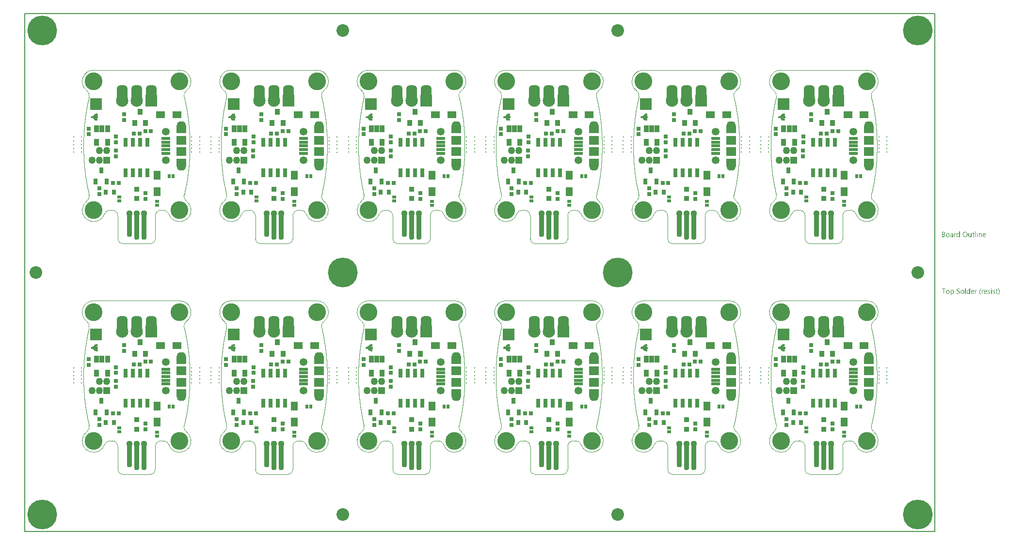
<source format=gts>
G04*
G04 #@! TF.GenerationSoftware,Altium Limited,Altium Designer,21.9.2 (33)*
G04*
G04 Layer_Color=8388736*
%FSAX25Y25*%
%MOIN*%
G70*
G04*
G04 #@! TF.SameCoordinates,476D7ECA-494C-4FA8-9E70-EA0A9B0123F1*
G04*
G04*
G04 #@! TF.FilePolarity,Negative*
G04*
G01*
G75*
G04:AMPARAMS|DCode=18|XSize=74.8mil|YSize=116.14mil|CornerRadius=29.17mil|HoleSize=0mil|Usage=FLASHONLY|Rotation=0.000|XOffset=0mil|YOffset=0mil|HoleType=Round|Shape=RoundedRectangle|*
%AMROUNDEDRECTD18*
21,1,0.07480,0.05780,0,0,0.0*
21,1,0.01646,0.11614,0,0,0.0*
1,1,0.05835,0.00823,-0.02890*
1,1,0.05835,-0.00823,-0.02890*
1,1,0.05835,-0.00823,0.02890*
1,1,0.05835,0.00823,0.02890*
%
%ADD18ROUNDEDRECTD18*%
G04:AMPARAMS|DCode=31|XSize=35.43mil|YSize=188.98mil|CornerRadius=13.82mil|HoleSize=0mil|Usage=FLASHONLY|Rotation=180.000|XOffset=0mil|YOffset=0mil|HoleType=Round|Shape=RoundedRectangle|*
%AMROUNDEDRECTD31*
21,1,0.03543,0.16134,0,0,180.0*
21,1,0.00780,0.18898,0,0,180.0*
1,1,0.02764,-0.00390,0.08067*
1,1,0.02764,0.00390,0.08067*
1,1,0.02764,0.00390,-0.08067*
1,1,0.02764,-0.00390,-0.08067*
%
%ADD31ROUNDEDRECTD31*%
G04:AMPARAMS|DCode=32|XSize=35.43mil|YSize=169.29mil|CornerRadius=13.82mil|HoleSize=0mil|Usage=FLASHONLY|Rotation=180.000|XOffset=0mil|YOffset=0mil|HoleType=Round|Shape=RoundedRectangle|*
%AMROUNDEDRECTD32*
21,1,0.03543,0.14165,0,0,180.0*
21,1,0.00780,0.16929,0,0,180.0*
1,1,0.02764,-0.00390,0.07083*
1,1,0.02764,0.00390,0.07083*
1,1,0.02764,0.00390,-0.07083*
1,1,0.02764,-0.00390,-0.07083*
%
%ADD32ROUNDEDRECTD32*%
%ADD40C,0.00787*%
%ADD41C,0.00394*%
%ADD43C,0.04370*%
%ADD59C,0.08674*%
%ADD60C,0.02191*%
%ADD61O,0.00600X0.00601*%
%ADD62R,0.02953X0.06102*%
%ADD63R,0.05906X0.02165*%
%ADD64R,0.06693X0.06496*%
%ADD65R,0.03347X0.04528*%
%ADD66R,0.04921X0.05906*%
%ADD67R,0.01968X0.03150*%
%ADD68R,0.02756X0.02559*%
%ADD69R,0.03740X0.03740*%
%ADD70R,0.05906X0.04921*%
%ADD71R,0.03150X0.01968*%
%ADD72R,0.02756X0.02559*%
%ADD73R,0.02559X0.02756*%
%ADD74R,0.02953X0.03740*%
%ADD75R,0.02953X0.04134*%
%ADD76R,0.02559X0.02756*%
%ADD77R,0.03740X0.04134*%
%ADD78R,0.06693X0.05315*%
%ADD79R,0.06693X0.05315*%
%ADD80C,0.00800*%
%ADD81C,0.20485*%
%ADD82C,0.04961*%
%ADD83R,0.04961X0.04961*%
%ADD84C,0.05315*%
%ADD85O,0.06693X0.06299*%
%ADD86R,0.08465X0.08465*%
%ADD87C,0.08465*%
%ADD88C,0.00591*%
%ADD89C,0.12205*%
G36*
X0502183Y0268146D02*
X0502195D01*
X0502206Y0268145D01*
X0502218Y0268144D01*
X0502229Y0268141D01*
X0502241Y0268139D01*
X0502252Y0268135D01*
X0502263Y0268133D01*
X0502274Y0268128D01*
X0502285Y0268125D01*
X0502432Y0268064D01*
X0502443Y0268058D01*
X0502454Y0268054D01*
X0502463Y0268048D01*
X0502474Y0268042D01*
X0502483Y0268036D01*
X0502493Y0268030D01*
X0502502Y0268022D01*
X0502511Y0268015D01*
X0502520Y0268007D01*
X0502528Y0267999D01*
X0502641Y0267886D01*
X0502649Y0267878D01*
X0502657Y0267869D01*
X0502664Y0267860D01*
X0502672Y0267851D01*
X0502678Y0267841D01*
X0502684Y0267832D01*
X0502690Y0267822D01*
X0502696Y0267811D01*
X0502700Y0267801D01*
X0502706Y0267790D01*
X0502767Y0267643D01*
X0502770Y0267632D01*
X0502775Y0267621D01*
X0502777Y0267610D01*
X0502781Y0267599D01*
X0502783Y0267587D01*
X0502786Y0267576D01*
X0502786Y0267564D01*
X0502788Y0267553D01*
Y0267541D01*
X0502789Y0267530D01*
Y0267450D01*
Y0267370D01*
X0502788Y0267358D01*
Y0267347D01*
X0502786Y0267335D01*
X0502786Y0267323D01*
X0502783Y0267312D01*
X0502781Y0267301D01*
X0502777Y0267290D01*
X0502775Y0267278D01*
X0502770Y0267267D01*
X0502767Y0267256D01*
X0502706Y0267109D01*
X0502700Y0267098D01*
X0502696Y0267088D01*
X0502690Y0267078D01*
X0502684Y0267067D01*
X0502678Y0267058D01*
X0502672Y0267048D01*
X0502664Y0267039D01*
X0502657Y0267030D01*
X0502649Y0267022D01*
X0502641Y0267013D01*
X0502528Y0266900D01*
X0502520Y0266892D01*
X0502511Y0266884D01*
X0502502Y0266877D01*
X0502493Y0266870D01*
X0502483Y0266863D01*
X0502474Y0266857D01*
X0502463Y0266851D01*
X0502454Y0266845D01*
X0502443Y0266841D01*
X0502432Y0266836D01*
X0502285Y0266775D01*
X0502274Y0266771D01*
X0502263Y0266766D01*
X0502252Y0266764D01*
X0502241Y0266760D01*
X0502229Y0266758D01*
X0502218Y0266756D01*
X0502206Y0266755D01*
X0502195Y0266753D01*
X0502183D01*
X0502171Y0266752D01*
X0502106D01*
X0501892Y0266731D01*
X0501482Y0266561D01*
X0501180Y0266259D01*
X0501010Y0265850D01*
X0500991Y0265650D01*
X0501010Y0265450D01*
X0501180Y0265040D01*
X0501482Y0264738D01*
X0501892Y0264568D01*
X0502106Y0264547D01*
X0502171D01*
X0502183Y0264546D01*
X0502195D01*
X0502206Y0264545D01*
X0502218Y0264544D01*
X0502229Y0264541D01*
X0502241Y0264539D01*
X0502252Y0264535D01*
X0502263Y0264533D01*
X0502274Y0264528D01*
X0502285Y0264525D01*
X0502432Y0264464D01*
X0502443Y0264458D01*
X0502454Y0264454D01*
X0502463Y0264448D01*
X0502474Y0264442D01*
X0502483Y0264436D01*
X0502493Y0264430D01*
X0502502Y0264422D01*
X0502511Y0264415D01*
X0502520Y0264407D01*
X0502528Y0264399D01*
X0502641Y0264286D01*
X0502649Y0264278D01*
X0502657Y0264269D01*
X0502664Y0264260D01*
X0502672Y0264251D01*
X0502678Y0264241D01*
X0502684Y0264232D01*
X0502690Y0264222D01*
X0502696Y0264212D01*
X0502700Y0264201D01*
X0502706Y0264190D01*
X0502767Y0264043D01*
X0502770Y0264032D01*
X0502775Y0264021D01*
X0502777Y0264010D01*
X0502781Y0263999D01*
X0502783Y0263987D01*
X0502786Y0263976D01*
X0502786Y0263964D01*
X0502788Y0263953D01*
Y0263941D01*
X0502789Y0263930D01*
Y0263850D01*
Y0263770D01*
X0502788Y0263758D01*
Y0263747D01*
X0502786Y0263735D01*
X0502786Y0263723D01*
X0502783Y0263712D01*
X0502781Y0263701D01*
X0502777Y0263690D01*
X0502775Y0263678D01*
X0502770Y0263667D01*
X0502767Y0263656D01*
X0502706Y0263509D01*
X0502700Y0263498D01*
X0502696Y0263488D01*
X0502690Y0263478D01*
X0502684Y0263467D01*
X0502678Y0263458D01*
X0502672Y0263448D01*
X0502664Y0263439D01*
X0502657Y0263430D01*
X0502649Y0263422D01*
X0502641Y0263413D01*
X0502528Y0263300D01*
X0502520Y0263292D01*
X0502511Y0263284D01*
X0502502Y0263277D01*
X0502493Y0263270D01*
X0502483Y0263264D01*
X0502474Y0263257D01*
X0502463Y0263251D01*
X0502454Y0263245D01*
X0502443Y0263241D01*
X0502432Y0263236D01*
X0502285Y0263175D01*
X0502274Y0263171D01*
X0502263Y0263166D01*
X0502252Y0263164D01*
X0502241Y0263160D01*
X0502229Y0263158D01*
X0502218Y0263156D01*
X0502206Y0263155D01*
X0502195Y0263153D01*
X0502183D01*
X0502171Y0263152D01*
X0501719D01*
X0501716Y0263152D01*
X0501713Y0263152D01*
X0501693Y0263154D01*
X0501673Y0263156D01*
X0501670Y0263156D01*
X0501667Y0263157D01*
X0501647Y0263162D01*
X0501627Y0263166D01*
X0501625Y0263168D01*
X0501622Y0263168D01*
X0500918Y0263414D01*
X0500915Y0263415D01*
X0500912Y0263416D01*
X0500894Y0263424D01*
X0500876Y0263432D01*
X0500873Y0263434D01*
X0500870Y0263435D01*
X0500853Y0263447D01*
X0500836Y0263457D01*
X0500834Y0263459D01*
X0500832Y0263461D01*
X0500248Y0263924D01*
X0500245Y0263926D01*
X0500243Y0263928D01*
X0500229Y0263942D01*
X0500214Y0263956D01*
X0500212Y0263958D01*
X0500210Y0263960D01*
X0500197Y0263977D01*
X0500185Y0263992D01*
X0500183Y0263995D01*
X0500182Y0263998D01*
X0499783Y0264627D01*
X0499781Y0264630D01*
X0499779Y0264632D01*
X0499770Y0264650D01*
X0499761Y0264668D01*
X0499760Y0264671D01*
X0499758Y0264674D01*
X0499752Y0264693D01*
X0499746Y0264712D01*
X0499745Y0264715D01*
X0499744Y0264718D01*
X0499713Y0264852D01*
X0498684D01*
X0498637Y0264856D01*
X0498592Y0264866D01*
X0498562Y0264879D01*
X0498549Y0264884D01*
X0498510Y0264909D01*
X0498474Y0264939D01*
X0498181Y0265232D01*
X0498150Y0265268D01*
X0498126Y0265307D01*
X0498108Y0265350D01*
X0498098Y0265396D01*
X0498094Y0265442D01*
Y0265857D01*
X0498094Y0265861D01*
X0498098Y0265904D01*
X0498108Y0265949D01*
X0498119Y0265974D01*
X0498126Y0265992D01*
X0498150Y0266031D01*
X0498181Y0266067D01*
X0498181Y0266067D01*
X0498474Y0266360D01*
X0498474Y0266361D01*
X0498510Y0266391D01*
X0498549Y0266415D01*
X0498571Y0266424D01*
X0498592Y0266433D01*
X0498637Y0266444D01*
X0498684Y0266447D01*
X0498684D01*
D01*
X0499713D01*
X0499744Y0266581D01*
X0499745Y0266584D01*
X0499746Y0266587D01*
X0499752Y0266606D01*
X0499758Y0266626D01*
X0499760Y0266628D01*
X0499761Y0266631D01*
X0499770Y0266649D01*
X0499779Y0266667D01*
X0499781Y0266670D01*
X0499783Y0266672D01*
X0500182Y0267302D01*
X0500183Y0267304D01*
X0500185Y0267307D01*
X0500197Y0267323D01*
X0500210Y0267339D01*
X0500212Y0267341D01*
X0500214Y0267343D01*
X0500229Y0267357D01*
X0500243Y0267371D01*
X0500245Y0267373D01*
X0500248Y0267375D01*
X0500832Y0267838D01*
X0500834Y0267840D01*
X0500836Y0267842D01*
X0500853Y0267853D01*
X0500870Y0267864D01*
X0500873Y0267865D01*
X0500876Y0267867D01*
X0500894Y0267875D01*
X0500912Y0267884D01*
X0500915Y0267884D01*
X0500918Y0267886D01*
X0501622Y0268131D01*
X0501625Y0268132D01*
X0501627Y0268133D01*
X0501647Y0268138D01*
X0501667Y0268143D01*
X0501670Y0268143D01*
X0501673Y0268144D01*
X0501693Y0268145D01*
X0501713Y0268147D01*
X0501716Y0268147D01*
X0501719Y0268147D01*
X0502171D01*
X0502183Y0268146D01*
D02*
G37*
G36*
X0407695D02*
X0407706D01*
X0407718Y0268145D01*
X0407729Y0268144D01*
X0407741Y0268141D01*
X0407752Y0268139D01*
X0407763Y0268135D01*
X0407775Y0268133D01*
X0407785Y0268128D01*
X0407796Y0268125D01*
X0407944Y0268064D01*
X0407954Y0268058D01*
X0407965Y0268054D01*
X0407975Y0268048D01*
X0407985Y0268042D01*
X0407995Y0268036D01*
X0408005Y0268030D01*
X0408014Y0268022D01*
X0408023Y0268015D01*
X0408031Y0268007D01*
X0408040Y0267999D01*
X0408153Y0267886D01*
X0408160Y0267878D01*
X0408169Y0267869D01*
X0408176Y0267860D01*
X0408183Y0267851D01*
X0408189Y0267841D01*
X0408196Y0267832D01*
X0408201Y0267822D01*
X0408208Y0267811D01*
X0408212Y0267801D01*
X0408217Y0267790D01*
X0408278Y0267643D01*
X0408282Y0267632D01*
X0408286Y0267621D01*
X0408289Y0267610D01*
X0408293Y0267599D01*
X0408294Y0267587D01*
X0408297Y0267576D01*
X0408298Y0267564D01*
X0408300Y0267553D01*
Y0267541D01*
X0408301Y0267530D01*
Y0267450D01*
Y0267370D01*
X0408300Y0267358D01*
Y0267347D01*
X0408298Y0267335D01*
X0408297Y0267323D01*
X0408294Y0267312D01*
X0408293Y0267301D01*
X0408289Y0267290D01*
X0408286Y0267278D01*
X0408282Y0267267D01*
X0408278Y0267256D01*
X0408217Y0267109D01*
X0408212Y0267098D01*
X0408208Y0267088D01*
X0408201Y0267078D01*
X0408196Y0267067D01*
X0408189Y0267058D01*
X0408183Y0267048D01*
X0408176Y0267039D01*
X0408169Y0267030D01*
X0408160Y0267022D01*
X0408153Y0267013D01*
X0408040Y0266900D01*
X0408031Y0266892D01*
X0408023Y0266884D01*
X0408014Y0266877D01*
X0408005Y0266870D01*
X0407995Y0266863D01*
X0407985Y0266857D01*
X0407975Y0266851D01*
X0407965Y0266845D01*
X0407954Y0266841D01*
X0407944Y0266836D01*
X0407796Y0266775D01*
X0407785Y0266771D01*
X0407775Y0266766D01*
X0407763Y0266764D01*
X0407752Y0266760D01*
X0407741Y0266758D01*
X0407729Y0266756D01*
X0407718Y0266755D01*
X0407706Y0266753D01*
X0407695D01*
X0407683Y0266752D01*
X0407618D01*
X0407403Y0266731D01*
X0406994Y0266561D01*
X0406692Y0266259D01*
X0406522Y0265850D01*
X0406502Y0265650D01*
X0406522Y0265450D01*
X0406691Y0265040D01*
X0406994Y0264738D01*
X0407403Y0264568D01*
X0407618Y0264547D01*
X0407683D01*
X0407695Y0264546D01*
X0407706D01*
X0407718Y0264545D01*
X0407729Y0264544D01*
X0407741Y0264541D01*
X0407752Y0264539D01*
X0407763Y0264535D01*
X0407775Y0264533D01*
X0407785Y0264528D01*
X0407796Y0264525D01*
X0407944Y0264464D01*
X0407954Y0264458D01*
X0407965Y0264454D01*
X0407975Y0264448D01*
X0407985Y0264442D01*
X0407995Y0264436D01*
X0408005Y0264430D01*
X0408014Y0264422D01*
X0408023Y0264415D01*
X0408031Y0264407D01*
X0408040Y0264399D01*
X0408153Y0264286D01*
X0408160Y0264278D01*
X0408169Y0264269D01*
X0408176Y0264260D01*
X0408183Y0264251D01*
X0408189Y0264241D01*
X0408196Y0264232D01*
X0408201Y0264222D01*
X0408208Y0264212D01*
X0408212Y0264201D01*
X0408217Y0264190D01*
X0408278Y0264043D01*
X0408282Y0264032D01*
X0408286Y0264021D01*
X0408289Y0264010D01*
X0408293Y0263999D01*
X0408294Y0263987D01*
X0408297Y0263976D01*
X0408298Y0263964D01*
X0408300Y0263953D01*
Y0263941D01*
X0408301Y0263930D01*
Y0263850D01*
Y0263770D01*
X0408300Y0263758D01*
Y0263747D01*
X0408298Y0263735D01*
X0408297Y0263723D01*
X0408294Y0263712D01*
X0408293Y0263701D01*
X0408289Y0263690D01*
X0408286Y0263678D01*
X0408282Y0263667D01*
X0408278Y0263656D01*
X0408217Y0263509D01*
X0408212Y0263498D01*
X0408208Y0263488D01*
X0408201Y0263478D01*
X0408196Y0263467D01*
X0408189Y0263458D01*
X0408183Y0263448D01*
X0408176Y0263439D01*
X0408169Y0263430D01*
X0408160Y0263422D01*
X0408153Y0263413D01*
X0408040Y0263300D01*
X0408031Y0263292D01*
X0408023Y0263284D01*
X0408014Y0263277D01*
X0408005Y0263270D01*
X0407995Y0263264D01*
X0407985Y0263257D01*
X0407975Y0263251D01*
X0407965Y0263245D01*
X0407954Y0263241D01*
X0407944Y0263236D01*
X0407796Y0263175D01*
X0407785Y0263171D01*
X0407775Y0263166D01*
X0407763Y0263164D01*
X0407752Y0263160D01*
X0407741Y0263158D01*
X0407729Y0263156D01*
X0407718Y0263155D01*
X0407706Y0263153D01*
X0407695D01*
X0407683Y0263152D01*
X0407231D01*
X0407228Y0263152D01*
X0407224Y0263152D01*
X0407204Y0263154D01*
X0407184Y0263156D01*
X0407181Y0263156D01*
X0407178Y0263157D01*
X0407159Y0263162D01*
X0407139Y0263166D01*
X0407136Y0263168D01*
X0407133Y0263168D01*
X0406430Y0263414D01*
X0406427Y0263415D01*
X0406424Y0263416D01*
X0406405Y0263424D01*
X0406387Y0263432D01*
X0406385Y0263434D01*
X0406382Y0263435D01*
X0406365Y0263447D01*
X0406348Y0263457D01*
X0406346Y0263459D01*
X0406343Y0263461D01*
X0405759Y0263924D01*
X0405757Y0263926D01*
X0405755Y0263928D01*
X0405740Y0263942D01*
X0405725Y0263956D01*
X0405723Y0263958D01*
X0405721Y0263960D01*
X0405709Y0263977D01*
X0405697Y0263992D01*
X0405695Y0263995D01*
X0405693Y0263998D01*
X0405294Y0264627D01*
X0405293Y0264630D01*
X0405291Y0264632D01*
X0405282Y0264650D01*
X0405273Y0264668D01*
X0405271Y0264671D01*
X0405270Y0264674D01*
X0405264Y0264693D01*
X0405258Y0264712D01*
X0405257Y0264715D01*
X0405256Y0264718D01*
X0405225Y0264852D01*
X0404195D01*
X0404149Y0264856D01*
X0404104Y0264866D01*
X0404074Y0264879D01*
X0404061Y0264884D01*
X0404021Y0264909D01*
X0403986Y0264939D01*
X0403692Y0265232D01*
X0403662Y0265268D01*
X0403638Y0265307D01*
X0403620Y0265350D01*
X0403609Y0265396D01*
X0403606Y0265442D01*
Y0265857D01*
X0403606Y0265861D01*
X0403609Y0265904D01*
X0403620Y0265949D01*
X0403630Y0265974D01*
X0403638Y0265992D01*
X0403662Y0266031D01*
X0403692Y0266067D01*
X0403692Y0266067D01*
X0403986Y0266360D01*
X0403986Y0266361D01*
X0404021Y0266391D01*
X0404061Y0266415D01*
X0404082Y0266424D01*
X0404104Y0266433D01*
X0404149Y0266444D01*
X0404195Y0266447D01*
D01*
X0404195D01*
X0405225D01*
X0405256Y0266581D01*
X0405257Y0266584D01*
X0405258Y0266587D01*
X0405264Y0266606D01*
X0405270Y0266626D01*
X0405271Y0266628D01*
X0405273Y0266631D01*
X0405282Y0266649D01*
X0405291Y0266667D01*
X0405293Y0266670D01*
X0405294Y0266672D01*
X0405693Y0267302D01*
X0405695Y0267304D01*
X0405697Y0267307D01*
X0405709Y0267323D01*
X0405721Y0267339D01*
X0405723Y0267341D01*
X0405725Y0267343D01*
X0405740Y0267357D01*
X0405755Y0267371D01*
X0405757Y0267373D01*
X0405759Y0267375D01*
X0406343Y0267838D01*
X0406346Y0267840D01*
X0406348Y0267842D01*
X0406365Y0267853D01*
X0406382Y0267864D01*
X0406385Y0267865D01*
X0406387Y0267867D01*
X0406406Y0267875D01*
X0406424Y0267884D01*
X0406427Y0267884D01*
X0406430Y0267886D01*
X0407133Y0268131D01*
X0407136Y0268132D01*
X0407139Y0268133D01*
X0407159Y0268138D01*
X0407178Y0268143D01*
X0407181Y0268143D01*
X0407184Y0268144D01*
X0407204Y0268145D01*
X0407224Y0268147D01*
X0407228Y0268147D01*
X0407231Y0268147D01*
X0407683D01*
X0407695Y0268146D01*
D02*
G37*
G36*
X0313206D02*
X0313218D01*
X0313229Y0268145D01*
X0313241Y0268144D01*
X0313252Y0268141D01*
X0313264Y0268139D01*
X0313275Y0268135D01*
X0313286Y0268133D01*
X0313297Y0268128D01*
X0313308Y0268125D01*
X0313456Y0268064D01*
X0313466Y0268058D01*
X0313477Y0268054D01*
X0313487Y0268048D01*
X0313497Y0268042D01*
X0313506Y0268036D01*
X0313516Y0268030D01*
X0313525Y0268022D01*
X0313535Y0268015D01*
X0313543Y0268007D01*
X0313552Y0267999D01*
X0313665Y0267886D01*
X0313672Y0267878D01*
X0313680Y0267869D01*
X0313687Y0267860D01*
X0313695Y0267851D01*
X0313701Y0267841D01*
X0313708Y0267832D01*
X0313713Y0267822D01*
X0313719Y0267811D01*
X0313723Y0267801D01*
X0313729Y0267790D01*
X0313790Y0267643D01*
X0313793Y0267632D01*
X0313798Y0267621D01*
X0313801Y0267610D01*
X0313804Y0267599D01*
X0313806Y0267587D01*
X0313809Y0267576D01*
X0313810Y0267564D01*
X0313812Y0267553D01*
Y0267541D01*
X0313812Y0267530D01*
Y0267450D01*
Y0267370D01*
X0313812Y0267358D01*
Y0267347D01*
X0313810Y0267335D01*
X0313809Y0267323D01*
X0313806Y0267312D01*
X0313804Y0267301D01*
X0313801Y0267290D01*
X0313798Y0267278D01*
X0313793Y0267267D01*
X0313790Y0267256D01*
X0313729Y0267109D01*
X0313723Y0267098D01*
X0313719Y0267088D01*
X0313713Y0267078D01*
X0313708Y0267067D01*
X0313701Y0267058D01*
X0313695Y0267048D01*
X0313687Y0267039D01*
X0313680Y0267030D01*
X0313672Y0267022D01*
X0313665Y0267013D01*
X0313552Y0266900D01*
X0313543Y0266892D01*
X0313535Y0266884D01*
X0313525Y0266877D01*
X0313516Y0266870D01*
X0313506Y0266863D01*
X0313497Y0266857D01*
X0313487Y0266851D01*
X0313477Y0266845D01*
X0313466Y0266841D01*
X0313456Y0266836D01*
X0313308Y0266775D01*
X0313297Y0266771D01*
X0313286Y0266766D01*
X0313275Y0266764D01*
X0313264Y0266760D01*
X0313252Y0266758D01*
X0313241Y0266756D01*
X0313229Y0266755D01*
X0313218Y0266753D01*
X0313206D01*
X0313195Y0266752D01*
X0313129D01*
X0312915Y0266731D01*
X0312506Y0266561D01*
X0312203Y0266259D01*
X0312034Y0265850D01*
X0312014Y0265650D01*
X0312034Y0265450D01*
X0312203Y0265040D01*
X0312506Y0264738D01*
X0312915Y0264568D01*
X0313129Y0264547D01*
X0313195D01*
X0313206Y0264546D01*
X0313218D01*
X0313229Y0264545D01*
X0313241Y0264544D01*
X0313252Y0264541D01*
X0313264Y0264539D01*
X0313275Y0264535D01*
X0313286Y0264533D01*
X0313297Y0264528D01*
X0313308Y0264525D01*
X0313456Y0264464D01*
X0313466Y0264458D01*
X0313477Y0264454D01*
X0313487Y0264448D01*
X0313497Y0264442D01*
X0313506Y0264436D01*
X0313516Y0264430D01*
X0313525Y0264422D01*
X0313535Y0264415D01*
X0313543Y0264407D01*
X0313552Y0264399D01*
X0313665Y0264286D01*
X0313672Y0264278D01*
X0313680Y0264269D01*
X0313687Y0264260D01*
X0313695Y0264251D01*
X0313701Y0264241D01*
X0313708Y0264232D01*
X0313713Y0264222D01*
X0313719Y0264212D01*
X0313723Y0264201D01*
X0313729Y0264190D01*
X0313790Y0264043D01*
X0313793Y0264032D01*
X0313798Y0264021D01*
X0313801Y0264010D01*
X0313804Y0263999D01*
X0313806Y0263987D01*
X0313809Y0263976D01*
X0313810Y0263964D01*
X0313812Y0263953D01*
Y0263941D01*
X0313812Y0263930D01*
Y0263850D01*
Y0263770D01*
X0313812Y0263758D01*
Y0263747D01*
X0313810Y0263735D01*
X0313809Y0263723D01*
X0313806Y0263712D01*
X0313804Y0263701D01*
X0313801Y0263690D01*
X0313798Y0263678D01*
X0313793Y0263667D01*
X0313790Y0263656D01*
X0313729Y0263509D01*
X0313723Y0263498D01*
X0313719Y0263488D01*
X0313713Y0263478D01*
X0313708Y0263467D01*
X0313701Y0263458D01*
X0313695Y0263448D01*
X0313687Y0263439D01*
X0313680Y0263430D01*
X0313672Y0263422D01*
X0313665Y0263413D01*
X0313552Y0263300D01*
X0313543Y0263292D01*
X0313535Y0263284D01*
X0313525Y0263277D01*
X0313516Y0263270D01*
X0313506Y0263264D01*
X0313497Y0263257D01*
X0313487Y0263251D01*
X0313477Y0263245D01*
X0313466Y0263241D01*
X0313456Y0263236D01*
X0313308Y0263175D01*
X0313297Y0263171D01*
X0313286Y0263166D01*
X0313275Y0263164D01*
X0313264Y0263160D01*
X0313252Y0263158D01*
X0313241Y0263156D01*
X0313229Y0263155D01*
X0313218Y0263153D01*
X0313206D01*
X0313195Y0263152D01*
X0312742D01*
X0312739Y0263152D01*
X0312736Y0263152D01*
X0312716Y0263154D01*
X0312696Y0263156D01*
X0312693Y0263156D01*
X0312690Y0263157D01*
X0312670Y0263162D01*
X0312651Y0263166D01*
X0312648Y0263168D01*
X0312645Y0263168D01*
X0311941Y0263414D01*
X0311938Y0263415D01*
X0311935Y0263416D01*
X0311917Y0263424D01*
X0311899Y0263432D01*
X0311896Y0263434D01*
X0311893Y0263435D01*
X0311876Y0263447D01*
X0311860Y0263457D01*
X0311857Y0263459D01*
X0311855Y0263461D01*
X0311271Y0263924D01*
X0311269Y0263926D01*
X0311266Y0263928D01*
X0311252Y0263942D01*
X0311237Y0263956D01*
X0311235Y0263958D01*
X0311233Y0263960D01*
X0311221Y0263977D01*
X0311208Y0263992D01*
X0311207Y0263995D01*
X0311205Y0263998D01*
X0310806Y0264627D01*
X0310804Y0264630D01*
X0310803Y0264632D01*
X0310794Y0264650D01*
X0310784Y0264668D01*
X0310783Y0264671D01*
X0310782Y0264674D01*
X0310776Y0264693D01*
X0310769Y0264712D01*
X0310769Y0264715D01*
X0310768Y0264718D01*
X0310736Y0264852D01*
X0309707D01*
X0309661Y0264856D01*
X0309615Y0264866D01*
X0309585Y0264879D01*
X0309573Y0264884D01*
X0309533Y0264909D01*
X0309498Y0264939D01*
X0309204Y0265232D01*
X0309174Y0265268D01*
X0309149Y0265307D01*
X0309132Y0265350D01*
X0309121Y0265396D01*
X0309117Y0265442D01*
Y0265857D01*
X0309117Y0265861D01*
X0309121Y0265904D01*
X0309132Y0265949D01*
X0309142Y0265974D01*
X0309149Y0265992D01*
X0309174Y0266031D01*
X0309204Y0266067D01*
X0309204Y0266067D01*
X0309498Y0266360D01*
X0309498Y0266361D01*
X0309533Y0266391D01*
X0309573Y0266415D01*
X0309594Y0266424D01*
X0309615Y0266433D01*
X0309661Y0266444D01*
X0309707Y0266447D01*
X0309707D01*
D01*
X0310736D01*
X0310768Y0266581D01*
X0310769Y0266584D01*
X0310769Y0266587D01*
X0310775Y0266606D01*
X0310782Y0266626D01*
X0310783Y0266628D01*
X0310784Y0266631D01*
X0310794Y0266649D01*
X0310803Y0266667D01*
X0310804Y0266670D01*
X0310806Y0266672D01*
X0311205Y0267302D01*
X0311207Y0267304D01*
X0311208Y0267307D01*
X0311221Y0267323D01*
X0311233Y0267339D01*
X0311235Y0267341D01*
X0311237Y0267343D01*
X0311252Y0267357D01*
X0311266Y0267371D01*
X0311269Y0267373D01*
X0311271Y0267375D01*
X0311855Y0267838D01*
X0311857Y0267840D01*
X0311860Y0267842D01*
X0311877Y0267853D01*
X0311893Y0267864D01*
X0311896Y0267865D01*
X0311899Y0267867D01*
X0311917Y0267875D01*
X0311935Y0267884D01*
X0311938Y0267884D01*
X0311941Y0267886D01*
X0312645Y0268131D01*
X0312648Y0268132D01*
X0312651Y0268133D01*
X0312670Y0268138D01*
X0312690Y0268143D01*
X0312693Y0268143D01*
X0312696Y0268144D01*
X0312716Y0268145D01*
X0312736Y0268147D01*
X0312739Y0268147D01*
X0312742Y0268147D01*
X0313195D01*
X0313206Y0268146D01*
D02*
G37*
G36*
X0218718D02*
X0218729D01*
X0218741Y0268145D01*
X0218753Y0268144D01*
X0218764Y0268141D01*
X0218775Y0268139D01*
X0218787Y0268135D01*
X0218798Y0268133D01*
X0218809Y0268128D01*
X0218820Y0268125D01*
X0218967Y0268064D01*
X0218977Y0268058D01*
X0218988Y0268054D01*
X0218998Y0268048D01*
X0219009Y0268042D01*
X0219018Y0268036D01*
X0219028Y0268030D01*
X0219037Y0268022D01*
X0219046Y0268015D01*
X0219054Y0268007D01*
X0219063Y0267999D01*
X0219176Y0267886D01*
X0219184Y0267878D01*
X0219192Y0267869D01*
X0219199Y0267860D01*
X0219206Y0267851D01*
X0219213Y0267841D01*
X0219219Y0267832D01*
X0219225Y0267822D01*
X0219231Y0267811D01*
X0219235Y0267801D01*
X0219240Y0267790D01*
X0219302Y0267643D01*
X0219305Y0267632D01*
X0219310Y0267621D01*
X0219312Y0267610D01*
X0219316Y0267599D01*
X0219318Y0267587D01*
X0219320Y0267576D01*
X0219321Y0267564D01*
X0219323Y0267553D01*
Y0267541D01*
X0219324Y0267530D01*
Y0267450D01*
Y0267370D01*
X0219323Y0267358D01*
Y0267347D01*
X0219321Y0267335D01*
X0219320Y0267323D01*
X0219318Y0267312D01*
X0219316Y0267301D01*
X0219312Y0267290D01*
X0219310Y0267278D01*
X0219305Y0267267D01*
X0219302Y0267256D01*
X0219240Y0267109D01*
X0219235Y0267098D01*
X0219231Y0267088D01*
X0219225Y0267078D01*
X0219219Y0267067D01*
X0219213Y0267058D01*
X0219206Y0267048D01*
X0219199Y0267039D01*
X0219192Y0267030D01*
X0219184Y0267022D01*
X0219176Y0267013D01*
X0219063Y0266900D01*
X0219054Y0266892D01*
X0219046Y0266884D01*
X0219037Y0266877D01*
X0219028Y0266870D01*
X0219018Y0266863D01*
X0219009Y0266857D01*
X0218998Y0266851D01*
X0218988Y0266845D01*
X0218978Y0266841D01*
X0218967Y0266836D01*
X0218820Y0266775D01*
X0218809Y0266771D01*
X0218798Y0266766D01*
X0218786Y0266764D01*
X0218775Y0266760D01*
X0218764Y0266758D01*
X0218753Y0266756D01*
X0218741Y0266755D01*
X0218729Y0266753D01*
X0218718D01*
X0218706Y0266752D01*
X0218641D01*
X0218426Y0266731D01*
X0218017Y0266561D01*
X0217715Y0266259D01*
X0217545Y0265850D01*
X0217526Y0265650D01*
X0217545Y0265450D01*
X0217715Y0265040D01*
X0218017Y0264738D01*
X0218426Y0264568D01*
X0218641Y0264547D01*
X0218706D01*
X0218718Y0264546D01*
X0218729D01*
X0218741Y0264545D01*
X0218753Y0264544D01*
X0218764Y0264541D01*
X0218775Y0264539D01*
X0218787Y0264535D01*
X0218798Y0264533D01*
X0218809Y0264528D01*
X0218820Y0264525D01*
X0218967Y0264464D01*
X0218977Y0264458D01*
X0218988Y0264454D01*
X0218998Y0264448D01*
X0219009Y0264442D01*
X0219018Y0264436D01*
X0219028Y0264430D01*
X0219037Y0264422D01*
X0219046Y0264415D01*
X0219054Y0264407D01*
X0219063Y0264399D01*
X0219176Y0264286D01*
X0219184Y0264278D01*
X0219192Y0264269D01*
X0219199Y0264260D01*
X0219206Y0264251D01*
X0219213Y0264241D01*
X0219219Y0264232D01*
X0219225Y0264222D01*
X0219231Y0264212D01*
X0219235Y0264201D01*
X0219240Y0264190D01*
X0219302Y0264043D01*
X0219305Y0264032D01*
X0219310Y0264021D01*
X0219312Y0264010D01*
X0219316Y0263999D01*
X0219318Y0263987D01*
X0219320Y0263976D01*
X0219321Y0263964D01*
X0219323Y0263953D01*
Y0263941D01*
X0219324Y0263930D01*
Y0263850D01*
Y0263770D01*
X0219323Y0263758D01*
Y0263747D01*
X0219321Y0263735D01*
X0219320Y0263723D01*
X0219318Y0263712D01*
X0219316Y0263701D01*
X0219312Y0263690D01*
X0219310Y0263678D01*
X0219305Y0263667D01*
X0219302Y0263656D01*
X0219240Y0263509D01*
X0219235Y0263498D01*
X0219231Y0263488D01*
X0219225Y0263478D01*
X0219219Y0263467D01*
X0219213Y0263458D01*
X0219206Y0263448D01*
X0219199Y0263439D01*
X0219192Y0263430D01*
X0219184Y0263422D01*
X0219176Y0263413D01*
X0219063Y0263300D01*
X0219054Y0263292D01*
X0219046Y0263284D01*
X0219037Y0263277D01*
X0219028Y0263270D01*
X0219018Y0263264D01*
X0219009Y0263257D01*
X0218998Y0263251D01*
X0218988Y0263245D01*
X0218978Y0263241D01*
X0218967Y0263236D01*
X0218820Y0263175D01*
X0218809Y0263171D01*
X0218798Y0263166D01*
X0218786Y0263164D01*
X0218775Y0263160D01*
X0218764Y0263158D01*
X0218753Y0263156D01*
X0218741Y0263155D01*
X0218729Y0263153D01*
X0218718D01*
X0218706Y0263152D01*
X0218254D01*
X0218251Y0263152D01*
X0218248Y0263152D01*
X0218228Y0263154D01*
X0218208Y0263156D01*
X0218204Y0263156D01*
X0218201Y0263157D01*
X0218182Y0263162D01*
X0218162Y0263166D01*
X0218160Y0263168D01*
X0218156Y0263168D01*
X0217453Y0263414D01*
X0217450Y0263415D01*
X0217447Y0263416D01*
X0217429Y0263424D01*
X0217410Y0263432D01*
X0217408Y0263434D01*
X0217405Y0263435D01*
X0217388Y0263447D01*
X0217371Y0263457D01*
X0217369Y0263459D01*
X0217366Y0263461D01*
X0216782Y0263924D01*
X0216780Y0263926D01*
X0216778Y0263928D01*
X0216763Y0263942D01*
X0216748Y0263956D01*
X0216747Y0263958D01*
X0216744Y0263960D01*
X0216732Y0263977D01*
X0216720Y0263992D01*
X0216718Y0263995D01*
X0216716Y0263998D01*
X0216318Y0264627D01*
X0216316Y0264630D01*
X0216314Y0264632D01*
X0216305Y0264650D01*
X0216296Y0264668D01*
X0216295Y0264671D01*
X0216293Y0264674D01*
X0216287Y0264693D01*
X0216281Y0264712D01*
X0216280Y0264715D01*
X0216279Y0264718D01*
X0216248Y0264852D01*
X0215219D01*
X0215172Y0264856D01*
X0215127Y0264866D01*
X0215097Y0264879D01*
X0215084Y0264884D01*
X0215045Y0264909D01*
X0215009Y0264939D01*
X0214716Y0265232D01*
X0214685Y0265268D01*
X0214661Y0265307D01*
X0214643Y0265350D01*
X0214632Y0265396D01*
X0214629Y0265442D01*
Y0265857D01*
X0214629Y0265861D01*
X0214632Y0265904D01*
X0214643Y0265949D01*
X0214654Y0265974D01*
X0214661Y0265992D01*
X0214685Y0266031D01*
X0214716Y0266067D01*
X0214716Y0266067D01*
X0215009Y0266360D01*
X0215009Y0266361D01*
X0215045Y0266391D01*
X0215084Y0266415D01*
X0215106Y0266424D01*
X0215127Y0266433D01*
X0215172Y0266444D01*
X0215219Y0266447D01*
D01*
X0215219D01*
X0216248D01*
X0216279Y0266581D01*
X0216280Y0266584D01*
X0216281Y0266587D01*
X0216287Y0266606D01*
X0216293Y0266626D01*
X0216295Y0266628D01*
X0216296Y0266631D01*
X0216305Y0266649D01*
X0216314Y0266667D01*
X0216316Y0266670D01*
X0216318Y0266672D01*
X0216716Y0267302D01*
X0216718Y0267304D01*
X0216720Y0267307D01*
X0216732Y0267323D01*
X0216744Y0267339D01*
X0216747Y0267341D01*
X0216748Y0267343D01*
X0216763Y0267357D01*
X0216778Y0267371D01*
X0216780Y0267373D01*
X0216782Y0267375D01*
X0217366Y0267838D01*
X0217369Y0267840D01*
X0217371Y0267842D01*
X0217388Y0267853D01*
X0217405Y0267864D01*
X0217408Y0267865D01*
X0217410Y0267867D01*
X0217429Y0267875D01*
X0217447Y0267884D01*
X0217450Y0267884D01*
X0217453Y0267886D01*
X0218156Y0268131D01*
X0218160Y0268132D01*
X0218162Y0268133D01*
X0218182Y0268138D01*
X0218201Y0268143D01*
X0218204Y0268143D01*
X0218208Y0268144D01*
X0218228Y0268145D01*
X0218248Y0268147D01*
X0218251Y0268147D01*
X0218254Y0268147D01*
X0218706D01*
X0218718Y0268146D01*
D02*
G37*
G36*
X0124230D02*
X0124241D01*
X0124253Y0268145D01*
X0124264Y0268144D01*
X0124276Y0268141D01*
X0124287Y0268139D01*
X0124298Y0268135D01*
X0124309Y0268133D01*
X0124320Y0268128D01*
X0124331Y0268125D01*
X0124479Y0268064D01*
X0124489Y0268058D01*
X0124500Y0268054D01*
X0124510Y0268048D01*
X0124520Y0268042D01*
X0124530Y0268036D01*
X0124539Y0268030D01*
X0124548Y0268022D01*
X0124558Y0268015D01*
X0124566Y0268007D01*
X0124575Y0267999D01*
X0124688Y0267886D01*
X0124695Y0267878D01*
X0124704Y0267869D01*
X0124710Y0267860D01*
X0124718Y0267851D01*
X0124724Y0267841D01*
X0124731Y0267832D01*
X0124736Y0267822D01*
X0124742Y0267811D01*
X0124747Y0267801D01*
X0124752Y0267790D01*
X0124813Y0267643D01*
X0124817Y0267632D01*
X0124821Y0267621D01*
X0124824Y0267610D01*
X0124828Y0267599D01*
X0124829Y0267587D01*
X0124832Y0267576D01*
X0124833Y0267564D01*
X0124835Y0267553D01*
Y0267541D01*
X0124836Y0267530D01*
Y0267450D01*
Y0267370D01*
X0124835Y0267358D01*
Y0267347D01*
X0124833Y0267335D01*
X0124832Y0267323D01*
X0124829Y0267312D01*
X0124828Y0267301D01*
X0124824Y0267290D01*
X0124821Y0267278D01*
X0124817Y0267267D01*
X0124813Y0267256D01*
X0124752Y0267109D01*
X0124747Y0267098D01*
X0124742Y0267088D01*
X0124736Y0267078D01*
X0124731Y0267067D01*
X0124724Y0267058D01*
X0124718Y0267048D01*
X0124710Y0267039D01*
X0124704Y0267030D01*
X0124695Y0267022D01*
X0124688Y0267013D01*
X0124575Y0266900D01*
X0124566Y0266892D01*
X0124558Y0266884D01*
X0124548Y0266877D01*
X0124539Y0266870D01*
X0124530Y0266863D01*
X0124520Y0266857D01*
X0124510Y0266851D01*
X0124500Y0266845D01*
X0124489Y0266841D01*
X0124479Y0266836D01*
X0124331Y0266775D01*
X0124320Y0266771D01*
X0124309Y0266766D01*
X0124298Y0266764D01*
X0124287Y0266760D01*
X0124276Y0266758D01*
X0124264Y0266756D01*
X0124253Y0266755D01*
X0124241Y0266753D01*
X0124229D01*
X0124218Y0266752D01*
X0124153D01*
X0123938Y0266731D01*
X0123529Y0266561D01*
X0123226Y0266259D01*
X0123057Y0265850D01*
X0123037Y0265650D01*
X0123057Y0265450D01*
X0123226Y0265040D01*
X0123529Y0264738D01*
X0123938Y0264568D01*
X0124153Y0264547D01*
X0124218D01*
X0124230Y0264546D01*
X0124241D01*
X0124253Y0264545D01*
X0124264Y0264544D01*
X0124276Y0264541D01*
X0124287Y0264539D01*
X0124298Y0264535D01*
X0124309Y0264533D01*
X0124320Y0264528D01*
X0124331Y0264525D01*
X0124479Y0264464D01*
X0124489Y0264458D01*
X0124500Y0264454D01*
X0124510Y0264448D01*
X0124520Y0264442D01*
X0124530Y0264436D01*
X0124539Y0264430D01*
X0124548Y0264422D01*
X0124558Y0264415D01*
X0124566Y0264407D01*
X0124575Y0264399D01*
X0124688Y0264286D01*
X0124695Y0264278D01*
X0124704Y0264269D01*
X0124710Y0264260D01*
X0124718Y0264251D01*
X0124724Y0264241D01*
X0124731Y0264232D01*
X0124736Y0264222D01*
X0124742Y0264212D01*
X0124747Y0264201D01*
X0124752Y0264190D01*
X0124813Y0264043D01*
X0124817Y0264032D01*
X0124821Y0264021D01*
X0124824Y0264010D01*
X0124828Y0263999D01*
X0124829Y0263987D01*
X0124832Y0263976D01*
X0124833Y0263964D01*
X0124835Y0263953D01*
Y0263941D01*
X0124836Y0263930D01*
Y0263850D01*
Y0263770D01*
X0124835Y0263758D01*
Y0263747D01*
X0124833Y0263735D01*
X0124832Y0263723D01*
X0124829Y0263712D01*
X0124828Y0263701D01*
X0124824Y0263690D01*
X0124821Y0263678D01*
X0124817Y0263667D01*
X0124813Y0263656D01*
X0124752Y0263509D01*
X0124747Y0263498D01*
X0124742Y0263488D01*
X0124736Y0263478D01*
X0124731Y0263467D01*
X0124724Y0263458D01*
X0124718Y0263448D01*
X0124710Y0263439D01*
X0124704Y0263430D01*
X0124695Y0263422D01*
X0124688Y0263413D01*
X0124575Y0263300D01*
X0124566Y0263292D01*
X0124558Y0263284D01*
X0124548Y0263277D01*
X0124539Y0263270D01*
X0124530Y0263264D01*
X0124520Y0263257D01*
X0124510Y0263251D01*
X0124500Y0263245D01*
X0124489Y0263241D01*
X0124479Y0263236D01*
X0124331Y0263175D01*
X0124320Y0263171D01*
X0124309Y0263166D01*
X0124298Y0263164D01*
X0124287Y0263160D01*
X0124276Y0263158D01*
X0124264Y0263156D01*
X0124253Y0263155D01*
X0124241Y0263153D01*
X0124229D01*
X0124218Y0263152D01*
X0123766D01*
X0123762Y0263152D01*
X0123759Y0263152D01*
X0123739Y0263154D01*
X0123719Y0263156D01*
X0123716Y0263156D01*
X0123713Y0263157D01*
X0123694Y0263162D01*
X0123674Y0263166D01*
X0123671Y0263168D01*
X0123668Y0263168D01*
X0122965Y0263414D01*
X0122962Y0263415D01*
X0122959Y0263416D01*
X0122940Y0263424D01*
X0122922Y0263432D01*
X0122919Y0263434D01*
X0122916Y0263435D01*
X0122899Y0263447D01*
X0122883Y0263457D01*
X0122880Y0263459D01*
X0122878Y0263461D01*
X0122294Y0263924D01*
X0122292Y0263926D01*
X0122289Y0263928D01*
X0122275Y0263942D01*
X0122260Y0263956D01*
X0122258Y0263958D01*
X0122256Y0263960D01*
X0122244Y0263977D01*
X0122231Y0263992D01*
X0122230Y0263995D01*
X0122228Y0263998D01*
X0121829Y0264627D01*
X0121828Y0264630D01*
X0121826Y0264632D01*
X0121817Y0264650D01*
X0121807Y0264668D01*
X0121806Y0264671D01*
X0121805Y0264674D01*
X0121799Y0264693D01*
X0121792Y0264712D01*
X0121792Y0264715D01*
X0121791Y0264718D01*
X0121759Y0264852D01*
X0120730D01*
X0120684Y0264856D01*
X0120639Y0264866D01*
X0120608Y0264879D01*
X0120596Y0264884D01*
X0120556Y0264909D01*
X0120521Y0264939D01*
X0120227Y0265232D01*
X0120197Y0265268D01*
X0120173Y0265307D01*
X0120155Y0265350D01*
X0120144Y0265396D01*
X0120140Y0265442D01*
Y0265857D01*
X0120141Y0265861D01*
X0120144Y0265904D01*
X0120155Y0265949D01*
X0120165Y0265974D01*
X0120173Y0265992D01*
X0120197Y0266031D01*
X0120227Y0266067D01*
X0120227Y0266067D01*
X0120521Y0266360D01*
X0120521Y0266361D01*
X0120556Y0266391D01*
X0120596Y0266415D01*
X0120617Y0266424D01*
X0120639Y0266433D01*
X0120684Y0266444D01*
X0120730Y0266447D01*
X0120730D01*
D01*
X0121759D01*
X0121791Y0266581D01*
X0121792Y0266584D01*
X0121792Y0266587D01*
X0121799Y0266606D01*
X0121805Y0266626D01*
X0121806Y0266628D01*
X0121807Y0266631D01*
X0121817Y0266649D01*
X0121826Y0266667D01*
X0121828Y0266670D01*
X0121829Y0266672D01*
X0122228Y0267302D01*
X0122230Y0267304D01*
X0122231Y0267307D01*
X0122244Y0267323D01*
X0122256Y0267339D01*
X0122258Y0267341D01*
X0122260Y0267343D01*
X0122275Y0267357D01*
X0122289Y0267371D01*
X0122292Y0267373D01*
X0122294Y0267375D01*
X0122878Y0267838D01*
X0122880Y0267840D01*
X0122883Y0267842D01*
X0122900Y0267853D01*
X0122916Y0267864D01*
X0122919Y0267865D01*
X0122922Y0267867D01*
X0122941Y0267875D01*
X0122959Y0267884D01*
X0122962Y0267884D01*
X0122965Y0267886D01*
X0123668Y0268131D01*
X0123671Y0268132D01*
X0123674Y0268133D01*
X0123694Y0268138D01*
X0123713Y0268143D01*
X0123716Y0268143D01*
X0123719Y0268144D01*
X0123739Y0268145D01*
X0123759Y0268147D01*
X0123762Y0268147D01*
X0123766Y0268147D01*
X0124218D01*
X0124230Y0268146D01*
D02*
G37*
G36*
X0029741D02*
X0029753D01*
X0029764Y0268145D01*
X0029776Y0268144D01*
X0029787Y0268141D01*
X0029799Y0268139D01*
X0029810Y0268135D01*
X0029821Y0268133D01*
X0029832Y0268128D01*
X0029843Y0268125D01*
X0029990Y0268064D01*
X0030001Y0268058D01*
X0030011Y0268054D01*
X0030021Y0268048D01*
X0030032Y0268042D01*
X0030041Y0268036D01*
X0030051Y0268030D01*
X0030060Y0268022D01*
X0030069Y0268015D01*
X0030078Y0268007D01*
X0030086Y0267999D01*
X0030199Y0267886D01*
X0030207Y0267878D01*
X0030215Y0267869D01*
X0030222Y0267860D01*
X0030230Y0267851D01*
X0030236Y0267841D01*
X0030242Y0267832D01*
X0030248Y0267822D01*
X0030254Y0267811D01*
X0030258Y0267801D01*
X0030264Y0267790D01*
X0030325Y0267643D01*
X0030328Y0267632D01*
X0030333Y0267621D01*
X0030336Y0267610D01*
X0030339Y0267599D01*
X0030341Y0267587D01*
X0030344Y0267576D01*
X0030345Y0267564D01*
X0030346Y0267553D01*
Y0267541D01*
X0030347Y0267530D01*
Y0267450D01*
Y0267370D01*
X0030346Y0267358D01*
Y0267347D01*
X0030345Y0267335D01*
X0030344Y0267323D01*
X0030341Y0267312D01*
X0030339Y0267301D01*
X0030336Y0267290D01*
X0030333Y0267278D01*
X0030328Y0267267D01*
X0030325Y0267256D01*
X0030264Y0267109D01*
X0030258Y0267098D01*
X0030254Y0267088D01*
X0030248Y0267078D01*
X0030242Y0267067D01*
X0030236Y0267058D01*
X0030230Y0267048D01*
X0030222Y0267039D01*
X0030215Y0267030D01*
X0030207Y0267022D01*
X0030199Y0267013D01*
X0030086Y0266900D01*
X0030078Y0266892D01*
X0030069Y0266884D01*
X0030060Y0266877D01*
X0030051Y0266870D01*
X0030041Y0266863D01*
X0030032Y0266857D01*
X0030021Y0266851D01*
X0030011Y0266845D01*
X0030001Y0266841D01*
X0029990Y0266836D01*
X0029843Y0266775D01*
X0029832Y0266771D01*
X0029821Y0266766D01*
X0029810Y0266764D01*
X0029799Y0266760D01*
X0029787Y0266758D01*
X0029776Y0266756D01*
X0029764Y0266755D01*
X0029753Y0266753D01*
X0029741D01*
X0029730Y0266752D01*
X0029664D01*
X0029450Y0266731D01*
X0029040Y0266561D01*
X0028738Y0266259D01*
X0028568Y0265850D01*
X0028549Y0265650D01*
X0028568Y0265450D01*
X0028738Y0265040D01*
X0029040Y0264738D01*
X0029450Y0264568D01*
X0029664Y0264547D01*
X0029730D01*
X0029741Y0264546D01*
X0029753D01*
X0029764Y0264545D01*
X0029776Y0264544D01*
X0029787Y0264541D01*
X0029799Y0264539D01*
X0029810Y0264535D01*
X0029821Y0264533D01*
X0029832Y0264528D01*
X0029843Y0264525D01*
X0029990Y0264464D01*
X0030001Y0264458D01*
X0030011Y0264454D01*
X0030021Y0264448D01*
X0030032Y0264442D01*
X0030041Y0264436D01*
X0030051Y0264430D01*
X0030060Y0264422D01*
X0030069Y0264415D01*
X0030078Y0264407D01*
X0030086Y0264399D01*
X0030199Y0264286D01*
X0030207Y0264278D01*
X0030215Y0264269D01*
X0030222Y0264260D01*
X0030230Y0264251D01*
X0030236Y0264241D01*
X0030242Y0264232D01*
X0030248Y0264222D01*
X0030254Y0264212D01*
X0030258Y0264201D01*
X0030264Y0264190D01*
X0030325Y0264043D01*
X0030328Y0264032D01*
X0030333Y0264021D01*
X0030336Y0264010D01*
X0030339Y0263999D01*
X0030341Y0263987D01*
X0030344Y0263976D01*
X0030345Y0263964D01*
X0030346Y0263953D01*
Y0263941D01*
X0030347Y0263930D01*
Y0263850D01*
Y0263770D01*
X0030346Y0263758D01*
Y0263747D01*
X0030345Y0263735D01*
X0030344Y0263723D01*
X0030341Y0263712D01*
X0030339Y0263701D01*
X0030336Y0263690D01*
X0030333Y0263678D01*
X0030328Y0263667D01*
X0030325Y0263656D01*
X0030264Y0263509D01*
X0030258Y0263498D01*
X0030254Y0263488D01*
X0030248Y0263478D01*
X0030242Y0263467D01*
X0030236Y0263458D01*
X0030230Y0263448D01*
X0030222Y0263439D01*
X0030215Y0263430D01*
X0030207Y0263422D01*
X0030199Y0263413D01*
X0030086Y0263300D01*
X0030078Y0263292D01*
X0030069Y0263284D01*
X0030060Y0263277D01*
X0030051Y0263270D01*
X0030041Y0263264D01*
X0030032Y0263257D01*
X0030021Y0263251D01*
X0030011Y0263245D01*
X0030001Y0263241D01*
X0029990Y0263236D01*
X0029843Y0263175D01*
X0029832Y0263171D01*
X0029821Y0263166D01*
X0029810Y0263164D01*
X0029799Y0263160D01*
X0029787Y0263158D01*
X0029776Y0263156D01*
X0029764Y0263155D01*
X0029753Y0263153D01*
X0029741D01*
X0029730Y0263152D01*
X0029277D01*
X0029274Y0263152D01*
X0029271Y0263152D01*
X0029251Y0263154D01*
X0029231Y0263156D01*
X0029228Y0263156D01*
X0029225Y0263157D01*
X0029205Y0263162D01*
X0029186Y0263166D01*
X0029183Y0263168D01*
X0029180Y0263168D01*
X0028476Y0263414D01*
X0028473Y0263415D01*
X0028470Y0263416D01*
X0028452Y0263424D01*
X0028434Y0263432D01*
X0028431Y0263434D01*
X0028428Y0263435D01*
X0028411Y0263447D01*
X0028394Y0263457D01*
X0028392Y0263459D01*
X0028389Y0263461D01*
X0027806Y0263924D01*
X0027803Y0263926D01*
X0027801Y0263928D01*
X0027787Y0263942D01*
X0027772Y0263956D01*
X0027770Y0263958D01*
X0027768Y0263960D01*
X0027755Y0263977D01*
X0027743Y0263992D01*
X0027742Y0263995D01*
X0027740Y0263998D01*
X0027341Y0264627D01*
X0027339Y0264630D01*
X0027337Y0264632D01*
X0027329Y0264650D01*
X0027319Y0264668D01*
X0027318Y0264671D01*
X0027317Y0264674D01*
X0027310Y0264693D01*
X0027304Y0264712D01*
X0027303Y0264715D01*
X0027303Y0264718D01*
X0027271Y0264852D01*
X0026242D01*
X0026196Y0264856D01*
X0026150Y0264866D01*
X0026120Y0264879D01*
X0026107Y0264884D01*
X0026068Y0264909D01*
X0026033Y0264939D01*
X0025739Y0265232D01*
X0025708Y0265268D01*
X0025684Y0265307D01*
X0025666Y0265350D01*
X0025656Y0265396D01*
X0025652Y0265442D01*
Y0265857D01*
X0025652Y0265861D01*
X0025656Y0265904D01*
X0025666Y0265949D01*
X0025677Y0265974D01*
X0025684Y0265992D01*
X0025708Y0266031D01*
X0025739Y0266067D01*
X0025739Y0266067D01*
X0026032Y0266360D01*
X0026033Y0266361D01*
X0026068Y0266391D01*
X0026107Y0266415D01*
X0026129Y0266424D01*
X0026150Y0266433D01*
X0026195Y0266444D01*
X0026242Y0266447D01*
D01*
X0026242D01*
X0027271D01*
X0027303Y0266581D01*
X0027303Y0266584D01*
X0027304Y0266587D01*
X0027310Y0266606D01*
X0027317Y0266626D01*
X0027318Y0266628D01*
X0027319Y0266631D01*
X0027328Y0266649D01*
X0027337Y0266667D01*
X0027339Y0266670D01*
X0027341Y0266672D01*
X0027740Y0267302D01*
X0027742Y0267304D01*
X0027743Y0267307D01*
X0027755Y0267323D01*
X0027768Y0267339D01*
X0027770Y0267341D01*
X0027772Y0267343D01*
X0027786Y0267357D01*
X0027801Y0267371D01*
X0027804Y0267373D01*
X0027806Y0267375D01*
X0028389Y0267838D01*
X0028392Y0267840D01*
X0028394Y0267842D01*
X0028411Y0267853D01*
X0028428Y0267864D01*
X0028431Y0267865D01*
X0028433Y0267867D01*
X0028452Y0267875D01*
X0028470Y0267884D01*
X0028473Y0267884D01*
X0028476Y0267886D01*
X0029180Y0268131D01*
X0029183Y0268132D01*
X0029186Y0268133D01*
X0029205Y0268138D01*
X0029225Y0268143D01*
X0029228Y0268143D01*
X0029231Y0268144D01*
X0029251Y0268145D01*
X0029271Y0268147D01*
X0029274Y0268147D01*
X0029277Y0268147D01*
X0029730D01*
X0029741Y0268146D01*
D02*
G37*
G36*
X0635036Y0186791D02*
X0635061D01*
X0635116Y0186766D01*
X0635147Y0186748D01*
X0635178Y0186723D01*
X0635184Y0186717D01*
X0635191Y0186711D01*
X0635222Y0186673D01*
X0635246Y0186612D01*
X0635253Y0186574D01*
X0635259Y0186537D01*
Y0186531D01*
Y0186519D01*
X0635253Y0186500D01*
X0635246Y0186475D01*
X0635228Y0186414D01*
X0635203Y0186382D01*
X0635178Y0186352D01*
X0635172D01*
X0635166Y0186339D01*
X0635129Y0186314D01*
X0635073Y0186290D01*
X0635036Y0186284D01*
X0634999Y0186277D01*
X0634980D01*
X0634962Y0186284D01*
X0634937D01*
X0634875Y0186308D01*
X0634844Y0186321D01*
X0634813Y0186345D01*
Y0186352D01*
X0634801Y0186358D01*
X0634788Y0186376D01*
X0634776Y0186395D01*
X0634751Y0186457D01*
X0634745Y0186494D01*
X0634739Y0186537D01*
Y0186544D01*
Y0186556D01*
X0634745Y0186574D01*
X0634751Y0186605D01*
X0634770Y0186661D01*
X0634788Y0186692D01*
X0634813Y0186723D01*
X0634819Y0186729D01*
X0634825Y0186735D01*
X0634863Y0186760D01*
X0634924Y0186785D01*
X0634962Y0186797D01*
X0635017D01*
X0635036Y0186791D01*
D02*
G37*
G36*
X0623046Y0183127D02*
X0622644D01*
Y0183547D01*
X0622631D01*
Y0183541D01*
X0622619Y0183529D01*
X0622600Y0183504D01*
X0622582Y0183473D01*
X0622551Y0183436D01*
X0622513Y0183399D01*
X0622470Y0183356D01*
X0622421Y0183312D01*
X0622365Y0183263D01*
X0622297Y0183219D01*
X0622229Y0183182D01*
X0622148Y0183145D01*
X0622068Y0183114D01*
X0621975Y0183089D01*
X0621876Y0183077D01*
X0621771Y0183071D01*
X0621727D01*
X0621690Y0183077D01*
X0621653Y0183083D01*
X0621603Y0183089D01*
X0621498Y0183114D01*
X0621375Y0183151D01*
X0621251Y0183213D01*
X0621183Y0183250D01*
X0621127Y0183294D01*
X0621065Y0183349D01*
X0621009Y0183405D01*
Y0183411D01*
X0620997Y0183424D01*
X0620985Y0183442D01*
X0620966Y0183467D01*
X0620947Y0183498D01*
X0620923Y0183541D01*
X0620898Y0183591D01*
X0620873Y0183647D01*
X0620842Y0183708D01*
X0620817Y0183776D01*
X0620793Y0183851D01*
X0620774Y0183931D01*
X0620755Y0184018D01*
X0620743Y0184117D01*
X0620737Y0184216D01*
X0620731Y0184321D01*
Y0184327D01*
Y0184346D01*
Y0184383D01*
X0620737Y0184426D01*
X0620743Y0184476D01*
X0620749Y0184538D01*
X0620755Y0184606D01*
X0620768Y0184680D01*
X0620805Y0184841D01*
X0620861Y0185008D01*
X0620898Y0185089D01*
X0620941Y0185169D01*
X0620985Y0185244D01*
X0621040Y0185318D01*
X0621046Y0185324D01*
X0621053Y0185336D01*
X0621071Y0185355D01*
X0621096Y0185380D01*
X0621127Y0185405D01*
X0621170Y0185435D01*
X0621214Y0185473D01*
X0621263Y0185510D01*
X0621387Y0185578D01*
X0621529Y0185640D01*
X0621610Y0185658D01*
X0621696Y0185677D01*
X0621783Y0185689D01*
X0621882Y0185695D01*
X0621932D01*
X0621969Y0185689D01*
X0622006Y0185683D01*
X0622055Y0185677D01*
X0622167Y0185646D01*
X0622291Y0185596D01*
X0622353Y0185565D01*
X0622414Y0185522D01*
X0622476Y0185479D01*
X0622532Y0185423D01*
X0622582Y0185361D01*
X0622631Y0185287D01*
X0622644D01*
Y0186847D01*
X0623046D01*
Y0183127D01*
D02*
G37*
G36*
X0637314Y0185689D02*
X0637388Y0185683D01*
X0637481Y0185664D01*
X0637580Y0185634D01*
X0637685Y0185584D01*
X0637790Y0185516D01*
X0637834Y0185479D01*
X0637877Y0185429D01*
X0637889Y0185417D01*
X0637914Y0185380D01*
X0637945Y0185318D01*
X0637989Y0185231D01*
X0638026Y0185126D01*
X0638063Y0184996D01*
X0638088Y0184841D01*
X0638094Y0184662D01*
Y0183127D01*
X0637691D01*
Y0184556D01*
Y0184563D01*
Y0184594D01*
X0637685Y0184631D01*
Y0184680D01*
X0637673Y0184742D01*
X0637660Y0184810D01*
X0637642Y0184885D01*
X0637617Y0184959D01*
X0637586Y0185033D01*
X0637549Y0185101D01*
X0637500Y0185169D01*
X0637444Y0185231D01*
X0637382Y0185281D01*
X0637301Y0185318D01*
X0637215Y0185349D01*
X0637110Y0185355D01*
X0637097D01*
X0637060Y0185349D01*
X0637004Y0185343D01*
X0636936Y0185324D01*
X0636856Y0185299D01*
X0636769Y0185256D01*
X0636689Y0185200D01*
X0636608Y0185126D01*
X0636602Y0185114D01*
X0636577Y0185089D01*
X0636546Y0185039D01*
X0636509Y0184971D01*
X0636472Y0184891D01*
X0636441Y0184792D01*
X0636416Y0184680D01*
X0636410Y0184556D01*
Y0183127D01*
X0636008D01*
Y0185640D01*
X0636410D01*
Y0185219D01*
X0636422D01*
X0636429Y0185225D01*
X0636435Y0185237D01*
X0636453Y0185262D01*
X0636478Y0185293D01*
X0636503Y0185330D01*
X0636540Y0185367D01*
X0636583Y0185411D01*
X0636633Y0185460D01*
X0636689Y0185503D01*
X0636751Y0185547D01*
X0636819Y0185584D01*
X0636893Y0185621D01*
X0636967Y0185652D01*
X0637054Y0185677D01*
X0637147Y0185689D01*
X0637246Y0185695D01*
X0637283D01*
X0637314Y0185689D01*
D02*
G37*
G36*
X0620316Y0185677D02*
X0620390Y0185671D01*
X0620434Y0185658D01*
X0620465Y0185646D01*
Y0185231D01*
X0620458Y0185237D01*
X0620446Y0185244D01*
X0620421Y0185256D01*
X0620390Y0185275D01*
X0620347Y0185287D01*
X0620291Y0185299D01*
X0620229Y0185306D01*
X0620161Y0185312D01*
X0620149D01*
X0620118Y0185306D01*
X0620068Y0185299D01*
X0620013Y0185281D01*
X0619938Y0185250D01*
X0619870Y0185206D01*
X0619796Y0185144D01*
X0619728Y0185064D01*
X0619722Y0185052D01*
X0619703Y0185021D01*
X0619672Y0184965D01*
X0619641Y0184891D01*
X0619610Y0184798D01*
X0619579Y0184680D01*
X0619561Y0184550D01*
X0619555Y0184402D01*
Y0183127D01*
X0619152D01*
Y0185640D01*
X0619555D01*
Y0185120D01*
X0619567D01*
Y0185126D01*
X0619573Y0185132D01*
X0619586Y0185163D01*
X0619604Y0185213D01*
X0619635Y0185275D01*
X0619666Y0185336D01*
X0619716Y0185405D01*
X0619765Y0185473D01*
X0619827Y0185535D01*
X0619833Y0185541D01*
X0619858Y0185559D01*
X0619895Y0185584D01*
X0619945Y0185609D01*
X0620000Y0185634D01*
X0620068Y0185658D01*
X0620143Y0185677D01*
X0620223Y0185683D01*
X0620279D01*
X0620316Y0185677D01*
D02*
G37*
G36*
X0631056Y0183127D02*
X0630653D01*
Y0183523D01*
X0630641D01*
Y0183517D01*
X0630629Y0183504D01*
X0630616Y0183479D01*
X0630591Y0183455D01*
X0630536Y0183380D01*
X0630449Y0183300D01*
X0630400Y0183257D01*
X0630344Y0183213D01*
X0630282Y0183176D01*
X0630208Y0183139D01*
X0630133Y0183114D01*
X0630053Y0183089D01*
X0629960Y0183077D01*
X0629867Y0183071D01*
X0629830D01*
X0629787Y0183077D01*
X0629725Y0183089D01*
X0629657Y0183102D01*
X0629583Y0183127D01*
X0629502Y0183158D01*
X0629422Y0183207D01*
X0629335Y0183263D01*
X0629254Y0183331D01*
X0629180Y0183417D01*
X0629112Y0183523D01*
X0629050Y0183640D01*
X0629007Y0183783D01*
X0628982Y0183950D01*
X0628970Y0184037D01*
Y0184135D01*
Y0185640D01*
X0629366D01*
Y0184197D01*
Y0184191D01*
Y0184167D01*
X0629372Y0184123D01*
X0629378Y0184074D01*
X0629384Y0184012D01*
X0629397Y0183950D01*
X0629415Y0183876D01*
X0629440Y0183801D01*
X0629477Y0183727D01*
X0629514Y0183659D01*
X0629564Y0183591D01*
X0629626Y0183529D01*
X0629694Y0183479D01*
X0629774Y0183442D01*
X0629873Y0183411D01*
X0629979Y0183405D01*
X0629991D01*
X0630028Y0183411D01*
X0630084Y0183417D01*
X0630146Y0183430D01*
X0630226Y0183461D01*
X0630307Y0183498D01*
X0630387Y0183547D01*
X0630461Y0183622D01*
X0630468Y0183634D01*
X0630492Y0183659D01*
X0630523Y0183708D01*
X0630560Y0183776D01*
X0630591Y0183857D01*
X0630622Y0183956D01*
X0630647Y0184067D01*
X0630653Y0184191D01*
Y0185640D01*
X0631056D01*
Y0183127D01*
D02*
G37*
G36*
X0635191D02*
X0634788D01*
Y0185640D01*
X0635191D01*
Y0183127D01*
D02*
G37*
G36*
X0633971D02*
X0633569D01*
Y0186847D01*
X0633971D01*
Y0183127D01*
D02*
G37*
G36*
X0617592Y0185689D02*
X0617648Y0185683D01*
X0617716Y0185664D01*
X0617791Y0185646D01*
X0617871Y0185615D01*
X0617958Y0185578D01*
X0618038Y0185528D01*
X0618119Y0185466D01*
X0618193Y0185392D01*
X0618261Y0185299D01*
X0618317Y0185194D01*
X0618360Y0185070D01*
X0618385Y0184928D01*
X0618397Y0184761D01*
Y0183127D01*
X0617995D01*
Y0183517D01*
X0617982D01*
Y0183510D01*
X0617970Y0183498D01*
X0617958Y0183473D01*
X0617933Y0183449D01*
X0617871Y0183374D01*
X0617791Y0183294D01*
X0617679Y0183213D01*
X0617549Y0183139D01*
X0617469Y0183114D01*
X0617388Y0183089D01*
X0617302Y0183077D01*
X0617209Y0183071D01*
X0617171D01*
X0617147Y0183077D01*
X0617079Y0183083D01*
X0616998Y0183096D01*
X0616899Y0183120D01*
X0616806Y0183151D01*
X0616707Y0183201D01*
X0616621Y0183263D01*
X0616614Y0183275D01*
X0616590Y0183300D01*
X0616552Y0183343D01*
X0616515Y0183405D01*
X0616478Y0183479D01*
X0616441Y0183566D01*
X0616416Y0183671D01*
X0616410Y0183789D01*
Y0183795D01*
Y0183820D01*
X0616416Y0183857D01*
X0616423Y0183900D01*
X0616435Y0183956D01*
X0616454Y0184018D01*
X0616478Y0184086D01*
X0616515Y0184154D01*
X0616559Y0184228D01*
X0616614Y0184303D01*
X0616682Y0184371D01*
X0616763Y0184433D01*
X0616856Y0184495D01*
X0616967Y0184544D01*
X0617091Y0184581D01*
X0617240Y0184612D01*
X0617995Y0184717D01*
Y0184724D01*
Y0184742D01*
X0617989Y0184779D01*
Y0184817D01*
X0617976Y0184866D01*
X0617970Y0184922D01*
X0617933Y0185039D01*
X0617902Y0185095D01*
X0617871Y0185151D01*
X0617828Y0185206D01*
X0617778Y0185256D01*
X0617716Y0185299D01*
X0617648Y0185330D01*
X0617568Y0185349D01*
X0617475Y0185355D01*
X0617431D01*
X0617401Y0185349D01*
X0617357D01*
X0617314Y0185336D01*
X0617203Y0185318D01*
X0617079Y0185281D01*
X0616943Y0185225D01*
X0616868Y0185188D01*
X0616800Y0185151D01*
X0616726Y0185101D01*
X0616658Y0185046D01*
Y0185460D01*
X0616664D01*
X0616676Y0185473D01*
X0616695Y0185485D01*
X0616726Y0185497D01*
X0616757Y0185516D01*
X0616800Y0185535D01*
X0616850Y0185553D01*
X0616905Y0185578D01*
X0617029Y0185621D01*
X0617178Y0185658D01*
X0617339Y0185683D01*
X0617512Y0185695D01*
X0617549D01*
X0617592Y0185689D01*
D02*
G37*
G36*
X0611904Y0186636D02*
X0611947D01*
X0611990Y0186630D01*
X0612089Y0186618D01*
X0612207Y0186587D01*
X0612331Y0186550D01*
X0612449Y0186494D01*
X0612554Y0186420D01*
X0612560D01*
X0612566Y0186407D01*
X0612597Y0186382D01*
X0612640Y0186333D01*
X0612690Y0186265D01*
X0612733Y0186178D01*
X0612777Y0186079D01*
X0612808Y0185968D01*
X0612820Y0185906D01*
Y0185838D01*
Y0185832D01*
Y0185825D01*
Y0185788D01*
X0612814Y0185733D01*
X0612801Y0185664D01*
X0612783Y0185578D01*
X0612752Y0185491D01*
X0612715Y0185405D01*
X0612659Y0185318D01*
X0612653Y0185306D01*
X0612628Y0185281D01*
X0612591Y0185244D01*
X0612541Y0185194D01*
X0612479Y0185144D01*
X0612405Y0185089D01*
X0612312Y0185046D01*
X0612213Y0185002D01*
Y0184996D01*
X0612232D01*
X0612251Y0184990D01*
X0612269Y0184984D01*
X0612337Y0184971D01*
X0612418Y0184946D01*
X0612504Y0184909D01*
X0612597Y0184866D01*
X0612690Y0184804D01*
X0612777Y0184724D01*
X0612789Y0184711D01*
X0612814Y0184680D01*
X0612845Y0184637D01*
X0612888Y0184569D01*
X0612925Y0184482D01*
X0612962Y0184383D01*
X0612987Y0184265D01*
X0612993Y0184135D01*
Y0184129D01*
Y0184117D01*
Y0184092D01*
X0612987Y0184061D01*
X0612981Y0184024D01*
X0612975Y0183981D01*
X0612950Y0183876D01*
X0612913Y0183758D01*
X0612857Y0183634D01*
X0612820Y0183578D01*
X0612777Y0183517D01*
X0612721Y0183461D01*
X0612665Y0183405D01*
X0612659D01*
X0612653Y0183393D01*
X0612634Y0183380D01*
X0612609Y0183362D01*
X0612578Y0183343D01*
X0612535Y0183318D01*
X0612442Y0183269D01*
X0612325Y0183213D01*
X0612189Y0183170D01*
X0612028Y0183139D01*
X0611947Y0183133D01*
X0611854Y0183127D01*
X0610827D01*
Y0186643D01*
X0611873D01*
X0611904Y0186636D01*
D02*
G37*
G36*
X0632399Y0185640D02*
X0633037D01*
Y0185293D01*
X0632399D01*
Y0183876D01*
Y0183863D01*
Y0183832D01*
X0632405Y0183789D01*
X0632411Y0183733D01*
X0632436Y0183616D01*
X0632455Y0183560D01*
X0632486Y0183517D01*
X0632492Y0183510D01*
X0632504Y0183498D01*
X0632523Y0183486D01*
X0632554Y0183467D01*
X0632591Y0183442D01*
X0632640Y0183430D01*
X0632702Y0183417D01*
X0632770Y0183411D01*
X0632795D01*
X0632826Y0183417D01*
X0632863Y0183424D01*
X0632950Y0183449D01*
X0632993Y0183467D01*
X0633037Y0183492D01*
Y0183145D01*
X0633030D01*
X0633012Y0183133D01*
X0632981Y0183127D01*
X0632937Y0183114D01*
X0632882Y0183102D01*
X0632820Y0183089D01*
X0632746Y0183083D01*
X0632659Y0183077D01*
X0632628D01*
X0632597Y0183083D01*
X0632554Y0183089D01*
X0632504Y0183102D01*
X0632448Y0183114D01*
X0632393Y0183139D01*
X0632331Y0183170D01*
X0632269Y0183207D01*
X0632207Y0183257D01*
X0632151Y0183312D01*
X0632102Y0183387D01*
X0632058Y0183467D01*
X0632027Y0183566D01*
X0632003Y0183677D01*
X0631997Y0183808D01*
Y0185293D01*
X0631569D01*
Y0185640D01*
X0631997D01*
Y0186252D01*
X0632399Y0186382D01*
Y0185640D01*
D02*
G37*
G36*
X0639926Y0185689D02*
X0639969Y0185683D01*
X0640013Y0185677D01*
X0640124Y0185658D01*
X0640248Y0185615D01*
X0640372Y0185559D01*
X0640434Y0185522D01*
X0640495Y0185479D01*
X0640551Y0185429D01*
X0640607Y0185374D01*
X0640613Y0185367D01*
X0640619Y0185361D01*
X0640632Y0185343D01*
X0640650Y0185318D01*
X0640669Y0185281D01*
X0640694Y0185244D01*
X0640718Y0185200D01*
X0640743Y0185144D01*
X0640768Y0185083D01*
X0640793Y0185021D01*
X0640817Y0184946D01*
X0640836Y0184866D01*
X0640854Y0184779D01*
X0640867Y0184693D01*
X0640879Y0184594D01*
Y0184488D01*
Y0184278D01*
X0639103D01*
Y0184272D01*
Y0184259D01*
Y0184241D01*
X0639109Y0184210D01*
X0639115Y0184173D01*
Y0184135D01*
X0639134Y0184037D01*
X0639165Y0183938D01*
X0639202Y0183826D01*
X0639257Y0183721D01*
X0639326Y0183628D01*
X0639338Y0183616D01*
X0639363Y0183591D01*
X0639412Y0183560D01*
X0639480Y0183517D01*
X0639567Y0183473D01*
X0639666Y0183442D01*
X0639784Y0183417D01*
X0639920Y0183405D01*
X0639963D01*
X0639994Y0183411D01*
X0640031D01*
X0640074Y0183417D01*
X0640180Y0183442D01*
X0640297Y0183473D01*
X0640427Y0183523D01*
X0640563Y0183591D01*
X0640632Y0183634D01*
X0640700Y0183684D01*
Y0183306D01*
X0640694D01*
X0640687Y0183294D01*
X0640669Y0183288D01*
X0640638Y0183269D01*
X0640607Y0183250D01*
X0640570Y0183232D01*
X0640520Y0183213D01*
X0640471Y0183188D01*
X0640409Y0183164D01*
X0640341Y0183145D01*
X0640192Y0183108D01*
X0640019Y0183083D01*
X0639827Y0183071D01*
X0639777D01*
X0639740Y0183077D01*
X0639697Y0183083D01*
X0639641Y0183089D01*
X0639524Y0183114D01*
X0639387Y0183151D01*
X0639251Y0183213D01*
X0639183Y0183257D01*
X0639115Y0183300D01*
X0639053Y0183349D01*
X0638991Y0183411D01*
X0638985Y0183417D01*
X0638979Y0183430D01*
X0638967Y0183449D01*
X0638942Y0183473D01*
X0638923Y0183510D01*
X0638898Y0183554D01*
X0638868Y0183603D01*
X0638843Y0183659D01*
X0638812Y0183721D01*
X0638787Y0183795D01*
X0638756Y0183876D01*
X0638737Y0183962D01*
X0638719Y0184055D01*
X0638700Y0184154D01*
X0638694Y0184259D01*
X0638688Y0184371D01*
Y0184377D01*
Y0184396D01*
Y0184426D01*
X0638694Y0184470D01*
X0638700Y0184519D01*
X0638706Y0184575D01*
X0638713Y0184643D01*
X0638731Y0184711D01*
X0638768Y0184860D01*
X0638824Y0185021D01*
X0638861Y0185101D01*
X0638911Y0185176D01*
X0638960Y0185256D01*
X0639016Y0185324D01*
X0639022Y0185330D01*
X0639035Y0185343D01*
X0639053Y0185361D01*
X0639078Y0185380D01*
X0639109Y0185411D01*
X0639146Y0185442D01*
X0639195Y0185473D01*
X0639245Y0185510D01*
X0639363Y0185578D01*
X0639505Y0185640D01*
X0639585Y0185658D01*
X0639666Y0185677D01*
X0639753Y0185689D01*
X0639846Y0185695D01*
X0639895D01*
X0639926Y0185689D01*
D02*
G37*
G36*
X0626884Y0186698D02*
X0626945Y0186692D01*
X0627020Y0186680D01*
X0627100Y0186661D01*
X0627187Y0186643D01*
X0627274Y0186618D01*
X0627373Y0186587D01*
X0627465Y0186544D01*
X0627564Y0186494D01*
X0627664Y0186438D01*
X0627756Y0186370D01*
X0627849Y0186296D01*
X0627936Y0186209D01*
X0627942Y0186203D01*
X0627954Y0186184D01*
X0627979Y0186160D01*
X0628004Y0186123D01*
X0628041Y0186073D01*
X0628078Y0186011D01*
X0628115Y0185943D01*
X0628159Y0185869D01*
X0628202Y0185776D01*
X0628239Y0185683D01*
X0628276Y0185578D01*
X0628313Y0185460D01*
X0628338Y0185343D01*
X0628363Y0185213D01*
X0628375Y0185070D01*
X0628382Y0184928D01*
Y0184915D01*
Y0184891D01*
Y0184847D01*
X0628375Y0184785D01*
X0628369Y0184711D01*
X0628357Y0184631D01*
X0628344Y0184538D01*
X0628326Y0184433D01*
X0628301Y0184327D01*
X0628270Y0184216D01*
X0628233Y0184105D01*
X0628190Y0183993D01*
X0628134Y0183876D01*
X0628072Y0183770D01*
X0628004Y0183665D01*
X0627923Y0183566D01*
X0627917Y0183560D01*
X0627905Y0183547D01*
X0627874Y0183523D01*
X0627843Y0183492D01*
X0627794Y0183449D01*
X0627738Y0183411D01*
X0627676Y0183362D01*
X0627602Y0183318D01*
X0627521Y0183275D01*
X0627428Y0183226D01*
X0627329Y0183188D01*
X0627218Y0183151D01*
X0627100Y0183114D01*
X0626976Y0183089D01*
X0626847Y0183077D01*
X0626704Y0183071D01*
X0626673D01*
X0626630Y0183077D01*
X0626580D01*
X0626518Y0183083D01*
X0626444Y0183096D01*
X0626364Y0183114D01*
X0626271Y0183133D01*
X0626178Y0183158D01*
X0626079Y0183188D01*
X0625980Y0183232D01*
X0625881Y0183275D01*
X0625782Y0183331D01*
X0625683Y0183399D01*
X0625590Y0183473D01*
X0625503Y0183560D01*
X0625497Y0183566D01*
X0625485Y0183585D01*
X0625460Y0183609D01*
X0625435Y0183647D01*
X0625398Y0183696D01*
X0625361Y0183758D01*
X0625324Y0183826D01*
X0625280Y0183906D01*
X0625237Y0183993D01*
X0625200Y0184086D01*
X0625163Y0184191D01*
X0625126Y0184309D01*
X0625101Y0184426D01*
X0625076Y0184556D01*
X0625064Y0184699D01*
X0625058Y0184841D01*
Y0184854D01*
Y0184878D01*
X0625064Y0184922D01*
Y0184984D01*
X0625070Y0185052D01*
X0625082Y0185138D01*
X0625095Y0185231D01*
X0625113Y0185330D01*
X0625138Y0185435D01*
X0625169Y0185547D01*
X0625206Y0185658D01*
X0625249Y0185770D01*
X0625305Y0185881D01*
X0625367Y0185993D01*
X0625435Y0186098D01*
X0625516Y0186197D01*
X0625522Y0186203D01*
X0625534Y0186222D01*
X0625565Y0186246D01*
X0625602Y0186277D01*
X0625646Y0186314D01*
X0625701Y0186358D01*
X0625769Y0186401D01*
X0625844Y0186451D01*
X0625930Y0186500D01*
X0626023Y0186544D01*
X0626122Y0186587D01*
X0626234Y0186624D01*
X0626358Y0186655D01*
X0626487Y0186686D01*
X0626624Y0186698D01*
X0626766Y0186704D01*
X0626834D01*
X0626884Y0186698D01*
D02*
G37*
G36*
X0614856Y0185689D02*
X0614900Y0185683D01*
X0614956Y0185677D01*
X0615079Y0185652D01*
X0615222Y0185609D01*
X0615364Y0185547D01*
X0615438Y0185510D01*
X0615506Y0185466D01*
X0615575Y0185411D01*
X0615636Y0185349D01*
X0615643Y0185343D01*
X0615649Y0185330D01*
X0615667Y0185312D01*
X0615686Y0185287D01*
X0615711Y0185250D01*
X0615735Y0185206D01*
X0615766Y0185157D01*
X0615797Y0185101D01*
X0615822Y0185033D01*
X0615853Y0184965D01*
X0615878Y0184885D01*
X0615903Y0184798D01*
X0615921Y0184705D01*
X0615940Y0184606D01*
X0615946Y0184501D01*
X0615952Y0184389D01*
Y0184383D01*
Y0184365D01*
Y0184334D01*
X0615946Y0184290D01*
X0615940Y0184241D01*
X0615934Y0184179D01*
X0615921Y0184117D01*
X0615909Y0184043D01*
X0615872Y0183894D01*
X0615810Y0183733D01*
X0615773Y0183653D01*
X0615723Y0183572D01*
X0615673Y0183498D01*
X0615612Y0183430D01*
X0615605Y0183424D01*
X0615593Y0183417D01*
X0615575Y0183399D01*
X0615550Y0183374D01*
X0615513Y0183349D01*
X0615476Y0183318D01*
X0615426Y0183281D01*
X0615370Y0183250D01*
X0615308Y0183219D01*
X0615240Y0183182D01*
X0615166Y0183151D01*
X0615086Y0183127D01*
X0614999Y0183102D01*
X0614906Y0183089D01*
X0614807Y0183077D01*
X0614702Y0183071D01*
X0614646D01*
X0614609Y0183077D01*
X0614566Y0183083D01*
X0614510Y0183089D01*
X0614448Y0183102D01*
X0614380Y0183114D01*
X0614237Y0183158D01*
X0614089Y0183219D01*
X0614015Y0183257D01*
X0613946Y0183306D01*
X0613878Y0183356D01*
X0613810Y0183417D01*
X0613804Y0183424D01*
X0613798Y0183436D01*
X0613779Y0183455D01*
X0613761Y0183479D01*
X0613736Y0183517D01*
X0613705Y0183560D01*
X0613674Y0183609D01*
X0613649Y0183665D01*
X0613619Y0183733D01*
X0613588Y0183801D01*
X0613556Y0183876D01*
X0613532Y0183962D01*
X0613495Y0184148D01*
X0613488Y0184247D01*
X0613482Y0184352D01*
Y0184358D01*
Y0184383D01*
Y0184414D01*
X0613488Y0184457D01*
X0613495Y0184507D01*
X0613501Y0184569D01*
X0613513Y0184637D01*
X0613526Y0184711D01*
X0613563Y0184872D01*
X0613625Y0185033D01*
X0613668Y0185114D01*
X0613711Y0185194D01*
X0613761Y0185268D01*
X0613823Y0185336D01*
X0613829Y0185343D01*
X0613841Y0185355D01*
X0613860Y0185367D01*
X0613885Y0185392D01*
X0613922Y0185417D01*
X0613965Y0185448D01*
X0614015Y0185485D01*
X0614070Y0185516D01*
X0614132Y0185547D01*
X0614207Y0185584D01*
X0614281Y0185615D01*
X0614367Y0185640D01*
X0614454Y0185664D01*
X0614553Y0185683D01*
X0614658Y0185689D01*
X0614764Y0185695D01*
X0614819D01*
X0614856Y0185689D01*
D02*
G37*
G36*
X0644853Y0147729D02*
X0644878D01*
X0644934Y0147704D01*
X0644965Y0147686D01*
X0644996Y0147661D01*
X0645002Y0147655D01*
X0645008Y0147649D01*
X0645039Y0147612D01*
X0645064Y0147550D01*
X0645070Y0147513D01*
X0645076Y0147475D01*
Y0147469D01*
Y0147457D01*
X0645070Y0147438D01*
X0645064Y0147414D01*
X0645045Y0147352D01*
X0645020Y0147321D01*
X0644996Y0147290D01*
X0644989D01*
X0644983Y0147277D01*
X0644946Y0147253D01*
X0644890Y0147228D01*
X0644853Y0147222D01*
X0644816Y0147215D01*
X0644798D01*
X0644779Y0147222D01*
X0644754D01*
X0644692Y0147246D01*
X0644661Y0147259D01*
X0644630Y0147283D01*
Y0147290D01*
X0644618Y0147296D01*
X0644606Y0147315D01*
X0644593Y0147333D01*
X0644568Y0147395D01*
X0644562Y0147432D01*
X0644556Y0147475D01*
Y0147482D01*
Y0147494D01*
X0644562Y0147513D01*
X0644568Y0147544D01*
X0644587Y0147599D01*
X0644606Y0147630D01*
X0644630Y0147661D01*
X0644636Y0147667D01*
X0644643Y0147673D01*
X0644680Y0147698D01*
X0644742Y0147723D01*
X0644779Y0147735D01*
X0644835D01*
X0644853Y0147729D01*
D02*
G37*
G36*
X0622285Y0147636D02*
X0622334D01*
X0622445Y0147624D01*
X0622569Y0147612D01*
X0622693Y0147587D01*
X0622811Y0147556D01*
X0622860Y0147537D01*
X0622910Y0147513D01*
Y0147048D01*
X0622903D01*
X0622897Y0147061D01*
X0622879Y0147067D01*
X0622854Y0147085D01*
X0622823Y0147098D01*
X0622786Y0147116D01*
X0622693Y0147160D01*
X0622582Y0147197D01*
X0622445Y0147234D01*
X0622285Y0147259D01*
X0622111Y0147265D01*
X0622062D01*
X0622024Y0147259D01*
X0621987D01*
X0621938Y0147253D01*
X0621839Y0147234D01*
X0621833D01*
X0621814Y0147228D01*
X0621789Y0147222D01*
X0621758Y0147215D01*
X0621684Y0147185D01*
X0621597Y0147147D01*
X0621591D01*
X0621579Y0147135D01*
X0621560Y0147123D01*
X0621535Y0147104D01*
X0621480Y0147048D01*
X0621424Y0146980D01*
Y0146974D01*
X0621412Y0146962D01*
X0621406Y0146943D01*
X0621393Y0146912D01*
X0621381Y0146875D01*
X0621375Y0146838D01*
X0621362Y0146739D01*
Y0146733D01*
Y0146714D01*
Y0146689D01*
X0621368Y0146658D01*
X0621381Y0146584D01*
X0621412Y0146504D01*
Y0146497D01*
X0621424Y0146485D01*
X0621430Y0146467D01*
X0621449Y0146442D01*
X0621498Y0146386D01*
X0621560Y0146324D01*
X0621566Y0146318D01*
X0621579Y0146312D01*
X0621597Y0146293D01*
X0621628Y0146275D01*
X0621665Y0146250D01*
X0621703Y0146225D01*
X0621802Y0146163D01*
X0621808Y0146157D01*
X0621826Y0146151D01*
X0621857Y0146132D01*
X0621895Y0146114D01*
X0621944Y0146089D01*
X0622000Y0146064D01*
X0622123Y0146002D01*
X0622130Y0145996D01*
X0622155Y0145984D01*
X0622192Y0145965D01*
X0622241Y0145940D01*
X0622297Y0145915D01*
X0622359Y0145878D01*
X0622482Y0145804D01*
X0622489Y0145798D01*
X0622513Y0145785D01*
X0622544Y0145767D01*
X0622588Y0145736D01*
X0622681Y0145662D01*
X0622780Y0145575D01*
X0622786Y0145569D01*
X0622804Y0145556D01*
X0622823Y0145526D01*
X0622854Y0145495D01*
X0622885Y0145451D01*
X0622922Y0145408D01*
X0622984Y0145297D01*
X0622990Y0145290D01*
X0622996Y0145272D01*
X0623009Y0145241D01*
X0623021Y0145197D01*
X0623033Y0145148D01*
X0623046Y0145086D01*
X0623058Y0145024D01*
Y0144950D01*
Y0144938D01*
Y0144907D01*
X0623052Y0144857D01*
X0623046Y0144795D01*
X0623033Y0144727D01*
X0623015Y0144653D01*
X0622990Y0144579D01*
X0622953Y0144510D01*
X0622947Y0144504D01*
X0622934Y0144480D01*
X0622910Y0144448D01*
X0622885Y0144405D01*
X0622842Y0144362D01*
X0622798Y0144312D01*
X0622743Y0144263D01*
X0622681Y0144213D01*
X0622674Y0144207D01*
X0622650Y0144195D01*
X0622612Y0144176D01*
X0622563Y0144151D01*
X0622507Y0144127D01*
X0622439Y0144102D01*
X0622359Y0144077D01*
X0622278Y0144059D01*
X0622266D01*
X0622241Y0144052D01*
X0622198Y0144046D01*
X0622136Y0144034D01*
X0622068Y0144028D01*
X0621987Y0144015D01*
X0621901Y0144009D01*
X0621752D01*
X0621684Y0144015D01*
X0621597Y0144021D01*
X0621579D01*
X0621554Y0144028D01*
X0621523Y0144034D01*
X0621443Y0144040D01*
X0621350Y0144059D01*
X0621344D01*
X0621325Y0144065D01*
X0621300Y0144071D01*
X0621269Y0144077D01*
X0621195Y0144096D01*
X0621108Y0144120D01*
X0621102D01*
X0621090Y0144127D01*
X0621071Y0144133D01*
X0621046Y0144145D01*
X0620985Y0144170D01*
X0620923Y0144207D01*
Y0144690D01*
X0620929Y0144684D01*
X0620941Y0144677D01*
X0620954Y0144665D01*
X0620978Y0144647D01*
X0621046Y0144603D01*
X0621127Y0144554D01*
X0621133D01*
X0621145Y0144548D01*
X0621170Y0144535D01*
X0621201Y0144523D01*
X0621282Y0144486D01*
X0621368Y0144455D01*
X0621375D01*
X0621393Y0144448D01*
X0621418Y0144442D01*
X0621449Y0144436D01*
X0621535Y0144411D01*
X0621628Y0144393D01*
X0621653D01*
X0621678Y0144387D01*
X0621709D01*
X0621783Y0144380D01*
X0621870Y0144374D01*
X0621932D01*
X0622000Y0144380D01*
X0622086Y0144393D01*
X0622179Y0144405D01*
X0622272Y0144430D01*
X0622359Y0144467D01*
X0622439Y0144510D01*
X0622445Y0144517D01*
X0622470Y0144535D01*
X0622501Y0144572D01*
X0622532Y0144616D01*
X0622569Y0144671D01*
X0622594Y0144746D01*
X0622619Y0144826D01*
X0622625Y0144919D01*
Y0144925D01*
Y0144944D01*
Y0144968D01*
X0622619Y0145006D01*
X0622600Y0145086D01*
X0622563Y0145167D01*
Y0145173D01*
X0622551Y0145185D01*
X0622538Y0145204D01*
X0622520Y0145228D01*
X0622464Y0145290D01*
X0622390Y0145358D01*
X0622383Y0145365D01*
X0622371Y0145377D01*
X0622346Y0145389D01*
X0622315Y0145414D01*
X0622278Y0145439D01*
X0622235Y0145470D01*
X0622130Y0145526D01*
X0622123Y0145532D01*
X0622105Y0145538D01*
X0622074Y0145556D01*
X0622031Y0145575D01*
X0621987Y0145606D01*
X0621932Y0145631D01*
X0621802Y0145699D01*
X0621795Y0145705D01*
X0621771Y0145718D01*
X0621734Y0145736D01*
X0621690Y0145755D01*
X0621641Y0145785D01*
X0621585Y0145817D01*
X0621461Y0145885D01*
X0621455Y0145891D01*
X0621436Y0145903D01*
X0621406Y0145922D01*
X0621368Y0145947D01*
X0621276Y0146015D01*
X0621183Y0146095D01*
X0621176Y0146101D01*
X0621164Y0146114D01*
X0621139Y0146138D01*
X0621114Y0146169D01*
X0621084Y0146213D01*
X0621053Y0146256D01*
X0620997Y0146355D01*
Y0146361D01*
X0620985Y0146380D01*
X0620978Y0146411D01*
X0620966Y0146454D01*
X0620954Y0146504D01*
X0620941Y0146565D01*
X0620935Y0146627D01*
X0620929Y0146702D01*
Y0146714D01*
Y0146745D01*
X0620935Y0146788D01*
X0620941Y0146844D01*
X0620954Y0146912D01*
X0620972Y0146980D01*
X0620997Y0147048D01*
X0621034Y0147116D01*
X0621040Y0147123D01*
X0621053Y0147147D01*
X0621077Y0147178D01*
X0621108Y0147222D01*
X0621145Y0147265D01*
X0621195Y0147315D01*
X0621251Y0147364D01*
X0621313Y0147407D01*
X0621319Y0147414D01*
X0621344Y0147426D01*
X0621381Y0147451D01*
X0621424Y0147475D01*
X0621486Y0147500D01*
X0621548Y0147531D01*
X0621622Y0147556D01*
X0621703Y0147581D01*
X0621715D01*
X0621740Y0147593D01*
X0621783Y0147599D01*
X0621845Y0147612D01*
X0621913Y0147624D01*
X0621987Y0147630D01*
X0622155Y0147643D01*
X0622241D01*
X0622285Y0147636D01*
D02*
G37*
G36*
X0630016Y0144065D02*
X0629613D01*
Y0144486D01*
X0629601D01*
Y0144480D01*
X0629589Y0144467D01*
X0629570Y0144442D01*
X0629552Y0144411D01*
X0629521Y0144374D01*
X0629483Y0144337D01*
X0629440Y0144294D01*
X0629391Y0144250D01*
X0629335Y0144201D01*
X0629267Y0144158D01*
X0629199Y0144120D01*
X0629118Y0144083D01*
X0629038Y0144052D01*
X0628945Y0144028D01*
X0628846Y0144015D01*
X0628741Y0144009D01*
X0628697D01*
X0628660Y0144015D01*
X0628623Y0144021D01*
X0628574Y0144028D01*
X0628468Y0144052D01*
X0628344Y0144089D01*
X0628221Y0144151D01*
X0628153Y0144188D01*
X0628097Y0144232D01*
X0628035Y0144288D01*
X0627979Y0144343D01*
Y0144350D01*
X0627967Y0144362D01*
X0627954Y0144380D01*
X0627936Y0144405D01*
X0627917Y0144436D01*
X0627893Y0144480D01*
X0627868Y0144529D01*
X0627843Y0144585D01*
X0627812Y0144647D01*
X0627787Y0144715D01*
X0627763Y0144789D01*
X0627744Y0144869D01*
X0627726Y0144956D01*
X0627713Y0145055D01*
X0627707Y0145154D01*
X0627701Y0145259D01*
Y0145266D01*
Y0145284D01*
Y0145321D01*
X0627707Y0145365D01*
X0627713Y0145414D01*
X0627719Y0145476D01*
X0627726Y0145544D01*
X0627738Y0145618D01*
X0627775Y0145779D01*
X0627831Y0145947D01*
X0627868Y0146027D01*
X0627911Y0146107D01*
X0627954Y0146182D01*
X0628010Y0146256D01*
X0628016Y0146262D01*
X0628023Y0146275D01*
X0628041Y0146293D01*
X0628066Y0146318D01*
X0628097Y0146343D01*
X0628140Y0146374D01*
X0628184Y0146411D01*
X0628233Y0146448D01*
X0628357Y0146516D01*
X0628499Y0146578D01*
X0628580Y0146596D01*
X0628666Y0146615D01*
X0628753Y0146627D01*
X0628852Y0146634D01*
X0628902D01*
X0628939Y0146627D01*
X0628976Y0146621D01*
X0629025Y0146615D01*
X0629137Y0146584D01*
X0629261Y0146535D01*
X0629322Y0146504D01*
X0629384Y0146460D01*
X0629446Y0146417D01*
X0629502Y0146361D01*
X0629552Y0146299D01*
X0629601Y0146225D01*
X0629613D01*
Y0147785D01*
X0630016D01*
Y0144065D01*
D02*
G37*
G36*
X0618069Y0146627D02*
X0618112Y0146621D01*
X0618156Y0146615D01*
X0618267Y0146590D01*
X0618391Y0146553D01*
X0618515Y0146491D01*
X0618577Y0146454D01*
X0618639Y0146405D01*
X0618694Y0146355D01*
X0618750Y0146293D01*
X0618756Y0146287D01*
X0618762Y0146281D01*
X0618775Y0146256D01*
X0618793Y0146231D01*
X0618812Y0146200D01*
X0618837Y0146157D01*
X0618861Y0146107D01*
X0618886Y0146058D01*
X0618911Y0145996D01*
X0618936Y0145928D01*
X0618960Y0145854D01*
X0618979Y0145773D01*
X0619010Y0145594D01*
X0619022Y0145495D01*
Y0145389D01*
Y0145383D01*
Y0145365D01*
Y0145327D01*
X0619016Y0145284D01*
Y0145235D01*
X0619004Y0145173D01*
X0618998Y0145105D01*
X0618985Y0145030D01*
X0618948Y0144869D01*
X0618892Y0144702D01*
X0618855Y0144622D01*
X0618818Y0144541D01*
X0618769Y0144461D01*
X0618713Y0144387D01*
X0618707Y0144380D01*
X0618700Y0144368D01*
X0618682Y0144350D01*
X0618657Y0144331D01*
X0618626Y0144300D01*
X0618589Y0144269D01*
X0618546Y0144232D01*
X0618496Y0144201D01*
X0618440Y0144164D01*
X0618379Y0144127D01*
X0618230Y0144071D01*
X0618150Y0144046D01*
X0618069Y0144028D01*
X0617976Y0144015D01*
X0617877Y0144009D01*
X0617828D01*
X0617797Y0144015D01*
X0617753Y0144021D01*
X0617710Y0144034D01*
X0617599Y0144059D01*
X0617481Y0144108D01*
X0617413Y0144145D01*
X0617351Y0144182D01*
X0617289Y0144232D01*
X0617233Y0144288D01*
X0617171Y0144350D01*
X0617122Y0144424D01*
X0617110D01*
Y0142913D01*
X0616707D01*
Y0146578D01*
X0617110D01*
Y0146132D01*
X0617122D01*
X0617128Y0146138D01*
X0617134Y0146157D01*
X0617153Y0146182D01*
X0617178Y0146213D01*
X0617209Y0146250D01*
X0617246Y0146293D01*
X0617289Y0146336D01*
X0617345Y0146386D01*
X0617401Y0146429D01*
X0617462Y0146473D01*
X0617537Y0146516D01*
X0617611Y0146553D01*
X0617698Y0146590D01*
X0617791Y0146615D01*
X0617883Y0146627D01*
X0617989Y0146634D01*
X0618038D01*
X0618069Y0146627D01*
D02*
G37*
G36*
X0646760D02*
X0646840Y0146621D01*
X0646927Y0146609D01*
X0647026Y0146584D01*
X0647125Y0146559D01*
X0647224Y0146522D01*
Y0146114D01*
X0647212Y0146120D01*
X0647174Y0146145D01*
X0647119Y0146169D01*
X0647044Y0146206D01*
X0646952Y0146237D01*
X0646840Y0146268D01*
X0646716Y0146287D01*
X0646586Y0146293D01*
X0646518D01*
X0646456Y0146281D01*
X0646382Y0146268D01*
X0646376D01*
X0646370Y0146262D01*
X0646333Y0146250D01*
X0646283Y0146225D01*
X0646227Y0146194D01*
X0646215Y0146188D01*
X0646190Y0146163D01*
X0646159Y0146126D01*
X0646128Y0146083D01*
X0646122Y0146070D01*
X0646110Y0146039D01*
X0646097Y0145996D01*
X0646091Y0145940D01*
Y0145934D01*
Y0145922D01*
Y0145903D01*
X0646097Y0145885D01*
X0646110Y0145829D01*
X0646128Y0145773D01*
X0646135Y0145761D01*
X0646153Y0145736D01*
X0646190Y0145699D01*
X0646234Y0145656D01*
X0646240D01*
X0646246Y0145649D01*
X0646283Y0145625D01*
X0646333Y0145594D01*
X0646401Y0145563D01*
X0646407D01*
X0646419Y0145556D01*
X0646438Y0145550D01*
X0646469Y0145538D01*
X0646537Y0145513D01*
X0646624Y0145476D01*
X0646630D01*
X0646655Y0145464D01*
X0646685Y0145451D01*
X0646723Y0145439D01*
X0646822Y0145396D01*
X0646921Y0145346D01*
X0646927D01*
X0646945Y0145334D01*
X0646970Y0145321D01*
X0647001Y0145303D01*
X0647075Y0145253D01*
X0647150Y0145191D01*
X0647156Y0145185D01*
X0647168Y0145179D01*
X0647181Y0145160D01*
X0647205Y0145136D01*
X0647249Y0145074D01*
X0647292Y0144993D01*
Y0144987D01*
X0647298Y0144975D01*
X0647311Y0144950D01*
X0647317Y0144919D01*
X0647329Y0144882D01*
X0647335Y0144839D01*
X0647342Y0144733D01*
Y0144727D01*
Y0144702D01*
X0647335Y0144665D01*
X0647329Y0144622D01*
X0647323Y0144572D01*
X0647304Y0144517D01*
X0647286Y0144467D01*
X0647255Y0144411D01*
X0647249Y0144405D01*
X0647242Y0144387D01*
X0647224Y0144362D01*
X0647199Y0144331D01*
X0647168Y0144294D01*
X0647131Y0144257D01*
X0647038Y0144182D01*
X0647032Y0144176D01*
X0647014Y0144170D01*
X0646989Y0144151D01*
X0646945Y0144133D01*
X0646902Y0144108D01*
X0646846Y0144089D01*
X0646791Y0144071D01*
X0646723Y0144052D01*
X0646716D01*
X0646692Y0144046D01*
X0646655Y0144040D01*
X0646611Y0144034D01*
X0646549Y0144021D01*
X0646487Y0144015D01*
X0646345Y0144009D01*
X0646283D01*
X0646209Y0144015D01*
X0646116Y0144028D01*
X0646011Y0144046D01*
X0645899Y0144071D01*
X0645788Y0144102D01*
X0645677Y0144151D01*
Y0144585D01*
X0645683D01*
X0645689Y0144572D01*
X0645707Y0144560D01*
X0645732Y0144548D01*
X0645800Y0144510D01*
X0645893Y0144467D01*
X0645998Y0144418D01*
X0646122Y0144380D01*
X0646258Y0144356D01*
X0646401Y0144343D01*
X0646450D01*
X0646481Y0144350D01*
X0646568Y0144362D01*
X0646667Y0144387D01*
X0646760Y0144430D01*
X0646803Y0144461D01*
X0646846Y0144492D01*
X0646877Y0144535D01*
X0646902Y0144579D01*
X0646921Y0144634D01*
X0646927Y0144696D01*
Y0144702D01*
Y0144715D01*
Y0144733D01*
X0646921Y0144752D01*
X0646908Y0144808D01*
X0646883Y0144863D01*
Y0144869D01*
X0646877Y0144876D01*
X0646853Y0144907D01*
X0646815Y0144950D01*
X0646760Y0144987D01*
X0646754D01*
X0646747Y0144999D01*
X0646710Y0145018D01*
X0646655Y0145055D01*
X0646580Y0145086D01*
X0646574D01*
X0646562Y0145092D01*
X0646543Y0145105D01*
X0646512Y0145117D01*
X0646444Y0145142D01*
X0646357Y0145179D01*
X0646351D01*
X0646326Y0145191D01*
X0646295Y0145204D01*
X0646258Y0145216D01*
X0646159Y0145259D01*
X0646060Y0145309D01*
X0646054Y0145315D01*
X0646042Y0145321D01*
X0646017Y0145334D01*
X0645986Y0145352D01*
X0645918Y0145402D01*
X0645850Y0145457D01*
X0645844Y0145464D01*
X0645837Y0145470D01*
X0645819Y0145488D01*
X0645800Y0145513D01*
X0645757Y0145575D01*
X0645720Y0145649D01*
Y0145656D01*
X0645714Y0145668D01*
X0645707Y0145693D01*
X0645701Y0145724D01*
X0645695Y0145761D01*
X0645689Y0145804D01*
X0645683Y0145909D01*
Y0145915D01*
Y0145940D01*
X0645689Y0145971D01*
X0645695Y0146015D01*
X0645701Y0146064D01*
X0645720Y0146114D01*
X0645738Y0146169D01*
X0645763Y0146219D01*
X0645769Y0146225D01*
X0645776Y0146244D01*
X0645794Y0146268D01*
X0645819Y0146299D01*
X0645887Y0146374D01*
X0645974Y0146448D01*
X0645980Y0146454D01*
X0645998Y0146460D01*
X0646023Y0146479D01*
X0646066Y0146497D01*
X0646110Y0146522D01*
X0646159Y0146547D01*
X0646283Y0146584D01*
X0646289D01*
X0646314Y0146590D01*
X0646345Y0146603D01*
X0646394Y0146609D01*
X0646444Y0146621D01*
X0646506Y0146627D01*
X0646642Y0146634D01*
X0646698D01*
X0646760Y0146627D01*
D02*
G37*
G36*
X0643405D02*
X0643485Y0146621D01*
X0643572Y0146609D01*
X0643671Y0146584D01*
X0643770Y0146559D01*
X0643869Y0146522D01*
Y0146114D01*
X0643857Y0146120D01*
X0643820Y0146145D01*
X0643764Y0146169D01*
X0643689Y0146206D01*
X0643597Y0146237D01*
X0643485Y0146268D01*
X0643361Y0146287D01*
X0643231Y0146293D01*
X0643163D01*
X0643101Y0146281D01*
X0643027Y0146268D01*
X0643021D01*
X0643015Y0146262D01*
X0642978Y0146250D01*
X0642928Y0146225D01*
X0642872Y0146194D01*
X0642860Y0146188D01*
X0642835Y0146163D01*
X0642804Y0146126D01*
X0642773Y0146083D01*
X0642767Y0146070D01*
X0642755Y0146039D01*
X0642742Y0145996D01*
X0642736Y0145940D01*
Y0145934D01*
Y0145922D01*
Y0145903D01*
X0642742Y0145885D01*
X0642755Y0145829D01*
X0642773Y0145773D01*
X0642779Y0145761D01*
X0642798Y0145736D01*
X0642835Y0145699D01*
X0642879Y0145656D01*
X0642885D01*
X0642891Y0145649D01*
X0642928Y0145625D01*
X0642978Y0145594D01*
X0643046Y0145563D01*
X0643052D01*
X0643064Y0145556D01*
X0643083Y0145550D01*
X0643114Y0145538D01*
X0643182Y0145513D01*
X0643268Y0145476D01*
X0643275D01*
X0643299Y0145464D01*
X0643330Y0145451D01*
X0643368Y0145439D01*
X0643467Y0145396D01*
X0643566Y0145346D01*
X0643572D01*
X0643590Y0145334D01*
X0643615Y0145321D01*
X0643646Y0145303D01*
X0643720Y0145253D01*
X0643795Y0145191D01*
X0643801Y0145185D01*
X0643813Y0145179D01*
X0643826Y0145160D01*
X0643850Y0145136D01*
X0643894Y0145074D01*
X0643937Y0144993D01*
Y0144987D01*
X0643943Y0144975D01*
X0643956Y0144950D01*
X0643962Y0144919D01*
X0643974Y0144882D01*
X0643980Y0144839D01*
X0643987Y0144733D01*
Y0144727D01*
Y0144702D01*
X0643980Y0144665D01*
X0643974Y0144622D01*
X0643968Y0144572D01*
X0643949Y0144517D01*
X0643931Y0144467D01*
X0643900Y0144411D01*
X0643894Y0144405D01*
X0643888Y0144387D01*
X0643869Y0144362D01*
X0643844Y0144331D01*
X0643813Y0144294D01*
X0643776Y0144257D01*
X0643683Y0144182D01*
X0643677Y0144176D01*
X0643658Y0144170D01*
X0643634Y0144151D01*
X0643590Y0144133D01*
X0643547Y0144108D01*
X0643491Y0144089D01*
X0643436Y0144071D01*
X0643368Y0144052D01*
X0643361D01*
X0643337Y0144046D01*
X0643299Y0144040D01*
X0643256Y0144034D01*
X0643194Y0144021D01*
X0643132Y0144015D01*
X0642990Y0144009D01*
X0642928D01*
X0642854Y0144015D01*
X0642761Y0144028D01*
X0642656Y0144046D01*
X0642544Y0144071D01*
X0642433Y0144102D01*
X0642321Y0144151D01*
Y0144585D01*
X0642328D01*
X0642334Y0144572D01*
X0642352Y0144560D01*
X0642377Y0144548D01*
X0642445Y0144510D01*
X0642538Y0144467D01*
X0642643Y0144418D01*
X0642767Y0144380D01*
X0642903Y0144356D01*
X0643046Y0144343D01*
X0643095D01*
X0643126Y0144350D01*
X0643213Y0144362D01*
X0643312Y0144387D01*
X0643405Y0144430D01*
X0643448Y0144461D01*
X0643491Y0144492D01*
X0643522Y0144535D01*
X0643547Y0144579D01*
X0643566Y0144634D01*
X0643572Y0144696D01*
Y0144702D01*
Y0144715D01*
Y0144733D01*
X0643566Y0144752D01*
X0643553Y0144808D01*
X0643529Y0144863D01*
Y0144869D01*
X0643522Y0144876D01*
X0643498Y0144907D01*
X0643460Y0144950D01*
X0643405Y0144987D01*
X0643399D01*
X0643392Y0144999D01*
X0643355Y0145018D01*
X0643299Y0145055D01*
X0643225Y0145086D01*
X0643219D01*
X0643207Y0145092D01*
X0643188Y0145105D01*
X0643157Y0145117D01*
X0643089Y0145142D01*
X0643002Y0145179D01*
X0642996D01*
X0642971Y0145191D01*
X0642941Y0145204D01*
X0642903Y0145216D01*
X0642804Y0145259D01*
X0642705Y0145309D01*
X0642699Y0145315D01*
X0642687Y0145321D01*
X0642662Y0145334D01*
X0642631Y0145352D01*
X0642563Y0145402D01*
X0642495Y0145457D01*
X0642489Y0145464D01*
X0642482Y0145470D01*
X0642464Y0145488D01*
X0642445Y0145513D01*
X0642402Y0145575D01*
X0642365Y0145649D01*
Y0145656D01*
X0642359Y0145668D01*
X0642352Y0145693D01*
X0642346Y0145724D01*
X0642340Y0145761D01*
X0642334Y0145804D01*
X0642328Y0145909D01*
Y0145915D01*
Y0145940D01*
X0642334Y0145971D01*
X0642340Y0146015D01*
X0642346Y0146064D01*
X0642365Y0146114D01*
X0642383Y0146169D01*
X0642408Y0146219D01*
X0642414Y0146225D01*
X0642420Y0146244D01*
X0642439Y0146268D01*
X0642464Y0146299D01*
X0642532Y0146374D01*
X0642619Y0146448D01*
X0642625Y0146454D01*
X0642643Y0146460D01*
X0642668Y0146479D01*
X0642711Y0146497D01*
X0642755Y0146522D01*
X0642804Y0146547D01*
X0642928Y0146584D01*
X0642934D01*
X0642959Y0146590D01*
X0642990Y0146603D01*
X0643040Y0146609D01*
X0643089Y0146621D01*
X0643151Y0146627D01*
X0643287Y0146634D01*
X0643343D01*
X0643405Y0146627D01*
D02*
G37*
G36*
X0639257Y0146615D02*
X0639332Y0146609D01*
X0639375Y0146596D01*
X0639406Y0146584D01*
Y0146169D01*
X0639400Y0146176D01*
X0639387Y0146182D01*
X0639363Y0146194D01*
X0639332Y0146213D01*
X0639288Y0146225D01*
X0639233Y0146237D01*
X0639171Y0146244D01*
X0639103Y0146250D01*
X0639090D01*
X0639059Y0146244D01*
X0639010Y0146237D01*
X0638954Y0146219D01*
X0638880Y0146188D01*
X0638812Y0146145D01*
X0638737Y0146083D01*
X0638669Y0146002D01*
X0638663Y0145990D01*
X0638645Y0145959D01*
X0638614Y0145903D01*
X0638583Y0145829D01*
X0638552Y0145736D01*
X0638521Y0145618D01*
X0638502Y0145488D01*
X0638496Y0145340D01*
Y0144065D01*
X0638094D01*
Y0146578D01*
X0638496D01*
Y0146058D01*
X0638508D01*
Y0146064D01*
X0638515Y0146070D01*
X0638527Y0146101D01*
X0638546Y0146151D01*
X0638577Y0146213D01*
X0638608Y0146275D01*
X0638657Y0146343D01*
X0638706Y0146411D01*
X0638768Y0146473D01*
X0638775Y0146479D01*
X0638799Y0146497D01*
X0638836Y0146522D01*
X0638886Y0146547D01*
X0638942Y0146572D01*
X0639010Y0146596D01*
X0639084Y0146615D01*
X0639165Y0146621D01*
X0639220D01*
X0639257Y0146615D01*
D02*
G37*
G36*
X0634621D02*
X0634695Y0146609D01*
X0634739Y0146596D01*
X0634770Y0146584D01*
Y0146169D01*
X0634763Y0146176D01*
X0634751Y0146182D01*
X0634726Y0146194D01*
X0634695Y0146213D01*
X0634652Y0146225D01*
X0634596Y0146237D01*
X0634535Y0146244D01*
X0634466Y0146250D01*
X0634454D01*
X0634423Y0146244D01*
X0634374Y0146237D01*
X0634318Y0146219D01*
X0634243Y0146188D01*
X0634175Y0146145D01*
X0634101Y0146083D01*
X0634033Y0146002D01*
X0634027Y0145990D01*
X0634008Y0145959D01*
X0633977Y0145903D01*
X0633946Y0145829D01*
X0633916Y0145736D01*
X0633884Y0145618D01*
X0633866Y0145488D01*
X0633860Y0145340D01*
Y0144065D01*
X0633457D01*
Y0146578D01*
X0633860D01*
Y0146058D01*
X0633872D01*
Y0146064D01*
X0633878Y0146070D01*
X0633891Y0146101D01*
X0633909Y0146151D01*
X0633940Y0146213D01*
X0633971Y0146275D01*
X0634021Y0146343D01*
X0634070Y0146411D01*
X0634132Y0146473D01*
X0634138Y0146479D01*
X0634163Y0146497D01*
X0634200Y0146522D01*
X0634250Y0146547D01*
X0634305Y0146572D01*
X0634374Y0146596D01*
X0634448Y0146615D01*
X0634528Y0146621D01*
X0634584D01*
X0634621Y0146615D01*
D02*
G37*
G36*
X0645008Y0144065D02*
X0644606D01*
Y0146578D01*
X0645008D01*
Y0144065D01*
D02*
G37*
G36*
X0627051D02*
X0626648D01*
Y0147785D01*
X0627051D01*
Y0144065D01*
D02*
G37*
G36*
X0613266Y0147209D02*
X0612251D01*
Y0144065D01*
X0611842D01*
Y0147209D01*
X0610827D01*
Y0147581D01*
X0613266D01*
Y0147209D01*
D02*
G37*
G36*
X0648493Y0146578D02*
X0649130D01*
Y0146231D01*
X0648493D01*
Y0144814D01*
Y0144801D01*
Y0144770D01*
X0648499Y0144727D01*
X0648505Y0144671D01*
X0648530Y0144554D01*
X0648549Y0144498D01*
X0648580Y0144455D01*
X0648586Y0144448D01*
X0648598Y0144436D01*
X0648617Y0144424D01*
X0648648Y0144405D01*
X0648685Y0144380D01*
X0648734Y0144368D01*
X0648796Y0144356D01*
X0648864Y0144350D01*
X0648889D01*
X0648920Y0144356D01*
X0648957Y0144362D01*
X0649044Y0144387D01*
X0649087Y0144405D01*
X0649130Y0144430D01*
Y0144083D01*
X0649124D01*
X0649106Y0144071D01*
X0649075Y0144065D01*
X0649031Y0144052D01*
X0648976Y0144040D01*
X0648914Y0144028D01*
X0648840Y0144021D01*
X0648753Y0144015D01*
X0648722D01*
X0648691Y0144021D01*
X0648648Y0144028D01*
X0648598Y0144040D01*
X0648542Y0144052D01*
X0648487Y0144077D01*
X0648425Y0144108D01*
X0648363Y0144145D01*
X0648301Y0144195D01*
X0648245Y0144250D01*
X0648196Y0144325D01*
X0648152Y0144405D01*
X0648122Y0144504D01*
X0648097Y0144616D01*
X0648091Y0144746D01*
Y0146231D01*
X0647663D01*
Y0146578D01*
X0648091D01*
Y0147191D01*
X0648493Y0147321D01*
Y0146578D01*
D02*
G37*
G36*
X0640910Y0146627D02*
X0640953Y0146621D01*
X0640997Y0146615D01*
X0641108Y0146596D01*
X0641232Y0146553D01*
X0641356Y0146497D01*
X0641418Y0146460D01*
X0641480Y0146417D01*
X0641535Y0146367D01*
X0641591Y0146312D01*
X0641597Y0146306D01*
X0641603Y0146299D01*
X0641616Y0146281D01*
X0641634Y0146256D01*
X0641653Y0146219D01*
X0641678Y0146182D01*
X0641703Y0146138D01*
X0641727Y0146083D01*
X0641752Y0146021D01*
X0641777Y0145959D01*
X0641802Y0145885D01*
X0641820Y0145804D01*
X0641839Y0145718D01*
X0641851Y0145631D01*
X0641863Y0145532D01*
Y0145426D01*
Y0145216D01*
X0640087D01*
Y0145210D01*
Y0145197D01*
Y0145179D01*
X0640093Y0145148D01*
X0640099Y0145111D01*
Y0145074D01*
X0640118Y0144975D01*
X0640149Y0144876D01*
X0640186Y0144764D01*
X0640242Y0144659D01*
X0640310Y0144566D01*
X0640322Y0144554D01*
X0640347Y0144529D01*
X0640396Y0144498D01*
X0640464Y0144455D01*
X0640551Y0144411D01*
X0640650Y0144380D01*
X0640768Y0144356D01*
X0640904Y0144343D01*
X0640947D01*
X0640978Y0144350D01*
X0641015D01*
X0641059Y0144356D01*
X0641164Y0144380D01*
X0641282Y0144411D01*
X0641411Y0144461D01*
X0641548Y0144529D01*
X0641616Y0144572D01*
X0641684Y0144622D01*
Y0144244D01*
X0641678D01*
X0641672Y0144232D01*
X0641653Y0144226D01*
X0641622Y0144207D01*
X0641591Y0144188D01*
X0641554Y0144170D01*
X0641504Y0144151D01*
X0641455Y0144127D01*
X0641393Y0144102D01*
X0641325Y0144083D01*
X0641176Y0144046D01*
X0641003Y0144021D01*
X0640811Y0144009D01*
X0640762D01*
X0640725Y0144015D01*
X0640681Y0144021D01*
X0640625Y0144028D01*
X0640508Y0144052D01*
X0640372Y0144089D01*
X0640236Y0144151D01*
X0640167Y0144195D01*
X0640099Y0144238D01*
X0640037Y0144288D01*
X0639976Y0144350D01*
X0639969Y0144356D01*
X0639963Y0144368D01*
X0639951Y0144387D01*
X0639926Y0144411D01*
X0639907Y0144448D01*
X0639883Y0144492D01*
X0639852Y0144541D01*
X0639827Y0144597D01*
X0639796Y0144659D01*
X0639771Y0144733D01*
X0639740Y0144814D01*
X0639722Y0144900D01*
X0639703Y0144993D01*
X0639684Y0145092D01*
X0639678Y0145197D01*
X0639672Y0145309D01*
Y0145315D01*
Y0145334D01*
Y0145365D01*
X0639678Y0145408D01*
X0639684Y0145457D01*
X0639691Y0145513D01*
X0639697Y0145581D01*
X0639715Y0145649D01*
X0639753Y0145798D01*
X0639808Y0145959D01*
X0639846Y0146039D01*
X0639895Y0146114D01*
X0639945Y0146194D01*
X0640000Y0146262D01*
X0640006Y0146268D01*
X0640019Y0146281D01*
X0640037Y0146299D01*
X0640062Y0146318D01*
X0640093Y0146349D01*
X0640130Y0146380D01*
X0640180Y0146411D01*
X0640229Y0146448D01*
X0640347Y0146516D01*
X0640489Y0146578D01*
X0640570Y0146596D01*
X0640650Y0146615D01*
X0640737Y0146627D01*
X0640830Y0146634D01*
X0640879D01*
X0640910Y0146627D01*
D02*
G37*
G36*
X0631897D02*
X0631941Y0146621D01*
X0631984Y0146615D01*
X0632096Y0146596D01*
X0632219Y0146553D01*
X0632343Y0146497D01*
X0632405Y0146460D01*
X0632467Y0146417D01*
X0632523Y0146367D01*
X0632578Y0146312D01*
X0632585Y0146306D01*
X0632591Y0146299D01*
X0632603Y0146281D01*
X0632622Y0146256D01*
X0632640Y0146219D01*
X0632665Y0146182D01*
X0632690Y0146138D01*
X0632715Y0146083D01*
X0632739Y0146021D01*
X0632764Y0145959D01*
X0632789Y0145885D01*
X0632807Y0145804D01*
X0632826Y0145718D01*
X0632838Y0145631D01*
X0632851Y0145532D01*
Y0145426D01*
Y0145216D01*
X0631074D01*
Y0145210D01*
Y0145197D01*
Y0145179D01*
X0631080Y0145148D01*
X0631087Y0145111D01*
Y0145074D01*
X0631105Y0144975D01*
X0631136Y0144876D01*
X0631173Y0144764D01*
X0631229Y0144659D01*
X0631297Y0144566D01*
X0631310Y0144554D01*
X0631334Y0144529D01*
X0631384Y0144498D01*
X0631452Y0144455D01*
X0631538Y0144411D01*
X0631637Y0144380D01*
X0631755Y0144356D01*
X0631891Y0144343D01*
X0631935D01*
X0631966Y0144350D01*
X0632003D01*
X0632046Y0144356D01*
X0632151Y0144380D01*
X0632269Y0144411D01*
X0632399Y0144461D01*
X0632535Y0144529D01*
X0632603Y0144572D01*
X0632671Y0144622D01*
Y0144244D01*
X0632665D01*
X0632659Y0144232D01*
X0632640Y0144226D01*
X0632609Y0144207D01*
X0632578Y0144188D01*
X0632541Y0144170D01*
X0632492Y0144151D01*
X0632442Y0144127D01*
X0632380Y0144102D01*
X0632312Y0144083D01*
X0632164Y0144046D01*
X0631990Y0144021D01*
X0631799Y0144009D01*
X0631749D01*
X0631712Y0144015D01*
X0631669Y0144021D01*
X0631613Y0144028D01*
X0631495Y0144052D01*
X0631359Y0144089D01*
X0631223Y0144151D01*
X0631155Y0144195D01*
X0631087Y0144238D01*
X0631025Y0144288D01*
X0630963Y0144350D01*
X0630957Y0144356D01*
X0630950Y0144368D01*
X0630938Y0144387D01*
X0630913Y0144411D01*
X0630895Y0144448D01*
X0630870Y0144492D01*
X0630839Y0144541D01*
X0630814Y0144597D01*
X0630783Y0144659D01*
X0630759Y0144733D01*
X0630728Y0144814D01*
X0630709Y0144900D01*
X0630690Y0144993D01*
X0630672Y0145092D01*
X0630666Y0145197D01*
X0630659Y0145309D01*
Y0145315D01*
Y0145334D01*
Y0145365D01*
X0630666Y0145408D01*
X0630672Y0145457D01*
X0630678Y0145513D01*
X0630684Y0145581D01*
X0630703Y0145649D01*
X0630740Y0145798D01*
X0630796Y0145959D01*
X0630833Y0146039D01*
X0630882Y0146114D01*
X0630932Y0146194D01*
X0630988Y0146262D01*
X0630994Y0146268D01*
X0631006Y0146281D01*
X0631025Y0146299D01*
X0631049Y0146318D01*
X0631080Y0146349D01*
X0631118Y0146380D01*
X0631167Y0146411D01*
X0631217Y0146448D01*
X0631334Y0146516D01*
X0631477Y0146578D01*
X0631557Y0146596D01*
X0631637Y0146615D01*
X0631724Y0146627D01*
X0631817Y0146634D01*
X0631867D01*
X0631897Y0146627D01*
D02*
G37*
G36*
X0624909D02*
X0624952Y0146621D01*
X0625008Y0146615D01*
X0625132Y0146590D01*
X0625274Y0146547D01*
X0625417Y0146485D01*
X0625491Y0146448D01*
X0625559Y0146405D01*
X0625627Y0146349D01*
X0625689Y0146287D01*
X0625695Y0146281D01*
X0625701Y0146268D01*
X0625720Y0146250D01*
X0625738Y0146225D01*
X0625763Y0146188D01*
X0625788Y0146145D01*
X0625819Y0146095D01*
X0625850Y0146039D01*
X0625875Y0145971D01*
X0625906Y0145903D01*
X0625930Y0145823D01*
X0625955Y0145736D01*
X0625974Y0145643D01*
X0625992Y0145544D01*
X0625998Y0145439D01*
X0626005Y0145327D01*
Y0145321D01*
Y0145303D01*
Y0145272D01*
X0625998Y0145228D01*
X0625992Y0145179D01*
X0625986Y0145117D01*
X0625974Y0145055D01*
X0625961Y0144981D01*
X0625924Y0144832D01*
X0625862Y0144671D01*
X0625825Y0144591D01*
X0625776Y0144510D01*
X0625726Y0144436D01*
X0625664Y0144368D01*
X0625658Y0144362D01*
X0625646Y0144356D01*
X0625627Y0144337D01*
X0625602Y0144312D01*
X0625565Y0144288D01*
X0625528Y0144257D01*
X0625479Y0144220D01*
X0625423Y0144188D01*
X0625361Y0144158D01*
X0625293Y0144120D01*
X0625218Y0144089D01*
X0625138Y0144065D01*
X0625051Y0144040D01*
X0624959Y0144028D01*
X0624860Y0144015D01*
X0624754Y0144009D01*
X0624698D01*
X0624661Y0144015D01*
X0624618Y0144021D01*
X0624562Y0144028D01*
X0624501Y0144040D01*
X0624432Y0144052D01*
X0624290Y0144096D01*
X0624141Y0144158D01*
X0624067Y0144195D01*
X0623999Y0144244D01*
X0623931Y0144294D01*
X0623863Y0144356D01*
X0623857Y0144362D01*
X0623850Y0144374D01*
X0623832Y0144393D01*
X0623813Y0144418D01*
X0623789Y0144455D01*
X0623758Y0144498D01*
X0623727Y0144548D01*
X0623702Y0144603D01*
X0623671Y0144671D01*
X0623640Y0144739D01*
X0623609Y0144814D01*
X0623584Y0144900D01*
X0623547Y0145086D01*
X0623541Y0145185D01*
X0623535Y0145290D01*
Y0145297D01*
Y0145321D01*
Y0145352D01*
X0623541Y0145396D01*
X0623547Y0145445D01*
X0623553Y0145507D01*
X0623566Y0145575D01*
X0623578Y0145649D01*
X0623615Y0145810D01*
X0623677Y0145971D01*
X0623721Y0146052D01*
X0623764Y0146132D01*
X0623813Y0146206D01*
X0623875Y0146275D01*
X0623881Y0146281D01*
X0623894Y0146293D01*
X0623912Y0146306D01*
X0623937Y0146330D01*
X0623974Y0146355D01*
X0624018Y0146386D01*
X0624067Y0146423D01*
X0624123Y0146454D01*
X0624185Y0146485D01*
X0624259Y0146522D01*
X0624333Y0146553D01*
X0624420Y0146578D01*
X0624507Y0146603D01*
X0624606Y0146621D01*
X0624711Y0146627D01*
X0624816Y0146634D01*
X0624872D01*
X0624909Y0146627D01*
D02*
G37*
G36*
X0614968D02*
X0615011Y0146621D01*
X0615067Y0146615D01*
X0615191Y0146590D01*
X0615333Y0146547D01*
X0615476Y0146485D01*
X0615550Y0146448D01*
X0615618Y0146405D01*
X0615686Y0146349D01*
X0615748Y0146287D01*
X0615754Y0146281D01*
X0615760Y0146268D01*
X0615779Y0146250D01*
X0615797Y0146225D01*
X0615822Y0146188D01*
X0615847Y0146145D01*
X0615878Y0146095D01*
X0615909Y0146039D01*
X0615934Y0145971D01*
X0615965Y0145903D01*
X0615989Y0145823D01*
X0616014Y0145736D01*
X0616033Y0145643D01*
X0616051Y0145544D01*
X0616057Y0145439D01*
X0616063Y0145327D01*
Y0145321D01*
Y0145303D01*
Y0145272D01*
X0616057Y0145228D01*
X0616051Y0145179D01*
X0616045Y0145117D01*
X0616033Y0145055D01*
X0616020Y0144981D01*
X0615983Y0144832D01*
X0615921Y0144671D01*
X0615884Y0144591D01*
X0615835Y0144510D01*
X0615785Y0144436D01*
X0615723Y0144368D01*
X0615717Y0144362D01*
X0615704Y0144356D01*
X0615686Y0144337D01*
X0615661Y0144312D01*
X0615624Y0144288D01*
X0615587Y0144257D01*
X0615537Y0144220D01*
X0615482Y0144188D01*
X0615420Y0144158D01*
X0615352Y0144120D01*
X0615277Y0144089D01*
X0615197Y0144065D01*
X0615110Y0144040D01*
X0615017Y0144028D01*
X0614918Y0144015D01*
X0614813Y0144009D01*
X0614757D01*
X0614720Y0144015D01*
X0614677Y0144021D01*
X0614621Y0144028D01*
X0614559Y0144040D01*
X0614491Y0144052D01*
X0614349Y0144096D01*
X0614200Y0144158D01*
X0614126Y0144195D01*
X0614058Y0144244D01*
X0613990Y0144294D01*
X0613922Y0144356D01*
X0613916Y0144362D01*
X0613909Y0144374D01*
X0613891Y0144393D01*
X0613872Y0144418D01*
X0613847Y0144455D01*
X0613816Y0144498D01*
X0613786Y0144548D01*
X0613761Y0144603D01*
X0613730Y0144671D01*
X0613699Y0144739D01*
X0613668Y0144814D01*
X0613643Y0144900D01*
X0613606Y0145086D01*
X0613600Y0145185D01*
X0613594Y0145290D01*
Y0145297D01*
Y0145321D01*
Y0145352D01*
X0613600Y0145396D01*
X0613606Y0145445D01*
X0613612Y0145507D01*
X0613625Y0145575D01*
X0613637Y0145649D01*
X0613674Y0145810D01*
X0613736Y0145971D01*
X0613779Y0146052D01*
X0613823Y0146132D01*
X0613872Y0146206D01*
X0613934Y0146275D01*
X0613940Y0146281D01*
X0613953Y0146293D01*
X0613971Y0146306D01*
X0613996Y0146330D01*
X0614033Y0146355D01*
X0614077Y0146386D01*
X0614126Y0146423D01*
X0614182Y0146454D01*
X0614244Y0146485D01*
X0614318Y0146522D01*
X0614392Y0146553D01*
X0614479Y0146578D01*
X0614566Y0146603D01*
X0614665Y0146621D01*
X0614770Y0146627D01*
X0614875Y0146634D01*
X0614931D01*
X0614968Y0146627D01*
D02*
G37*
G36*
X0649681Y0147568D02*
X0649706Y0147537D01*
X0649743Y0147488D01*
X0649793Y0147420D01*
X0649855Y0147333D01*
X0649917Y0147228D01*
X0649985Y0147110D01*
X0650059Y0146974D01*
X0650133Y0146819D01*
X0650201Y0146652D01*
X0650263Y0146473D01*
X0650325Y0146281D01*
X0650375Y0146077D01*
X0650412Y0145866D01*
X0650437Y0145637D01*
X0650443Y0145402D01*
Y0145396D01*
Y0145389D01*
Y0145371D01*
Y0145346D01*
Y0145315D01*
X0650437Y0145278D01*
X0650430Y0145191D01*
X0650418Y0145080D01*
X0650399Y0144956D01*
X0650381Y0144814D01*
X0650350Y0144659D01*
X0650307Y0144492D01*
X0650257Y0144325D01*
X0650195Y0144145D01*
X0650121Y0143966D01*
X0650034Y0143786D01*
X0649929Y0143607D01*
X0649811Y0143433D01*
X0649675Y0143266D01*
X0649316D01*
X0649322Y0143279D01*
X0649347Y0143309D01*
X0649384Y0143359D01*
X0649434Y0143427D01*
X0649496Y0143514D01*
X0649558Y0143619D01*
X0649626Y0143743D01*
X0649700Y0143879D01*
X0649774Y0144028D01*
X0649842Y0144195D01*
X0649904Y0144368D01*
X0649966Y0144554D01*
X0650016Y0144758D01*
X0650053Y0144962D01*
X0650077Y0145185D01*
X0650084Y0145408D01*
Y0145414D01*
Y0145420D01*
Y0145439D01*
Y0145464D01*
X0650077Y0145526D01*
X0650071Y0145618D01*
X0650059Y0145724D01*
X0650040Y0145847D01*
X0650022Y0145990D01*
X0649985Y0146145D01*
X0649948Y0146312D01*
X0649898Y0146485D01*
X0649830Y0146665D01*
X0649756Y0146844D01*
X0649669Y0147036D01*
X0649564Y0147222D01*
X0649446Y0147401D01*
X0649310Y0147581D01*
X0649675D01*
X0649681Y0147568D01*
D02*
G37*
G36*
X0637636D02*
X0637611Y0147537D01*
X0637568Y0147488D01*
X0637524Y0147414D01*
X0637462Y0147327D01*
X0637394Y0147222D01*
X0637326Y0147098D01*
X0637258Y0146962D01*
X0637184Y0146807D01*
X0637116Y0146640D01*
X0637048Y0146460D01*
X0636992Y0146268D01*
X0636942Y0146070D01*
X0636899Y0145860D01*
X0636874Y0145637D01*
X0636868Y0145408D01*
Y0145402D01*
Y0145396D01*
Y0145377D01*
Y0145352D01*
X0636874Y0145290D01*
X0636880Y0145204D01*
X0636893Y0145098D01*
X0636911Y0144975D01*
X0636930Y0144832D01*
X0636967Y0144684D01*
X0637004Y0144517D01*
X0637054Y0144350D01*
X0637116Y0144170D01*
X0637190Y0143991D01*
X0637283Y0143805D01*
X0637382Y0143619D01*
X0637500Y0143439D01*
X0637636Y0143266D01*
X0637277D01*
X0637270Y0143279D01*
X0637246Y0143303D01*
X0637209Y0143353D01*
X0637159Y0143421D01*
X0637103Y0143508D01*
X0637035Y0143607D01*
X0636967Y0143724D01*
X0636899Y0143860D01*
X0636825Y0144009D01*
X0636757Y0144170D01*
X0636695Y0144343D01*
X0636633Y0144535D01*
X0636583Y0144733D01*
X0636546Y0144944D01*
X0636521Y0145167D01*
X0636515Y0145402D01*
Y0145408D01*
Y0145414D01*
Y0145433D01*
Y0145457D01*
X0636521Y0145488D01*
Y0145526D01*
X0636528Y0145618D01*
X0636540Y0145724D01*
X0636559Y0145854D01*
X0636577Y0145996D01*
X0636608Y0146157D01*
X0636651Y0146324D01*
X0636701Y0146497D01*
X0636763Y0146677D01*
X0636837Y0146863D01*
X0636924Y0147048D01*
X0637023Y0147228D01*
X0637140Y0147407D01*
X0637277Y0147581D01*
X0637642D01*
X0637636Y0147568D01*
D02*
G37*
G36*
X0502183Y0109288D02*
X0502195D01*
X0502206Y0109286D01*
X0502218Y0109285D01*
X0502229Y0109283D01*
X0502241Y0109281D01*
X0502252Y0109277D01*
X0502263Y0109274D01*
X0502274Y0109270D01*
X0502285Y0109266D01*
X0502432Y0109205D01*
X0502443Y0109200D01*
X0502454Y0109196D01*
X0502463Y0109189D01*
X0502474Y0109184D01*
X0502483Y0109177D01*
X0502493Y0109171D01*
X0502502Y0109164D01*
X0502511Y0109157D01*
X0502520Y0109149D01*
X0502528Y0109141D01*
X0502641Y0109028D01*
X0502649Y0109019D01*
X0502657Y0109011D01*
X0502664Y0109002D01*
X0502672Y0108993D01*
X0502678Y0108983D01*
X0502684Y0108974D01*
X0502690Y0108963D01*
X0502696Y0108953D01*
X0502700Y0108942D01*
X0502706Y0108932D01*
X0502767Y0108785D01*
X0502770Y0108774D01*
X0502775Y0108763D01*
X0502777Y0108751D01*
X0502781Y0108740D01*
X0502783Y0108729D01*
X0502786Y0108718D01*
X0502786Y0108706D01*
X0502788Y0108695D01*
Y0108683D01*
X0502789Y0108671D01*
Y0108591D01*
Y0108511D01*
X0502788Y0108500D01*
Y0108488D01*
X0502786Y0108477D01*
X0502786Y0108465D01*
X0502783Y0108454D01*
X0502781Y0108442D01*
X0502777Y0108431D01*
X0502775Y0108420D01*
X0502770Y0108409D01*
X0502767Y0108398D01*
X0502706Y0108251D01*
X0502700Y0108240D01*
X0502696Y0108229D01*
X0502690Y0108220D01*
X0502684Y0108209D01*
X0502678Y0108200D01*
X0502672Y0108190D01*
X0502664Y0108181D01*
X0502657Y0108171D01*
X0502649Y0108163D01*
X0502641Y0108154D01*
X0502528Y0108042D01*
X0502520Y0108034D01*
X0502511Y0108026D01*
X0502502Y0108019D01*
X0502493Y0108011D01*
X0502483Y0108005D01*
X0502474Y0107998D01*
X0502463Y0107993D01*
X0502454Y0107987D01*
X0502443Y0107983D01*
X0502432Y0107977D01*
X0502285Y0107916D01*
X0502274Y0107913D01*
X0502263Y0107908D01*
X0502252Y0107905D01*
X0502241Y0107902D01*
X0502229Y0107900D01*
X0502218Y0107897D01*
X0502206Y0107896D01*
X0502195Y0107895D01*
X0502183D01*
X0502171Y0107894D01*
X0502106D01*
X0501892Y0107872D01*
X0501482Y0107703D01*
X0501180Y0107401D01*
X0501010Y0106991D01*
X0500991Y0106791D01*
X0501010Y0106591D01*
X0501180Y0106182D01*
X0501482Y0105880D01*
X0501892Y0105710D01*
X0502106Y0105689D01*
X0502171D01*
X0502183Y0105688D01*
X0502195D01*
X0502206Y0105686D01*
X0502218Y0105685D01*
X0502229Y0105683D01*
X0502241Y0105681D01*
X0502252Y0105677D01*
X0502263Y0105675D01*
X0502274Y0105670D01*
X0502285Y0105666D01*
X0502432Y0105605D01*
X0502443Y0105600D01*
X0502454Y0105596D01*
X0502463Y0105589D01*
X0502474Y0105584D01*
X0502483Y0105577D01*
X0502493Y0105571D01*
X0502502Y0105564D01*
X0502511Y0105557D01*
X0502520Y0105549D01*
X0502528Y0105541D01*
X0502641Y0105428D01*
X0502649Y0105419D01*
X0502657Y0105411D01*
X0502664Y0105402D01*
X0502672Y0105393D01*
X0502678Y0105383D01*
X0502684Y0105374D01*
X0502690Y0105363D01*
X0502696Y0105353D01*
X0502700Y0105342D01*
X0502706Y0105332D01*
X0502767Y0105185D01*
X0502770Y0105174D01*
X0502775Y0105163D01*
X0502777Y0105151D01*
X0502781Y0105140D01*
X0502783Y0105129D01*
X0502786Y0105117D01*
X0502786Y0105106D01*
X0502788Y0105095D01*
Y0105083D01*
X0502789Y0105071D01*
Y0104991D01*
Y0104911D01*
X0502788Y0104900D01*
Y0104888D01*
X0502786Y0104877D01*
X0502786Y0104865D01*
X0502783Y0104854D01*
X0502781Y0104842D01*
X0502777Y0104831D01*
X0502775Y0104820D01*
X0502770Y0104809D01*
X0502767Y0104798D01*
X0502706Y0104651D01*
X0502700Y0104640D01*
X0502696Y0104629D01*
X0502690Y0104620D01*
X0502684Y0104609D01*
X0502678Y0104600D01*
X0502672Y0104590D01*
X0502664Y0104581D01*
X0502657Y0104571D01*
X0502649Y0104563D01*
X0502641Y0104554D01*
X0502528Y0104441D01*
X0502520Y0104434D01*
X0502511Y0104426D01*
X0502502Y0104419D01*
X0502493Y0104411D01*
X0502483Y0104405D01*
X0502474Y0104398D01*
X0502463Y0104393D01*
X0502454Y0104387D01*
X0502443Y0104383D01*
X0502432Y0104377D01*
X0502285Y0104316D01*
X0502274Y0104313D01*
X0502263Y0104308D01*
X0502252Y0104305D01*
X0502241Y0104302D01*
X0502229Y0104300D01*
X0502218Y0104297D01*
X0502206Y0104296D01*
X0502195Y0104295D01*
X0502183D01*
X0502171Y0104294D01*
X0501719D01*
X0501716Y0104294D01*
X0501713Y0104294D01*
X0501693Y0104296D01*
X0501673Y0104297D01*
X0501670Y0104298D01*
X0501667Y0104298D01*
X0501647Y0104304D01*
X0501627Y0104308D01*
X0501625Y0104309D01*
X0501622Y0104310D01*
X0500918Y0104555D01*
X0500915Y0104557D01*
X0500912Y0104557D01*
X0500894Y0104566D01*
X0500876Y0104574D01*
X0500873Y0104576D01*
X0500870Y0104577D01*
X0500853Y0104588D01*
X0500836Y0104599D01*
X0500834Y0104601D01*
X0500832Y0104603D01*
X0500248Y0105066D01*
X0500245Y0105068D01*
X0500243Y0105070D01*
X0500229Y0105084D01*
X0500214Y0105097D01*
X0500212Y0105100D01*
X0500210Y0105102D01*
X0500197Y0105118D01*
X0500185Y0105134D01*
X0500183Y0105137D01*
X0500182Y0105139D01*
X0499783Y0105769D01*
X0499781Y0105771D01*
X0499779Y0105774D01*
X0499770Y0105792D01*
X0499761Y0105810D01*
X0499760Y0105813D01*
X0499758Y0105815D01*
X0499752Y0105835D01*
X0499746Y0105854D01*
X0499745Y0105857D01*
X0499744Y0105860D01*
X0499713Y0105994D01*
X0498684D01*
X0498637Y0105997D01*
X0498592Y0106008D01*
X0498562Y0106021D01*
X0498549Y0106026D01*
X0498510Y0106050D01*
X0498474Y0106080D01*
X0498181Y0106374D01*
X0498150Y0106410D01*
X0498126Y0106449D01*
X0498108Y0106492D01*
X0498098Y0106537D01*
X0498094Y0106584D01*
Y0106999D01*
X0498094Y0107003D01*
X0498098Y0107045D01*
X0498108Y0107091D01*
X0498119Y0107116D01*
X0498126Y0107133D01*
X0498150Y0107173D01*
X0498181Y0107209D01*
X0498181Y0107209D01*
X0498474Y0107502D01*
X0498474Y0107502D01*
X0498510Y0107533D01*
X0498549Y0107557D01*
X0498571Y0107566D01*
X0498592Y0107574D01*
X0498637Y0107585D01*
X0498684Y0107589D01*
X0498684D01*
D01*
X0499713D01*
X0499744Y0107723D01*
X0499745Y0107726D01*
X0499746Y0107729D01*
X0499752Y0107748D01*
X0499758Y0107767D01*
X0499760Y0107770D01*
X0499761Y0107773D01*
X0499770Y0107791D01*
X0499779Y0107809D01*
X0499781Y0107811D01*
X0499783Y0107814D01*
X0500182Y0108443D01*
X0500183Y0108446D01*
X0500185Y0108449D01*
X0500197Y0108464D01*
X0500210Y0108481D01*
X0500212Y0108483D01*
X0500214Y0108485D01*
X0500229Y0108499D01*
X0500243Y0108513D01*
X0500245Y0108515D01*
X0500248Y0108517D01*
X0500832Y0108980D01*
X0500834Y0108982D01*
X0500836Y0108984D01*
X0500853Y0108994D01*
X0500870Y0109006D01*
X0500873Y0109007D01*
X0500876Y0109009D01*
X0500894Y0109017D01*
X0500912Y0109025D01*
X0500915Y0109026D01*
X0500918Y0109027D01*
X0501622Y0109273D01*
X0501625Y0109273D01*
X0501627Y0109274D01*
X0501647Y0109279D01*
X0501667Y0109284D01*
X0501670Y0109285D01*
X0501673Y0109285D01*
X0501693Y0109287D01*
X0501713Y0109289D01*
X0501716Y0109289D01*
X0501719Y0109289D01*
X0502171D01*
X0502183Y0109288D01*
D02*
G37*
G36*
X0407695D02*
X0407706D01*
X0407718Y0109286D01*
X0407729Y0109285D01*
X0407741Y0109283D01*
X0407752Y0109281D01*
X0407763Y0109277D01*
X0407775Y0109274D01*
X0407785Y0109270D01*
X0407796Y0109266D01*
X0407944Y0109205D01*
X0407954Y0109200D01*
X0407965Y0109196D01*
X0407975Y0109189D01*
X0407985Y0109184D01*
X0407995Y0109177D01*
X0408005Y0109171D01*
X0408014Y0109164D01*
X0408023Y0109157D01*
X0408031Y0109149D01*
X0408040Y0109141D01*
X0408153Y0109028D01*
X0408160Y0109019D01*
X0408169Y0109011D01*
X0408176Y0109002D01*
X0408183Y0108993D01*
X0408189Y0108983D01*
X0408196Y0108974D01*
X0408201Y0108963D01*
X0408208Y0108953D01*
X0408212Y0108942D01*
X0408217Y0108932D01*
X0408278Y0108785D01*
X0408282Y0108774D01*
X0408286Y0108763D01*
X0408289Y0108751D01*
X0408293Y0108740D01*
X0408294Y0108729D01*
X0408297Y0108718D01*
X0408298Y0108706D01*
X0408300Y0108695D01*
Y0108683D01*
X0408301Y0108671D01*
Y0108591D01*
Y0108511D01*
X0408300Y0108500D01*
Y0108488D01*
X0408298Y0108477D01*
X0408297Y0108465D01*
X0408294Y0108454D01*
X0408293Y0108442D01*
X0408289Y0108431D01*
X0408286Y0108420D01*
X0408282Y0108409D01*
X0408278Y0108398D01*
X0408217Y0108251D01*
X0408212Y0108240D01*
X0408208Y0108229D01*
X0408201Y0108220D01*
X0408196Y0108209D01*
X0408189Y0108200D01*
X0408183Y0108190D01*
X0408176Y0108181D01*
X0408169Y0108171D01*
X0408160Y0108163D01*
X0408153Y0108154D01*
X0408040Y0108042D01*
X0408031Y0108034D01*
X0408023Y0108026D01*
X0408014Y0108019D01*
X0408005Y0108011D01*
X0407995Y0108005D01*
X0407985Y0107998D01*
X0407975Y0107993D01*
X0407965Y0107987D01*
X0407954Y0107983D01*
X0407944Y0107977D01*
X0407796Y0107916D01*
X0407785Y0107913D01*
X0407775Y0107908D01*
X0407763Y0107905D01*
X0407752Y0107902D01*
X0407741Y0107900D01*
X0407729Y0107897D01*
X0407718Y0107896D01*
X0407706Y0107895D01*
X0407695D01*
X0407683Y0107894D01*
X0407618D01*
X0407403Y0107872D01*
X0406994Y0107703D01*
X0406692Y0107401D01*
X0406522Y0106991D01*
X0406502Y0106791D01*
X0406522Y0106591D01*
X0406691Y0106182D01*
X0406994Y0105880D01*
X0407403Y0105710D01*
X0407618Y0105689D01*
X0407683D01*
X0407695Y0105688D01*
X0407706D01*
X0407718Y0105686D01*
X0407729Y0105685D01*
X0407741Y0105683D01*
X0407752Y0105681D01*
X0407763Y0105677D01*
X0407775Y0105675D01*
X0407785Y0105670D01*
X0407796Y0105666D01*
X0407944Y0105605D01*
X0407954Y0105600D01*
X0407965Y0105596D01*
X0407975Y0105589D01*
X0407985Y0105584D01*
X0407995Y0105577D01*
X0408005Y0105571D01*
X0408014Y0105564D01*
X0408023Y0105557D01*
X0408031Y0105549D01*
X0408040Y0105541D01*
X0408153Y0105428D01*
X0408160Y0105419D01*
X0408169Y0105411D01*
X0408176Y0105402D01*
X0408183Y0105393D01*
X0408189Y0105383D01*
X0408196Y0105374D01*
X0408201Y0105363D01*
X0408208Y0105353D01*
X0408212Y0105342D01*
X0408217Y0105332D01*
X0408278Y0105185D01*
X0408282Y0105174D01*
X0408286Y0105163D01*
X0408289Y0105151D01*
X0408293Y0105140D01*
X0408294Y0105129D01*
X0408297Y0105117D01*
X0408298Y0105106D01*
X0408300Y0105095D01*
Y0105083D01*
X0408301Y0105071D01*
Y0104991D01*
Y0104911D01*
X0408300Y0104900D01*
Y0104888D01*
X0408298Y0104877D01*
X0408297Y0104865D01*
X0408294Y0104854D01*
X0408293Y0104842D01*
X0408289Y0104831D01*
X0408286Y0104820D01*
X0408282Y0104809D01*
X0408278Y0104798D01*
X0408217Y0104651D01*
X0408212Y0104640D01*
X0408208Y0104629D01*
X0408201Y0104620D01*
X0408196Y0104609D01*
X0408189Y0104600D01*
X0408183Y0104590D01*
X0408176Y0104581D01*
X0408169Y0104571D01*
X0408160Y0104563D01*
X0408153Y0104554D01*
X0408040Y0104441D01*
X0408031Y0104434D01*
X0408023Y0104426D01*
X0408014Y0104419D01*
X0408005Y0104411D01*
X0407995Y0104405D01*
X0407985Y0104398D01*
X0407975Y0104393D01*
X0407965Y0104387D01*
X0407954Y0104383D01*
X0407944Y0104377D01*
X0407796Y0104316D01*
X0407785Y0104313D01*
X0407775Y0104308D01*
X0407763Y0104305D01*
X0407752Y0104302D01*
X0407741Y0104300D01*
X0407729Y0104297D01*
X0407718Y0104296D01*
X0407706Y0104295D01*
X0407695D01*
X0407683Y0104294D01*
X0407231D01*
X0407228Y0104294D01*
X0407224Y0104294D01*
X0407204Y0104296D01*
X0407184Y0104297D01*
X0407181Y0104298D01*
X0407178Y0104298D01*
X0407159Y0104304D01*
X0407139Y0104308D01*
X0407136Y0104309D01*
X0407133Y0104310D01*
X0406430Y0104555D01*
X0406427Y0104557D01*
X0406424Y0104557D01*
X0406405Y0104566D01*
X0406387Y0104574D01*
X0406385Y0104576D01*
X0406382Y0104577D01*
X0406365Y0104588D01*
X0406348Y0104599D01*
X0406346Y0104601D01*
X0406343Y0104603D01*
X0405759Y0105066D01*
X0405757Y0105068D01*
X0405755Y0105070D01*
X0405740Y0105084D01*
X0405725Y0105097D01*
X0405723Y0105100D01*
X0405721Y0105102D01*
X0405709Y0105118D01*
X0405697Y0105134D01*
X0405695Y0105137D01*
X0405693Y0105139D01*
X0405294Y0105769D01*
X0405293Y0105771D01*
X0405291Y0105774D01*
X0405282Y0105792D01*
X0405273Y0105810D01*
X0405271Y0105813D01*
X0405270Y0105815D01*
X0405264Y0105835D01*
X0405258Y0105854D01*
X0405257Y0105857D01*
X0405256Y0105860D01*
X0405225Y0105994D01*
X0404195D01*
X0404149Y0105997D01*
X0404104Y0106008D01*
X0404074Y0106021D01*
X0404061Y0106026D01*
X0404021Y0106050D01*
X0403986Y0106080D01*
X0403692Y0106374D01*
X0403662Y0106410D01*
X0403638Y0106449D01*
X0403620Y0106492D01*
X0403609Y0106537D01*
X0403606Y0106584D01*
Y0106999D01*
X0403606Y0107003D01*
X0403609Y0107045D01*
X0403620Y0107091D01*
X0403630Y0107116D01*
X0403638Y0107133D01*
X0403662Y0107173D01*
X0403692Y0107209D01*
X0403692Y0107209D01*
X0403986Y0107502D01*
X0403986Y0107502D01*
X0404021Y0107533D01*
X0404061Y0107557D01*
X0404082Y0107566D01*
X0404104Y0107574D01*
X0404149Y0107585D01*
X0404195Y0107589D01*
D01*
X0404195D01*
X0405225D01*
X0405256Y0107723D01*
X0405257Y0107726D01*
X0405258Y0107729D01*
X0405264Y0107748D01*
X0405270Y0107767D01*
X0405271Y0107770D01*
X0405273Y0107773D01*
X0405282Y0107791D01*
X0405291Y0107809D01*
X0405293Y0107811D01*
X0405294Y0107814D01*
X0405693Y0108443D01*
X0405695Y0108446D01*
X0405697Y0108449D01*
X0405709Y0108464D01*
X0405721Y0108481D01*
X0405723Y0108483D01*
X0405725Y0108485D01*
X0405740Y0108499D01*
X0405755Y0108513D01*
X0405757Y0108515D01*
X0405759Y0108517D01*
X0406343Y0108980D01*
X0406346Y0108982D01*
X0406348Y0108984D01*
X0406365Y0108994D01*
X0406382Y0109006D01*
X0406385Y0109007D01*
X0406387Y0109009D01*
X0406406Y0109017D01*
X0406424Y0109025D01*
X0406427Y0109026D01*
X0406430Y0109027D01*
X0407133Y0109273D01*
X0407136Y0109273D01*
X0407139Y0109274D01*
X0407159Y0109279D01*
X0407178Y0109284D01*
X0407181Y0109285D01*
X0407184Y0109285D01*
X0407204Y0109287D01*
X0407224Y0109289D01*
X0407228Y0109289D01*
X0407231Y0109289D01*
X0407683D01*
X0407695Y0109288D01*
D02*
G37*
G36*
X0313206D02*
X0313218D01*
X0313229Y0109286D01*
X0313241Y0109285D01*
X0313252Y0109283D01*
X0313264Y0109281D01*
X0313275Y0109277D01*
X0313286Y0109274D01*
X0313297Y0109270D01*
X0313308Y0109266D01*
X0313456Y0109205D01*
X0313466Y0109200D01*
X0313477Y0109196D01*
X0313487Y0109189D01*
X0313497Y0109184D01*
X0313506Y0109177D01*
X0313516Y0109171D01*
X0313525Y0109164D01*
X0313535Y0109157D01*
X0313543Y0109149D01*
X0313552Y0109141D01*
X0313665Y0109028D01*
X0313672Y0109019D01*
X0313680Y0109011D01*
X0313687Y0109002D01*
X0313695Y0108993D01*
X0313701Y0108983D01*
X0313708Y0108974D01*
X0313713Y0108963D01*
X0313719Y0108953D01*
X0313723Y0108942D01*
X0313729Y0108932D01*
X0313790Y0108785D01*
X0313793Y0108774D01*
X0313798Y0108763D01*
X0313801Y0108751D01*
X0313804Y0108740D01*
X0313806Y0108729D01*
X0313809Y0108718D01*
X0313810Y0108706D01*
X0313812Y0108695D01*
Y0108683D01*
X0313812Y0108671D01*
Y0108591D01*
Y0108511D01*
X0313812Y0108500D01*
Y0108488D01*
X0313810Y0108477D01*
X0313809Y0108465D01*
X0313806Y0108454D01*
X0313804Y0108442D01*
X0313801Y0108431D01*
X0313798Y0108420D01*
X0313793Y0108409D01*
X0313790Y0108398D01*
X0313729Y0108251D01*
X0313723Y0108240D01*
X0313719Y0108229D01*
X0313713Y0108220D01*
X0313708Y0108209D01*
X0313701Y0108200D01*
X0313695Y0108190D01*
X0313687Y0108181D01*
X0313680Y0108171D01*
X0313672Y0108163D01*
X0313665Y0108154D01*
X0313552Y0108042D01*
X0313543Y0108034D01*
X0313535Y0108026D01*
X0313525Y0108019D01*
X0313516Y0108011D01*
X0313506Y0108005D01*
X0313497Y0107998D01*
X0313487Y0107993D01*
X0313477Y0107987D01*
X0313466Y0107983D01*
X0313456Y0107977D01*
X0313308Y0107916D01*
X0313297Y0107913D01*
X0313286Y0107908D01*
X0313275Y0107905D01*
X0313264Y0107902D01*
X0313252Y0107900D01*
X0313241Y0107897D01*
X0313229Y0107896D01*
X0313218Y0107895D01*
X0313206D01*
X0313195Y0107894D01*
X0313129D01*
X0312915Y0107872D01*
X0312506Y0107703D01*
X0312203Y0107401D01*
X0312034Y0106991D01*
X0312014Y0106791D01*
X0312034Y0106591D01*
X0312203Y0106182D01*
X0312506Y0105880D01*
X0312915Y0105710D01*
X0313129Y0105689D01*
X0313195D01*
X0313206Y0105688D01*
X0313218D01*
X0313229Y0105686D01*
X0313241Y0105685D01*
X0313252Y0105683D01*
X0313264Y0105681D01*
X0313275Y0105677D01*
X0313286Y0105675D01*
X0313297Y0105670D01*
X0313308Y0105666D01*
X0313456Y0105605D01*
X0313466Y0105600D01*
X0313477Y0105596D01*
X0313487Y0105589D01*
X0313497Y0105584D01*
X0313506Y0105577D01*
X0313516Y0105571D01*
X0313525Y0105564D01*
X0313535Y0105557D01*
X0313543Y0105549D01*
X0313552Y0105541D01*
X0313665Y0105428D01*
X0313672Y0105419D01*
X0313680Y0105411D01*
X0313687Y0105402D01*
X0313695Y0105393D01*
X0313701Y0105383D01*
X0313708Y0105374D01*
X0313713Y0105363D01*
X0313719Y0105353D01*
X0313723Y0105342D01*
X0313729Y0105332D01*
X0313790Y0105185D01*
X0313793Y0105174D01*
X0313798Y0105163D01*
X0313801Y0105151D01*
X0313804Y0105140D01*
X0313806Y0105129D01*
X0313809Y0105117D01*
X0313810Y0105106D01*
X0313812Y0105095D01*
Y0105083D01*
X0313812Y0105071D01*
Y0104991D01*
Y0104911D01*
X0313812Y0104900D01*
Y0104888D01*
X0313810Y0104877D01*
X0313809Y0104865D01*
X0313806Y0104854D01*
X0313804Y0104842D01*
X0313801Y0104831D01*
X0313798Y0104820D01*
X0313793Y0104809D01*
X0313790Y0104798D01*
X0313729Y0104651D01*
X0313723Y0104640D01*
X0313719Y0104629D01*
X0313713Y0104620D01*
X0313708Y0104609D01*
X0313701Y0104600D01*
X0313695Y0104590D01*
X0313687Y0104581D01*
X0313680Y0104571D01*
X0313672Y0104563D01*
X0313665Y0104554D01*
X0313552Y0104441D01*
X0313543Y0104434D01*
X0313535Y0104426D01*
X0313525Y0104419D01*
X0313516Y0104411D01*
X0313506Y0104405D01*
X0313497Y0104398D01*
X0313487Y0104393D01*
X0313477Y0104387D01*
X0313466Y0104383D01*
X0313456Y0104377D01*
X0313308Y0104316D01*
X0313297Y0104313D01*
X0313286Y0104308D01*
X0313275Y0104305D01*
X0313264Y0104302D01*
X0313252Y0104300D01*
X0313241Y0104297D01*
X0313229Y0104296D01*
X0313218Y0104295D01*
X0313206D01*
X0313195Y0104294D01*
X0312742D01*
X0312739Y0104294D01*
X0312736Y0104294D01*
X0312716Y0104296D01*
X0312696Y0104297D01*
X0312693Y0104298D01*
X0312690Y0104298D01*
X0312670Y0104304D01*
X0312651Y0104308D01*
X0312648Y0104309D01*
X0312645Y0104310D01*
X0311941Y0104555D01*
X0311938Y0104557D01*
X0311935Y0104557D01*
X0311917Y0104566D01*
X0311899Y0104574D01*
X0311896Y0104576D01*
X0311893Y0104577D01*
X0311876Y0104588D01*
X0311860Y0104599D01*
X0311857Y0104601D01*
X0311855Y0104603D01*
X0311271Y0105066D01*
X0311269Y0105068D01*
X0311266Y0105070D01*
X0311252Y0105084D01*
X0311237Y0105097D01*
X0311235Y0105100D01*
X0311233Y0105102D01*
X0311221Y0105118D01*
X0311208Y0105134D01*
X0311207Y0105137D01*
X0311205Y0105139D01*
X0310806Y0105769D01*
X0310804Y0105771D01*
X0310803Y0105774D01*
X0310794Y0105792D01*
X0310784Y0105810D01*
X0310783Y0105813D01*
X0310782Y0105815D01*
X0310776Y0105835D01*
X0310769Y0105854D01*
X0310769Y0105857D01*
X0310768Y0105860D01*
X0310736Y0105994D01*
X0309707D01*
X0309661Y0105997D01*
X0309615Y0106008D01*
X0309585Y0106021D01*
X0309573Y0106026D01*
X0309533Y0106050D01*
X0309498Y0106080D01*
X0309204Y0106374D01*
X0309174Y0106410D01*
X0309149Y0106449D01*
X0309132Y0106492D01*
X0309121Y0106537D01*
X0309117Y0106584D01*
Y0106999D01*
X0309117Y0107003D01*
X0309121Y0107045D01*
X0309132Y0107091D01*
X0309142Y0107116D01*
X0309149Y0107133D01*
X0309174Y0107173D01*
X0309204Y0107209D01*
X0309204Y0107209D01*
X0309498Y0107502D01*
X0309498Y0107502D01*
X0309533Y0107533D01*
X0309573Y0107557D01*
X0309594Y0107566D01*
X0309615Y0107574D01*
X0309661Y0107585D01*
X0309707Y0107589D01*
X0309707D01*
D01*
X0310736D01*
X0310768Y0107723D01*
X0310769Y0107726D01*
X0310769Y0107729D01*
X0310775Y0107748D01*
X0310782Y0107767D01*
X0310783Y0107770D01*
X0310784Y0107773D01*
X0310794Y0107791D01*
X0310803Y0107809D01*
X0310804Y0107811D01*
X0310806Y0107814D01*
X0311205Y0108443D01*
X0311207Y0108446D01*
X0311208Y0108449D01*
X0311221Y0108464D01*
X0311233Y0108481D01*
X0311235Y0108483D01*
X0311237Y0108485D01*
X0311252Y0108499D01*
X0311266Y0108513D01*
X0311269Y0108515D01*
X0311271Y0108517D01*
X0311855Y0108980D01*
X0311857Y0108982D01*
X0311860Y0108984D01*
X0311877Y0108994D01*
X0311893Y0109006D01*
X0311896Y0109007D01*
X0311899Y0109009D01*
X0311917Y0109017D01*
X0311935Y0109025D01*
X0311938Y0109026D01*
X0311941Y0109027D01*
X0312645Y0109273D01*
X0312648Y0109273D01*
X0312651Y0109274D01*
X0312670Y0109279D01*
X0312690Y0109284D01*
X0312693Y0109285D01*
X0312696Y0109285D01*
X0312716Y0109287D01*
X0312736Y0109289D01*
X0312739Y0109289D01*
X0312742Y0109289D01*
X0313195D01*
X0313206Y0109288D01*
D02*
G37*
G36*
X0218718D02*
X0218729D01*
X0218741Y0109286D01*
X0218753Y0109285D01*
X0218764Y0109283D01*
X0218775Y0109281D01*
X0218787Y0109277D01*
X0218798Y0109274D01*
X0218809Y0109270D01*
X0218820Y0109266D01*
X0218967Y0109205D01*
X0218977Y0109200D01*
X0218988Y0109196D01*
X0218998Y0109189D01*
X0219009Y0109184D01*
X0219018Y0109177D01*
X0219028Y0109171D01*
X0219037Y0109164D01*
X0219046Y0109157D01*
X0219054Y0109149D01*
X0219063Y0109141D01*
X0219176Y0109028D01*
X0219184Y0109019D01*
X0219192Y0109011D01*
X0219199Y0109002D01*
X0219206Y0108993D01*
X0219213Y0108983D01*
X0219219Y0108974D01*
X0219225Y0108963D01*
X0219231Y0108953D01*
X0219235Y0108942D01*
X0219240Y0108932D01*
X0219302Y0108785D01*
X0219305Y0108774D01*
X0219310Y0108763D01*
X0219312Y0108751D01*
X0219316Y0108740D01*
X0219318Y0108729D01*
X0219320Y0108718D01*
X0219321Y0108706D01*
X0219323Y0108695D01*
Y0108683D01*
X0219324Y0108671D01*
Y0108591D01*
Y0108511D01*
X0219323Y0108500D01*
Y0108488D01*
X0219321Y0108477D01*
X0219320Y0108465D01*
X0219318Y0108454D01*
X0219316Y0108442D01*
X0219312Y0108431D01*
X0219310Y0108420D01*
X0219305Y0108409D01*
X0219302Y0108398D01*
X0219240Y0108251D01*
X0219235Y0108240D01*
X0219231Y0108229D01*
X0219225Y0108220D01*
X0219219Y0108209D01*
X0219213Y0108200D01*
X0219206Y0108190D01*
X0219199Y0108181D01*
X0219192Y0108171D01*
X0219184Y0108163D01*
X0219176Y0108154D01*
X0219063Y0108042D01*
X0219054Y0108034D01*
X0219046Y0108026D01*
X0219037Y0108019D01*
X0219028Y0108011D01*
X0219018Y0108005D01*
X0219009Y0107998D01*
X0218998Y0107993D01*
X0218988Y0107987D01*
X0218978Y0107983D01*
X0218967Y0107977D01*
X0218820Y0107916D01*
X0218809Y0107913D01*
X0218798Y0107908D01*
X0218786Y0107905D01*
X0218775Y0107902D01*
X0218764Y0107900D01*
X0218753Y0107897D01*
X0218741Y0107896D01*
X0218729Y0107895D01*
X0218718D01*
X0218706Y0107894D01*
X0218641D01*
X0218426Y0107872D01*
X0218017Y0107703D01*
X0217715Y0107401D01*
X0217545Y0106991D01*
X0217526Y0106791D01*
X0217545Y0106591D01*
X0217715Y0106182D01*
X0218017Y0105880D01*
X0218426Y0105710D01*
X0218641Y0105689D01*
X0218706D01*
X0218718Y0105688D01*
X0218729D01*
X0218741Y0105686D01*
X0218753Y0105685D01*
X0218764Y0105683D01*
X0218775Y0105681D01*
X0218787Y0105677D01*
X0218798Y0105675D01*
X0218809Y0105670D01*
X0218820Y0105666D01*
X0218967Y0105605D01*
X0218977Y0105600D01*
X0218988Y0105596D01*
X0218998Y0105589D01*
X0219009Y0105584D01*
X0219018Y0105577D01*
X0219028Y0105571D01*
X0219037Y0105564D01*
X0219046Y0105557D01*
X0219054Y0105549D01*
X0219063Y0105541D01*
X0219176Y0105428D01*
X0219184Y0105419D01*
X0219192Y0105411D01*
X0219199Y0105402D01*
X0219206Y0105393D01*
X0219213Y0105383D01*
X0219219Y0105374D01*
X0219225Y0105363D01*
X0219231Y0105353D01*
X0219235Y0105342D01*
X0219240Y0105332D01*
X0219302Y0105185D01*
X0219305Y0105174D01*
X0219310Y0105163D01*
X0219312Y0105151D01*
X0219316Y0105140D01*
X0219318Y0105129D01*
X0219320Y0105117D01*
X0219321Y0105106D01*
X0219323Y0105095D01*
Y0105083D01*
X0219324Y0105071D01*
Y0104991D01*
Y0104911D01*
X0219323Y0104900D01*
Y0104888D01*
X0219321Y0104877D01*
X0219320Y0104865D01*
X0219318Y0104854D01*
X0219316Y0104842D01*
X0219312Y0104831D01*
X0219310Y0104820D01*
X0219305Y0104809D01*
X0219302Y0104798D01*
X0219240Y0104651D01*
X0219235Y0104640D01*
X0219231Y0104629D01*
X0219225Y0104620D01*
X0219219Y0104609D01*
X0219213Y0104600D01*
X0219206Y0104590D01*
X0219199Y0104581D01*
X0219192Y0104571D01*
X0219184Y0104563D01*
X0219176Y0104554D01*
X0219063Y0104441D01*
X0219054Y0104434D01*
X0219046Y0104426D01*
X0219037Y0104419D01*
X0219028Y0104411D01*
X0219018Y0104405D01*
X0219009Y0104398D01*
X0218998Y0104393D01*
X0218988Y0104387D01*
X0218978Y0104383D01*
X0218967Y0104377D01*
X0218820Y0104316D01*
X0218809Y0104313D01*
X0218798Y0104308D01*
X0218786Y0104305D01*
X0218775Y0104302D01*
X0218764Y0104300D01*
X0218753Y0104297D01*
X0218741Y0104296D01*
X0218729Y0104295D01*
X0218718D01*
X0218706Y0104294D01*
X0218254D01*
X0218251Y0104294D01*
X0218248Y0104294D01*
X0218228Y0104296D01*
X0218208Y0104297D01*
X0218204Y0104298D01*
X0218201Y0104298D01*
X0218182Y0104304D01*
X0218162Y0104308D01*
X0218160Y0104309D01*
X0218156Y0104310D01*
X0217453Y0104555D01*
X0217450Y0104557D01*
X0217447Y0104557D01*
X0217429Y0104566D01*
X0217410Y0104574D01*
X0217408Y0104576D01*
X0217405Y0104577D01*
X0217388Y0104588D01*
X0217371Y0104599D01*
X0217369Y0104601D01*
X0217366Y0104603D01*
X0216782Y0105066D01*
X0216780Y0105068D01*
X0216778Y0105070D01*
X0216763Y0105084D01*
X0216748Y0105097D01*
X0216747Y0105100D01*
X0216744Y0105102D01*
X0216732Y0105118D01*
X0216720Y0105134D01*
X0216718Y0105137D01*
X0216716Y0105139D01*
X0216318Y0105769D01*
X0216316Y0105771D01*
X0216314Y0105774D01*
X0216305Y0105792D01*
X0216296Y0105810D01*
X0216295Y0105813D01*
X0216293Y0105815D01*
X0216287Y0105835D01*
X0216281Y0105854D01*
X0216280Y0105857D01*
X0216279Y0105860D01*
X0216248Y0105994D01*
X0215219D01*
X0215172Y0105997D01*
X0215127Y0106008D01*
X0215097Y0106021D01*
X0215084Y0106026D01*
X0215045Y0106050D01*
X0215009Y0106080D01*
X0214716Y0106374D01*
X0214685Y0106410D01*
X0214661Y0106449D01*
X0214643Y0106492D01*
X0214632Y0106537D01*
X0214629Y0106584D01*
Y0106999D01*
X0214629Y0107003D01*
X0214632Y0107045D01*
X0214643Y0107091D01*
X0214654Y0107116D01*
X0214661Y0107133D01*
X0214685Y0107173D01*
X0214716Y0107209D01*
X0214716Y0107209D01*
X0215009Y0107502D01*
X0215009Y0107502D01*
X0215045Y0107533D01*
X0215084Y0107557D01*
X0215106Y0107566D01*
X0215127Y0107574D01*
X0215172Y0107585D01*
X0215219Y0107589D01*
D01*
X0215219D01*
X0216248D01*
X0216279Y0107723D01*
X0216280Y0107726D01*
X0216281Y0107729D01*
X0216287Y0107748D01*
X0216293Y0107767D01*
X0216295Y0107770D01*
X0216296Y0107773D01*
X0216305Y0107791D01*
X0216314Y0107809D01*
X0216316Y0107811D01*
X0216318Y0107814D01*
X0216716Y0108443D01*
X0216718Y0108446D01*
X0216720Y0108449D01*
X0216732Y0108464D01*
X0216744Y0108481D01*
X0216747Y0108483D01*
X0216748Y0108485D01*
X0216763Y0108499D01*
X0216778Y0108513D01*
X0216780Y0108515D01*
X0216782Y0108517D01*
X0217366Y0108980D01*
X0217369Y0108982D01*
X0217371Y0108984D01*
X0217388Y0108994D01*
X0217405Y0109006D01*
X0217408Y0109007D01*
X0217410Y0109009D01*
X0217429Y0109017D01*
X0217447Y0109025D01*
X0217450Y0109026D01*
X0217453Y0109027D01*
X0218156Y0109273D01*
X0218160Y0109273D01*
X0218162Y0109274D01*
X0218182Y0109279D01*
X0218201Y0109284D01*
X0218204Y0109285D01*
X0218208Y0109285D01*
X0218228Y0109287D01*
X0218248Y0109289D01*
X0218251Y0109289D01*
X0218254Y0109289D01*
X0218706D01*
X0218718Y0109288D01*
D02*
G37*
G36*
X0124230D02*
X0124241D01*
X0124253Y0109286D01*
X0124264Y0109285D01*
X0124276Y0109283D01*
X0124287Y0109281D01*
X0124298Y0109277D01*
X0124309Y0109274D01*
X0124320Y0109270D01*
X0124331Y0109266D01*
X0124479Y0109205D01*
X0124489Y0109200D01*
X0124500Y0109196D01*
X0124510Y0109189D01*
X0124520Y0109184D01*
X0124530Y0109177D01*
X0124539Y0109171D01*
X0124548Y0109164D01*
X0124558Y0109157D01*
X0124566Y0109149D01*
X0124575Y0109141D01*
X0124688Y0109028D01*
X0124695Y0109019D01*
X0124704Y0109011D01*
X0124710Y0109002D01*
X0124718Y0108993D01*
X0124724Y0108983D01*
X0124731Y0108974D01*
X0124736Y0108963D01*
X0124742Y0108953D01*
X0124747Y0108942D01*
X0124752Y0108932D01*
X0124813Y0108785D01*
X0124817Y0108774D01*
X0124821Y0108763D01*
X0124824Y0108751D01*
X0124828Y0108740D01*
X0124829Y0108729D01*
X0124832Y0108718D01*
X0124833Y0108706D01*
X0124835Y0108695D01*
Y0108683D01*
X0124836Y0108671D01*
Y0108591D01*
Y0108511D01*
X0124835Y0108500D01*
Y0108488D01*
X0124833Y0108477D01*
X0124832Y0108465D01*
X0124829Y0108454D01*
X0124828Y0108442D01*
X0124824Y0108431D01*
X0124821Y0108420D01*
X0124817Y0108409D01*
X0124813Y0108398D01*
X0124752Y0108251D01*
X0124747Y0108240D01*
X0124742Y0108229D01*
X0124736Y0108220D01*
X0124731Y0108209D01*
X0124724Y0108200D01*
X0124718Y0108190D01*
X0124710Y0108181D01*
X0124704Y0108171D01*
X0124695Y0108163D01*
X0124688Y0108154D01*
X0124575Y0108042D01*
X0124566Y0108034D01*
X0124558Y0108026D01*
X0124548Y0108019D01*
X0124539Y0108011D01*
X0124530Y0108005D01*
X0124520Y0107998D01*
X0124510Y0107993D01*
X0124500Y0107987D01*
X0124489Y0107983D01*
X0124479Y0107977D01*
X0124331Y0107916D01*
X0124320Y0107913D01*
X0124309Y0107908D01*
X0124298Y0107905D01*
X0124287Y0107902D01*
X0124276Y0107900D01*
X0124264Y0107897D01*
X0124253Y0107896D01*
X0124241Y0107895D01*
X0124229D01*
X0124218Y0107894D01*
X0124153D01*
X0123938Y0107872D01*
X0123529Y0107703D01*
X0123226Y0107401D01*
X0123057Y0106991D01*
X0123037Y0106791D01*
X0123057Y0106591D01*
X0123226Y0106182D01*
X0123529Y0105880D01*
X0123938Y0105710D01*
X0124153Y0105689D01*
X0124218D01*
X0124230Y0105688D01*
X0124241D01*
X0124253Y0105686D01*
X0124264Y0105685D01*
X0124276Y0105683D01*
X0124287Y0105681D01*
X0124298Y0105677D01*
X0124309Y0105675D01*
X0124320Y0105670D01*
X0124331Y0105666D01*
X0124479Y0105605D01*
X0124489Y0105600D01*
X0124500Y0105596D01*
X0124510Y0105589D01*
X0124520Y0105584D01*
X0124530Y0105577D01*
X0124539Y0105571D01*
X0124548Y0105564D01*
X0124558Y0105557D01*
X0124566Y0105549D01*
X0124575Y0105541D01*
X0124688Y0105428D01*
X0124695Y0105419D01*
X0124704Y0105411D01*
X0124710Y0105402D01*
X0124718Y0105393D01*
X0124724Y0105383D01*
X0124731Y0105374D01*
X0124736Y0105363D01*
X0124742Y0105353D01*
X0124747Y0105342D01*
X0124752Y0105332D01*
X0124813Y0105185D01*
X0124817Y0105174D01*
X0124821Y0105163D01*
X0124824Y0105151D01*
X0124828Y0105140D01*
X0124829Y0105129D01*
X0124832Y0105117D01*
X0124833Y0105106D01*
X0124835Y0105095D01*
Y0105083D01*
X0124836Y0105071D01*
Y0104991D01*
Y0104911D01*
X0124835Y0104900D01*
Y0104888D01*
X0124833Y0104877D01*
X0124832Y0104865D01*
X0124829Y0104854D01*
X0124828Y0104842D01*
X0124824Y0104831D01*
X0124821Y0104820D01*
X0124817Y0104809D01*
X0124813Y0104798D01*
X0124752Y0104651D01*
X0124747Y0104640D01*
X0124742Y0104629D01*
X0124736Y0104620D01*
X0124731Y0104609D01*
X0124724Y0104600D01*
X0124718Y0104590D01*
X0124710Y0104581D01*
X0124704Y0104571D01*
X0124695Y0104563D01*
X0124688Y0104554D01*
X0124575Y0104441D01*
X0124566Y0104434D01*
X0124558Y0104426D01*
X0124548Y0104419D01*
X0124539Y0104411D01*
X0124530Y0104405D01*
X0124520Y0104398D01*
X0124510Y0104393D01*
X0124500Y0104387D01*
X0124489Y0104383D01*
X0124479Y0104377D01*
X0124331Y0104316D01*
X0124320Y0104313D01*
X0124309Y0104308D01*
X0124298Y0104305D01*
X0124287Y0104302D01*
X0124276Y0104300D01*
X0124264Y0104297D01*
X0124253Y0104296D01*
X0124241Y0104295D01*
X0124229D01*
X0124218Y0104294D01*
X0123766D01*
X0123762Y0104294D01*
X0123759Y0104294D01*
X0123739Y0104296D01*
X0123719Y0104297D01*
X0123716Y0104298D01*
X0123713Y0104298D01*
X0123694Y0104304D01*
X0123674Y0104308D01*
X0123671Y0104309D01*
X0123668Y0104310D01*
X0122965Y0104555D01*
X0122962Y0104557D01*
X0122959Y0104557D01*
X0122940Y0104566D01*
X0122922Y0104574D01*
X0122919Y0104576D01*
X0122916Y0104577D01*
X0122899Y0104588D01*
X0122883Y0104599D01*
X0122880Y0104601D01*
X0122878Y0104603D01*
X0122294Y0105066D01*
X0122292Y0105068D01*
X0122289Y0105070D01*
X0122275Y0105084D01*
X0122260Y0105097D01*
X0122258Y0105100D01*
X0122256Y0105102D01*
X0122244Y0105118D01*
X0122231Y0105134D01*
X0122230Y0105137D01*
X0122228Y0105139D01*
X0121829Y0105769D01*
X0121828Y0105771D01*
X0121826Y0105774D01*
X0121817Y0105792D01*
X0121807Y0105810D01*
X0121806Y0105813D01*
X0121805Y0105815D01*
X0121799Y0105835D01*
X0121792Y0105854D01*
X0121792Y0105857D01*
X0121791Y0105860D01*
X0121759Y0105994D01*
X0120730D01*
X0120684Y0105997D01*
X0120639Y0106008D01*
X0120608Y0106021D01*
X0120596Y0106026D01*
X0120556Y0106050D01*
X0120521Y0106080D01*
X0120227Y0106374D01*
X0120197Y0106410D01*
X0120173Y0106449D01*
X0120155Y0106492D01*
X0120144Y0106537D01*
X0120140Y0106584D01*
Y0106999D01*
X0120141Y0107003D01*
X0120144Y0107045D01*
X0120155Y0107091D01*
X0120165Y0107116D01*
X0120173Y0107133D01*
X0120197Y0107173D01*
X0120227Y0107209D01*
X0120227Y0107209D01*
X0120521Y0107502D01*
X0120521Y0107502D01*
X0120556Y0107533D01*
X0120596Y0107557D01*
X0120617Y0107566D01*
X0120639Y0107574D01*
X0120684Y0107585D01*
X0120730Y0107589D01*
X0120730D01*
D01*
X0121759D01*
X0121791Y0107723D01*
X0121792Y0107726D01*
X0121792Y0107729D01*
X0121799Y0107748D01*
X0121805Y0107767D01*
X0121806Y0107770D01*
X0121807Y0107773D01*
X0121817Y0107791D01*
X0121826Y0107809D01*
X0121828Y0107811D01*
X0121829Y0107814D01*
X0122228Y0108443D01*
X0122230Y0108446D01*
X0122231Y0108449D01*
X0122244Y0108464D01*
X0122256Y0108481D01*
X0122258Y0108483D01*
X0122260Y0108485D01*
X0122275Y0108499D01*
X0122289Y0108513D01*
X0122292Y0108515D01*
X0122294Y0108517D01*
X0122878Y0108980D01*
X0122880Y0108982D01*
X0122883Y0108984D01*
X0122900Y0108994D01*
X0122916Y0109006D01*
X0122919Y0109007D01*
X0122922Y0109009D01*
X0122941Y0109017D01*
X0122959Y0109025D01*
X0122962Y0109026D01*
X0122965Y0109027D01*
X0123668Y0109273D01*
X0123671Y0109273D01*
X0123674Y0109274D01*
X0123694Y0109279D01*
X0123713Y0109284D01*
X0123716Y0109285D01*
X0123719Y0109285D01*
X0123739Y0109287D01*
X0123759Y0109289D01*
X0123762Y0109289D01*
X0123766Y0109289D01*
X0124218D01*
X0124230Y0109288D01*
D02*
G37*
G36*
X0029741D02*
X0029753D01*
X0029764Y0109286D01*
X0029776Y0109285D01*
X0029787Y0109283D01*
X0029799Y0109281D01*
X0029810Y0109277D01*
X0029821Y0109274D01*
X0029832Y0109270D01*
X0029843Y0109266D01*
X0029990Y0109205D01*
X0030001Y0109200D01*
X0030011Y0109196D01*
X0030021Y0109189D01*
X0030032Y0109184D01*
X0030041Y0109177D01*
X0030051Y0109171D01*
X0030060Y0109164D01*
X0030069Y0109157D01*
X0030078Y0109149D01*
X0030086Y0109141D01*
X0030199Y0109028D01*
X0030207Y0109019D01*
X0030215Y0109011D01*
X0030222Y0109002D01*
X0030230Y0108993D01*
X0030236Y0108983D01*
X0030242Y0108974D01*
X0030248Y0108963D01*
X0030254Y0108953D01*
X0030258Y0108942D01*
X0030264Y0108932D01*
X0030325Y0108785D01*
X0030328Y0108774D01*
X0030333Y0108763D01*
X0030336Y0108751D01*
X0030339Y0108740D01*
X0030341Y0108729D01*
X0030344Y0108718D01*
X0030345Y0108706D01*
X0030346Y0108695D01*
Y0108683D01*
X0030347Y0108671D01*
Y0108591D01*
Y0108511D01*
X0030346Y0108500D01*
Y0108488D01*
X0030345Y0108477D01*
X0030344Y0108465D01*
X0030341Y0108454D01*
X0030339Y0108442D01*
X0030336Y0108431D01*
X0030333Y0108420D01*
X0030328Y0108409D01*
X0030325Y0108398D01*
X0030264Y0108251D01*
X0030258Y0108240D01*
X0030254Y0108229D01*
X0030248Y0108220D01*
X0030242Y0108209D01*
X0030236Y0108200D01*
X0030230Y0108190D01*
X0030222Y0108181D01*
X0030215Y0108171D01*
X0030207Y0108163D01*
X0030199Y0108154D01*
X0030086Y0108042D01*
X0030078Y0108034D01*
X0030069Y0108026D01*
X0030060Y0108019D01*
X0030051Y0108011D01*
X0030041Y0108005D01*
X0030032Y0107998D01*
X0030021Y0107993D01*
X0030011Y0107987D01*
X0030001Y0107983D01*
X0029990Y0107977D01*
X0029843Y0107916D01*
X0029832Y0107913D01*
X0029821Y0107908D01*
X0029810Y0107905D01*
X0029799Y0107902D01*
X0029787Y0107900D01*
X0029776Y0107897D01*
X0029764Y0107896D01*
X0029753Y0107895D01*
X0029741D01*
X0029730Y0107894D01*
X0029664D01*
X0029450Y0107872D01*
X0029040Y0107703D01*
X0028738Y0107401D01*
X0028568Y0106991D01*
X0028549Y0106791D01*
X0028568Y0106591D01*
X0028738Y0106182D01*
X0029040Y0105880D01*
X0029450Y0105710D01*
X0029664Y0105689D01*
X0029730D01*
X0029741Y0105688D01*
X0029753D01*
X0029764Y0105686D01*
X0029776Y0105685D01*
X0029787Y0105683D01*
X0029799Y0105681D01*
X0029810Y0105677D01*
X0029821Y0105675D01*
X0029832Y0105670D01*
X0029843Y0105666D01*
X0029990Y0105605D01*
X0030001Y0105600D01*
X0030011Y0105596D01*
X0030021Y0105589D01*
X0030032Y0105584D01*
X0030041Y0105577D01*
X0030051Y0105571D01*
X0030060Y0105564D01*
X0030069Y0105557D01*
X0030078Y0105549D01*
X0030086Y0105541D01*
X0030199Y0105428D01*
X0030207Y0105419D01*
X0030215Y0105411D01*
X0030222Y0105402D01*
X0030230Y0105393D01*
X0030236Y0105383D01*
X0030242Y0105374D01*
X0030248Y0105363D01*
X0030254Y0105353D01*
X0030258Y0105342D01*
X0030264Y0105332D01*
X0030325Y0105185D01*
X0030328Y0105174D01*
X0030333Y0105163D01*
X0030336Y0105151D01*
X0030339Y0105140D01*
X0030341Y0105129D01*
X0030344Y0105117D01*
X0030345Y0105106D01*
X0030346Y0105095D01*
Y0105083D01*
X0030347Y0105071D01*
Y0104991D01*
Y0104911D01*
X0030346Y0104900D01*
Y0104888D01*
X0030345Y0104877D01*
X0030344Y0104865D01*
X0030341Y0104854D01*
X0030339Y0104842D01*
X0030336Y0104831D01*
X0030333Y0104820D01*
X0030328Y0104809D01*
X0030325Y0104798D01*
X0030264Y0104651D01*
X0030258Y0104640D01*
X0030254Y0104629D01*
X0030248Y0104620D01*
X0030242Y0104609D01*
X0030236Y0104600D01*
X0030230Y0104590D01*
X0030222Y0104581D01*
X0030215Y0104571D01*
X0030207Y0104563D01*
X0030199Y0104554D01*
X0030086Y0104441D01*
X0030078Y0104434D01*
X0030069Y0104426D01*
X0030060Y0104419D01*
X0030051Y0104411D01*
X0030041Y0104405D01*
X0030032Y0104398D01*
X0030021Y0104393D01*
X0030011Y0104387D01*
X0030001Y0104383D01*
X0029990Y0104377D01*
X0029843Y0104316D01*
X0029832Y0104313D01*
X0029821Y0104308D01*
X0029810Y0104305D01*
X0029799Y0104302D01*
X0029787Y0104300D01*
X0029776Y0104297D01*
X0029764Y0104296D01*
X0029753Y0104295D01*
X0029741D01*
X0029730Y0104294D01*
X0029277D01*
X0029274Y0104294D01*
X0029271Y0104294D01*
X0029251Y0104296D01*
X0029231Y0104297D01*
X0029228Y0104298D01*
X0029225Y0104298D01*
X0029205Y0104304D01*
X0029186Y0104308D01*
X0029183Y0104309D01*
X0029180Y0104310D01*
X0028476Y0104555D01*
X0028473Y0104557D01*
X0028470Y0104557D01*
X0028452Y0104566D01*
X0028434Y0104574D01*
X0028431Y0104576D01*
X0028428Y0104577D01*
X0028411Y0104588D01*
X0028394Y0104599D01*
X0028392Y0104601D01*
X0028389Y0104603D01*
X0027806Y0105066D01*
X0027803Y0105068D01*
X0027801Y0105070D01*
X0027787Y0105084D01*
X0027772Y0105097D01*
X0027770Y0105100D01*
X0027768Y0105102D01*
X0027755Y0105118D01*
X0027743Y0105134D01*
X0027742Y0105137D01*
X0027740Y0105139D01*
X0027341Y0105769D01*
X0027339Y0105771D01*
X0027337Y0105774D01*
X0027329Y0105792D01*
X0027319Y0105810D01*
X0027318Y0105813D01*
X0027317Y0105815D01*
X0027310Y0105835D01*
X0027304Y0105854D01*
X0027303Y0105857D01*
X0027303Y0105860D01*
X0027271Y0105994D01*
X0026242D01*
X0026196Y0105997D01*
X0026150Y0106008D01*
X0026120Y0106021D01*
X0026107Y0106026D01*
X0026068Y0106050D01*
X0026033Y0106080D01*
X0025739Y0106374D01*
X0025708Y0106410D01*
X0025684Y0106449D01*
X0025666Y0106492D01*
X0025656Y0106537D01*
X0025652Y0106584D01*
Y0106999D01*
X0025652Y0107003D01*
X0025656Y0107045D01*
X0025666Y0107091D01*
X0025677Y0107116D01*
X0025684Y0107133D01*
X0025708Y0107173D01*
X0025739Y0107209D01*
X0025739Y0107209D01*
X0026032Y0107502D01*
X0026033Y0107502D01*
X0026068Y0107533D01*
X0026107Y0107557D01*
X0026129Y0107566D01*
X0026150Y0107574D01*
X0026195Y0107585D01*
X0026242Y0107589D01*
D01*
X0026242D01*
X0027271D01*
X0027303Y0107723D01*
X0027303Y0107726D01*
X0027304Y0107729D01*
X0027310Y0107748D01*
X0027317Y0107767D01*
X0027318Y0107770D01*
X0027319Y0107773D01*
X0027328Y0107791D01*
X0027337Y0107809D01*
X0027339Y0107811D01*
X0027341Y0107814D01*
X0027740Y0108443D01*
X0027742Y0108446D01*
X0027743Y0108449D01*
X0027755Y0108464D01*
X0027768Y0108481D01*
X0027770Y0108483D01*
X0027772Y0108485D01*
X0027786Y0108499D01*
X0027801Y0108513D01*
X0027804Y0108515D01*
X0027806Y0108517D01*
X0028389Y0108980D01*
X0028392Y0108982D01*
X0028394Y0108984D01*
X0028411Y0108994D01*
X0028428Y0109006D01*
X0028431Y0109007D01*
X0028433Y0109009D01*
X0028452Y0109017D01*
X0028470Y0109025D01*
X0028473Y0109026D01*
X0028476Y0109027D01*
X0029180Y0109273D01*
X0029183Y0109273D01*
X0029186Y0109274D01*
X0029205Y0109279D01*
X0029225Y0109284D01*
X0029228Y0109285D01*
X0029231Y0109285D01*
X0029251Y0109287D01*
X0029271Y0109289D01*
X0029274Y0109289D01*
X0029277Y0109289D01*
X0029730D01*
X0029741Y0109288D01*
D02*
G37*
%LPC*%
G36*
X0621932Y0185355D02*
X0621895D01*
X0621870Y0185349D01*
X0621802Y0185343D01*
X0621721Y0185324D01*
X0621628Y0185287D01*
X0621529Y0185237D01*
X0621436Y0185176D01*
X0621393Y0185132D01*
X0621350Y0185083D01*
X0621344Y0185070D01*
X0621319Y0185033D01*
X0621282Y0184971D01*
X0621244Y0184891D01*
X0621207Y0184785D01*
X0621170Y0184655D01*
X0621145Y0184507D01*
X0621139Y0184340D01*
Y0184334D01*
Y0184321D01*
Y0184297D01*
X0621145Y0184265D01*
Y0184235D01*
X0621152Y0184191D01*
X0621164Y0184092D01*
X0621189Y0183981D01*
X0621226Y0183869D01*
X0621276Y0183758D01*
X0621344Y0183653D01*
X0621356Y0183640D01*
X0621381Y0183616D01*
X0621424Y0183572D01*
X0621486Y0183529D01*
X0621566Y0183486D01*
X0621659Y0183442D01*
X0621765Y0183417D01*
X0621888Y0183405D01*
X0621919D01*
X0621944Y0183411D01*
X0622006Y0183417D01*
X0622080Y0183436D01*
X0622167Y0183467D01*
X0622260Y0183504D01*
X0622346Y0183566D01*
X0622433Y0183647D01*
X0622439Y0183659D01*
X0622464Y0183690D01*
X0622501Y0183746D01*
X0622538Y0183814D01*
X0622575Y0183900D01*
X0622612Y0184006D01*
X0622637Y0184129D01*
X0622644Y0184259D01*
Y0184631D01*
Y0184637D01*
Y0184643D01*
Y0184680D01*
X0622631Y0184736D01*
X0622619Y0184810D01*
X0622594Y0184891D01*
X0622557Y0184977D01*
X0622507Y0185064D01*
X0622439Y0185144D01*
X0622433Y0185151D01*
X0622402Y0185176D01*
X0622359Y0185213D01*
X0622303Y0185250D01*
X0622229Y0185287D01*
X0622142Y0185324D01*
X0622043Y0185349D01*
X0621932Y0185355D01*
D02*
G37*
G36*
X0617995Y0184396D02*
X0617388Y0184309D01*
X0617376D01*
X0617345Y0184303D01*
X0617295Y0184290D01*
X0617233Y0184278D01*
X0617165Y0184259D01*
X0617091Y0184235D01*
X0617029Y0184210D01*
X0616967Y0184173D01*
X0616961Y0184167D01*
X0616943Y0184154D01*
X0616924Y0184129D01*
X0616899Y0184092D01*
X0616868Y0184043D01*
X0616850Y0183981D01*
X0616831Y0183906D01*
X0616825Y0183820D01*
Y0183814D01*
Y0183789D01*
X0616831Y0183758D01*
X0616843Y0183715D01*
X0616856Y0183665D01*
X0616881Y0183616D01*
X0616912Y0183566D01*
X0616955Y0183517D01*
X0616961Y0183510D01*
X0616980Y0183498D01*
X0617011Y0183479D01*
X0617048Y0183461D01*
X0617097Y0183442D01*
X0617159Y0183424D01*
X0617227Y0183411D01*
X0617308Y0183405D01*
X0617320D01*
X0617357Y0183411D01*
X0617413Y0183417D01*
X0617481Y0183430D01*
X0617555Y0183455D01*
X0617642Y0183492D01*
X0617722Y0183547D01*
X0617797Y0183616D01*
X0617803Y0183628D01*
X0617828Y0183653D01*
X0617859Y0183696D01*
X0617896Y0183758D01*
X0617933Y0183838D01*
X0617964Y0183925D01*
X0617989Y0184030D01*
X0617995Y0184142D01*
Y0184396D01*
D02*
G37*
G36*
X0611712Y0186271D02*
X0611241D01*
Y0185132D01*
X0611718D01*
X0611780Y0185138D01*
X0611854Y0185151D01*
X0611941Y0185169D01*
X0612034Y0185200D01*
X0612114Y0185237D01*
X0612195Y0185293D01*
X0612201Y0185299D01*
X0612226Y0185324D01*
X0612257Y0185361D01*
X0612294Y0185417D01*
X0612325Y0185479D01*
X0612356Y0185559D01*
X0612381Y0185652D01*
X0612387Y0185757D01*
Y0185764D01*
Y0185782D01*
X0612381Y0185807D01*
X0612374Y0185838D01*
X0612350Y0185918D01*
X0612331Y0185968D01*
X0612300Y0186017D01*
X0612269Y0186061D01*
X0612219Y0186110D01*
X0612170Y0186153D01*
X0612102Y0186191D01*
X0612028Y0186222D01*
X0611935Y0186246D01*
X0611830Y0186265D01*
X0611712Y0186271D01*
D02*
G37*
G36*
Y0184761D02*
X0611241D01*
Y0183498D01*
X0611861D01*
X0611922Y0183504D01*
X0612009Y0183517D01*
X0612096Y0183541D01*
X0612189Y0183566D01*
X0612281Y0183609D01*
X0612362Y0183665D01*
X0612368Y0183671D01*
X0612393Y0183696D01*
X0612424Y0183733D01*
X0612461Y0183789D01*
X0612498Y0183857D01*
X0612529Y0183938D01*
X0612554Y0184037D01*
X0612560Y0184142D01*
Y0184148D01*
Y0184167D01*
X0612554Y0184197D01*
X0612548Y0184241D01*
X0612535Y0184284D01*
X0612517Y0184340D01*
X0612492Y0184396D01*
X0612455Y0184451D01*
X0612411Y0184507D01*
X0612356Y0184563D01*
X0612288Y0184618D01*
X0612201Y0184662D01*
X0612108Y0184705D01*
X0611990Y0184736D01*
X0611861Y0184755D01*
X0611712Y0184761D01*
D02*
G37*
G36*
X0639839Y0185355D02*
X0639790D01*
X0639740Y0185343D01*
X0639672Y0185330D01*
X0639598Y0185306D01*
X0639511Y0185268D01*
X0639431Y0185219D01*
X0639350Y0185151D01*
X0639344Y0185144D01*
X0639319Y0185114D01*
X0639288Y0185070D01*
X0639245Y0185008D01*
X0639202Y0184934D01*
X0639165Y0184841D01*
X0639134Y0184736D01*
X0639109Y0184618D01*
X0640464D01*
Y0184625D01*
Y0184637D01*
Y0184649D01*
Y0184674D01*
X0640458Y0184742D01*
X0640446Y0184817D01*
X0640421Y0184909D01*
X0640396Y0184996D01*
X0640353Y0185083D01*
X0640297Y0185163D01*
X0640291Y0185169D01*
X0640266Y0185194D01*
X0640229Y0185225D01*
X0640180Y0185262D01*
X0640112Y0185293D01*
X0640031Y0185324D01*
X0639945Y0185349D01*
X0639839Y0185355D01*
D02*
G37*
G36*
X0626735Y0186327D02*
X0626679D01*
X0626642Y0186321D01*
X0626593Y0186314D01*
X0626543Y0186308D01*
X0626481Y0186296D01*
X0626413Y0186277D01*
X0626271Y0186228D01*
X0626196Y0186197D01*
X0626116Y0186160D01*
X0626042Y0186110D01*
X0625968Y0186054D01*
X0625899Y0185993D01*
X0625831Y0185924D01*
X0625825Y0185918D01*
X0625819Y0185906D01*
X0625800Y0185881D01*
X0625776Y0185850D01*
X0625751Y0185813D01*
X0625726Y0185764D01*
X0625695Y0185708D01*
X0625664Y0185646D01*
X0625627Y0185572D01*
X0625596Y0185497D01*
X0625571Y0185411D01*
X0625547Y0185318D01*
X0625522Y0185219D01*
X0625503Y0185107D01*
X0625497Y0184996D01*
X0625491Y0184878D01*
Y0184872D01*
Y0184847D01*
Y0184817D01*
X0625497Y0184773D01*
X0625503Y0184717D01*
X0625509Y0184649D01*
X0625522Y0184581D01*
X0625534Y0184507D01*
X0625571Y0184340D01*
X0625633Y0184160D01*
X0625670Y0184074D01*
X0625714Y0183993D01*
X0625769Y0183906D01*
X0625825Y0183832D01*
X0625831Y0183826D01*
X0625844Y0183814D01*
X0625862Y0183795D01*
X0625887Y0183770D01*
X0625918Y0183739D01*
X0625961Y0183708D01*
X0626011Y0183671D01*
X0626060Y0183634D01*
X0626122Y0183597D01*
X0626190Y0183560D01*
X0626339Y0183498D01*
X0626426Y0183473D01*
X0626512Y0183455D01*
X0626605Y0183442D01*
X0626704Y0183436D01*
X0626760D01*
X0626803Y0183442D01*
X0626847Y0183449D01*
X0626908Y0183455D01*
X0626970Y0183467D01*
X0627038Y0183486D01*
X0627181Y0183529D01*
X0627261Y0183560D01*
X0627336Y0183597D01*
X0627410Y0183640D01*
X0627484Y0183690D01*
X0627552Y0183746D01*
X0627620Y0183814D01*
X0627626Y0183820D01*
X0627633Y0183832D01*
X0627651Y0183851D01*
X0627670Y0183882D01*
X0627701Y0183925D01*
X0627726Y0183968D01*
X0627756Y0184024D01*
X0627787Y0184086D01*
X0627818Y0184160D01*
X0627849Y0184241D01*
X0627880Y0184327D01*
X0627905Y0184420D01*
X0627923Y0184519D01*
X0627942Y0184631D01*
X0627948Y0184748D01*
X0627954Y0184872D01*
Y0184878D01*
Y0184903D01*
Y0184940D01*
X0627948Y0184984D01*
X0627942Y0185046D01*
X0627936Y0185114D01*
X0627930Y0185188D01*
X0627911Y0185268D01*
X0627874Y0185435D01*
X0627818Y0185615D01*
X0627781Y0185702D01*
X0627738Y0185788D01*
X0627682Y0185869D01*
X0627626Y0185943D01*
X0627620Y0185949D01*
X0627614Y0185962D01*
X0627596Y0185980D01*
X0627564Y0186005D01*
X0627534Y0186030D01*
X0627496Y0186067D01*
X0627447Y0186098D01*
X0627397Y0186135D01*
X0627336Y0186172D01*
X0627267Y0186203D01*
X0627193Y0186240D01*
X0627113Y0186265D01*
X0627026Y0186290D01*
X0626939Y0186308D01*
X0626840Y0186321D01*
X0626735Y0186327D01*
D02*
G37*
G36*
X0614733Y0185355D02*
X0614696D01*
X0614671Y0185349D01*
X0614597Y0185343D01*
X0614510Y0185324D01*
X0614411Y0185293D01*
X0614305Y0185244D01*
X0614207Y0185176D01*
X0614157Y0185138D01*
X0614114Y0185089D01*
X0614101Y0185076D01*
X0614077Y0185039D01*
X0614046Y0184984D01*
X0614002Y0184903D01*
X0613959Y0184798D01*
X0613928Y0184674D01*
X0613903Y0184532D01*
X0613891Y0184365D01*
Y0184358D01*
Y0184346D01*
Y0184321D01*
X0613897Y0184290D01*
Y0184253D01*
X0613903Y0184210D01*
X0613922Y0184111D01*
X0613946Y0183999D01*
X0613990Y0183882D01*
X0614046Y0183764D01*
X0614120Y0183659D01*
X0614132Y0183647D01*
X0614163Y0183622D01*
X0614213Y0183578D01*
X0614281Y0183535D01*
X0614367Y0183486D01*
X0614473Y0183442D01*
X0614597Y0183417D01*
X0614733Y0183405D01*
X0614770D01*
X0614794Y0183411D01*
X0614869Y0183417D01*
X0614956Y0183436D01*
X0615048Y0183467D01*
X0615154Y0183510D01*
X0615246Y0183572D01*
X0615333Y0183653D01*
X0615339Y0183665D01*
X0615364Y0183702D01*
X0615401Y0183758D01*
X0615438Y0183838D01*
X0615476Y0183944D01*
X0615513Y0184067D01*
X0615537Y0184210D01*
X0615544Y0184377D01*
Y0184383D01*
Y0184396D01*
Y0184420D01*
Y0184457D01*
X0615537Y0184495D01*
X0615531Y0184538D01*
X0615519Y0184643D01*
X0615494Y0184761D01*
X0615457Y0184878D01*
X0615401Y0184996D01*
X0615333Y0185101D01*
X0615321Y0185114D01*
X0615296Y0185138D01*
X0615246Y0185182D01*
X0615178Y0185231D01*
X0615092Y0185275D01*
X0614993Y0185318D01*
X0614869Y0185343D01*
X0614733Y0185355D01*
D02*
G37*
G36*
X0628902Y0146293D02*
X0628864D01*
X0628840Y0146287D01*
X0628772Y0146281D01*
X0628691Y0146262D01*
X0628598Y0146225D01*
X0628499Y0146176D01*
X0628406Y0146114D01*
X0628363Y0146070D01*
X0628320Y0146021D01*
X0628313Y0146008D01*
X0628289Y0145971D01*
X0628252Y0145909D01*
X0628215Y0145829D01*
X0628177Y0145724D01*
X0628140Y0145594D01*
X0628115Y0145445D01*
X0628109Y0145278D01*
Y0145272D01*
Y0145259D01*
Y0145235D01*
X0628115Y0145204D01*
Y0145173D01*
X0628122Y0145129D01*
X0628134Y0145030D01*
X0628159Y0144919D01*
X0628196Y0144808D01*
X0628245Y0144696D01*
X0628313Y0144591D01*
X0628326Y0144579D01*
X0628351Y0144554D01*
X0628394Y0144510D01*
X0628456Y0144467D01*
X0628536Y0144424D01*
X0628629Y0144380D01*
X0628734Y0144356D01*
X0628858Y0144343D01*
X0628889D01*
X0628914Y0144350D01*
X0628976Y0144356D01*
X0629050Y0144374D01*
X0629137Y0144405D01*
X0629230Y0144442D01*
X0629316Y0144504D01*
X0629403Y0144585D01*
X0629409Y0144597D01*
X0629434Y0144628D01*
X0629471Y0144684D01*
X0629508Y0144752D01*
X0629545Y0144839D01*
X0629583Y0144944D01*
X0629607Y0145068D01*
X0629613Y0145197D01*
Y0145569D01*
Y0145575D01*
Y0145581D01*
Y0145618D01*
X0629601Y0145674D01*
X0629589Y0145748D01*
X0629564Y0145829D01*
X0629527Y0145915D01*
X0629477Y0146002D01*
X0629409Y0146083D01*
X0629403Y0146089D01*
X0629372Y0146114D01*
X0629329Y0146151D01*
X0629273Y0146188D01*
X0629199Y0146225D01*
X0629112Y0146262D01*
X0629013Y0146287D01*
X0628902Y0146293D01*
D02*
G37*
G36*
X0617889D02*
X0617859D01*
X0617834Y0146287D01*
X0617766Y0146281D01*
X0617685Y0146262D01*
X0617599Y0146231D01*
X0617500Y0146188D01*
X0617407Y0146126D01*
X0617320Y0146045D01*
X0617314Y0146033D01*
X0617289Y0146002D01*
X0617252Y0145953D01*
X0617215Y0145878D01*
X0617178Y0145792D01*
X0617141Y0145686D01*
X0617116Y0145569D01*
X0617110Y0145439D01*
Y0145086D01*
Y0145080D01*
Y0145074D01*
X0617116Y0145037D01*
X0617122Y0144975D01*
X0617134Y0144907D01*
X0617159Y0144820D01*
X0617196Y0144733D01*
X0617246Y0144647D01*
X0617314Y0144560D01*
X0617326Y0144554D01*
X0617351Y0144529D01*
X0617394Y0144492D01*
X0617456Y0144455D01*
X0617530Y0144411D01*
X0617617Y0144380D01*
X0617716Y0144356D01*
X0617828Y0144343D01*
X0617865D01*
X0617889Y0144350D01*
X0617951Y0144356D01*
X0618038Y0144380D01*
X0618125Y0144411D01*
X0618224Y0144461D01*
X0618317Y0144529D01*
X0618360Y0144572D01*
X0618397Y0144622D01*
Y0144628D01*
X0618403Y0144634D01*
X0618416Y0144653D01*
X0618428Y0144671D01*
X0618447Y0144702D01*
X0618465Y0144739D01*
X0618502Y0144826D01*
X0618539Y0144938D01*
X0618577Y0145068D01*
X0618601Y0145222D01*
X0618608Y0145402D01*
Y0145408D01*
Y0145420D01*
Y0145439D01*
Y0145470D01*
X0618601Y0145507D01*
X0618595Y0145544D01*
X0618583Y0145637D01*
X0618558Y0145742D01*
X0618527Y0145854D01*
X0618478Y0145959D01*
X0618416Y0146052D01*
X0618409Y0146064D01*
X0618379Y0146089D01*
X0618335Y0146126D01*
X0618280Y0146176D01*
X0618205Y0146219D01*
X0618112Y0146256D01*
X0618007Y0146281D01*
X0617889Y0146293D01*
D02*
G37*
G36*
X0640824D02*
X0640774D01*
X0640725Y0146281D01*
X0640656Y0146268D01*
X0640582Y0146244D01*
X0640495Y0146206D01*
X0640415Y0146157D01*
X0640335Y0146089D01*
X0640328Y0146083D01*
X0640304Y0146052D01*
X0640273Y0146008D01*
X0640229Y0145947D01*
X0640186Y0145872D01*
X0640149Y0145779D01*
X0640118Y0145674D01*
X0640093Y0145556D01*
X0641449D01*
Y0145563D01*
Y0145575D01*
Y0145588D01*
Y0145612D01*
X0641442Y0145680D01*
X0641430Y0145755D01*
X0641405Y0145847D01*
X0641381Y0145934D01*
X0641337Y0146021D01*
X0641282Y0146101D01*
X0641275Y0146107D01*
X0641251Y0146132D01*
X0641214Y0146163D01*
X0641164Y0146200D01*
X0641096Y0146231D01*
X0641015Y0146262D01*
X0640929Y0146287D01*
X0640824Y0146293D01*
D02*
G37*
G36*
X0631811D02*
X0631761D01*
X0631712Y0146281D01*
X0631644Y0146268D01*
X0631569Y0146244D01*
X0631483Y0146206D01*
X0631402Y0146157D01*
X0631322Y0146089D01*
X0631316Y0146083D01*
X0631291Y0146052D01*
X0631260Y0146008D01*
X0631217Y0145947D01*
X0631173Y0145872D01*
X0631136Y0145779D01*
X0631105Y0145674D01*
X0631080Y0145556D01*
X0632436D01*
Y0145563D01*
Y0145575D01*
Y0145588D01*
Y0145612D01*
X0632430Y0145680D01*
X0632417Y0145755D01*
X0632393Y0145847D01*
X0632368Y0145934D01*
X0632325Y0146021D01*
X0632269Y0146101D01*
X0632263Y0146107D01*
X0632238Y0146132D01*
X0632201Y0146163D01*
X0632151Y0146200D01*
X0632083Y0146231D01*
X0632003Y0146262D01*
X0631916Y0146287D01*
X0631811Y0146293D01*
D02*
G37*
G36*
X0624785D02*
X0624748D01*
X0624723Y0146287D01*
X0624649Y0146281D01*
X0624562Y0146262D01*
X0624463Y0146231D01*
X0624358Y0146182D01*
X0624259Y0146114D01*
X0624209Y0146077D01*
X0624166Y0146027D01*
X0624154Y0146015D01*
X0624129Y0145977D01*
X0624098Y0145922D01*
X0624055Y0145841D01*
X0624012Y0145736D01*
X0623981Y0145612D01*
X0623956Y0145470D01*
X0623943Y0145303D01*
Y0145297D01*
Y0145284D01*
Y0145259D01*
X0623950Y0145228D01*
Y0145191D01*
X0623956Y0145148D01*
X0623974Y0145049D01*
X0623999Y0144938D01*
X0624042Y0144820D01*
X0624098Y0144702D01*
X0624172Y0144597D01*
X0624185Y0144585D01*
X0624216Y0144560D01*
X0624265Y0144517D01*
X0624333Y0144473D01*
X0624420Y0144424D01*
X0624525Y0144380D01*
X0624649Y0144356D01*
X0624785Y0144343D01*
X0624822D01*
X0624847Y0144350D01*
X0624921Y0144356D01*
X0625008Y0144374D01*
X0625101Y0144405D01*
X0625206Y0144448D01*
X0625299Y0144510D01*
X0625386Y0144591D01*
X0625392Y0144603D01*
X0625417Y0144640D01*
X0625454Y0144696D01*
X0625491Y0144777D01*
X0625528Y0144882D01*
X0625565Y0145006D01*
X0625590Y0145148D01*
X0625596Y0145315D01*
Y0145321D01*
Y0145334D01*
Y0145358D01*
Y0145396D01*
X0625590Y0145433D01*
X0625584Y0145476D01*
X0625571Y0145581D01*
X0625547Y0145699D01*
X0625509Y0145817D01*
X0625454Y0145934D01*
X0625386Y0146039D01*
X0625373Y0146052D01*
X0625349Y0146077D01*
X0625299Y0146120D01*
X0625231Y0146169D01*
X0625144Y0146213D01*
X0625045Y0146256D01*
X0624921Y0146281D01*
X0624785Y0146293D01*
D02*
G37*
G36*
X0614844D02*
X0614807D01*
X0614782Y0146287D01*
X0614708Y0146281D01*
X0614621Y0146262D01*
X0614522Y0146231D01*
X0614417Y0146182D01*
X0614318Y0146114D01*
X0614268Y0146077D01*
X0614225Y0146027D01*
X0614213Y0146015D01*
X0614188Y0145977D01*
X0614157Y0145922D01*
X0614114Y0145841D01*
X0614070Y0145736D01*
X0614039Y0145612D01*
X0614015Y0145470D01*
X0614002Y0145303D01*
Y0145297D01*
Y0145284D01*
Y0145259D01*
X0614008Y0145228D01*
Y0145191D01*
X0614015Y0145148D01*
X0614033Y0145049D01*
X0614058Y0144938D01*
X0614101Y0144820D01*
X0614157Y0144702D01*
X0614231Y0144597D01*
X0614244Y0144585D01*
X0614275Y0144560D01*
X0614324Y0144517D01*
X0614392Y0144473D01*
X0614479Y0144424D01*
X0614584Y0144380D01*
X0614708Y0144356D01*
X0614844Y0144343D01*
X0614881D01*
X0614906Y0144350D01*
X0614980Y0144356D01*
X0615067Y0144374D01*
X0615160Y0144405D01*
X0615265Y0144448D01*
X0615358Y0144510D01*
X0615445Y0144591D01*
X0615451Y0144603D01*
X0615476Y0144640D01*
X0615513Y0144696D01*
X0615550Y0144777D01*
X0615587Y0144882D01*
X0615624Y0145006D01*
X0615649Y0145148D01*
X0615655Y0145315D01*
Y0145321D01*
Y0145334D01*
Y0145358D01*
Y0145396D01*
X0615649Y0145433D01*
X0615643Y0145476D01*
X0615630Y0145581D01*
X0615605Y0145699D01*
X0615568Y0145817D01*
X0615513Y0145934D01*
X0615445Y0146039D01*
X0615432Y0146052D01*
X0615407Y0146077D01*
X0615358Y0146120D01*
X0615290Y0146169D01*
X0615203Y0146213D01*
X0615104Y0146256D01*
X0614980Y0146281D01*
X0614844Y0146293D01*
D02*
G37*
%LPD*%
D18*
X0067087Y0123012D02*
D03*
X0057087D02*
D03*
X0047087D02*
D03*
X0161575D02*
D03*
X0151575D02*
D03*
X0141575D02*
D03*
X0256063D02*
D03*
X0246063D02*
D03*
X0236063D02*
D03*
X0350552D02*
D03*
X0340552D02*
D03*
X0330552D02*
D03*
X0445040D02*
D03*
X0435040D02*
D03*
X0425040D02*
D03*
X0539529D02*
D03*
X0529529D02*
D03*
X0519529D02*
D03*
X0067087Y0281870D02*
D03*
X0057087D02*
D03*
X0047087D02*
D03*
X0161575D02*
D03*
X0151575D02*
D03*
X0141575D02*
D03*
X0256063D02*
D03*
X0246063D02*
D03*
X0236063D02*
D03*
X0350552D02*
D03*
X0340552D02*
D03*
X0330552D02*
D03*
X0445040D02*
D03*
X0435040D02*
D03*
X0425040D02*
D03*
X0539529D02*
D03*
X0529529D02*
D03*
X0519529D02*
D03*
D31*
X0057087Y0031890D02*
D03*
X0062087D02*
D03*
X0151575D02*
D03*
X0156575D02*
D03*
X0246063D02*
D03*
X0251063D02*
D03*
X0340552D02*
D03*
X0345552D02*
D03*
X0435040D02*
D03*
X0440040D02*
D03*
X0529529D02*
D03*
X0534529D02*
D03*
X0057087Y0190748D02*
D03*
X0062087D02*
D03*
X0151575D02*
D03*
X0156575D02*
D03*
X0246063D02*
D03*
X0251063D02*
D03*
X0340552D02*
D03*
X0345552D02*
D03*
X0435040D02*
D03*
X0440040D02*
D03*
X0529529D02*
D03*
X0534529D02*
D03*
D32*
X0052087Y0032874D02*
D03*
X0146575D02*
D03*
X0241063D02*
D03*
X0335552D02*
D03*
X0430040D02*
D03*
X0524529D02*
D03*
X0052087Y0191732D02*
D03*
X0146575D02*
D03*
X0241063D02*
D03*
X0335552D02*
D03*
X0430040D02*
D03*
X0524529D02*
D03*
D40*
X-0019685Y-0019685D02*
Y0337106D01*
X0605905D02*
X0605906Y-0019685D01*
X-0019685D02*
X0605905D01*
X-0019685Y0337106D02*
X0605905D01*
D41*
X0022934Y0049089D02*
G03*
X0024447Y0053211I-0002312J0003187D01*
G01*
X0022934Y0049089D02*
G03*
X0019713Y0043376I0004625J-0006373D01*
G01*
Y0043374D02*
G03*
X0034982Y0040092I0007846J-0000658D01*
G01*
X0038694Y0042716D02*
G03*
X0034982Y0040092I0000000J-0003937D01*
G01*
X0044213Y0038779D02*
G03*
X0040276Y0042716I-0003937J0000000D01*
G01*
X0044213Y0022830D02*
G03*
X0047358Y0019685I0003145J0000000D01*
G01*
X0066815D02*
G03*
X0069961Y0022830I0000000J0003145D01*
G01*
X0073898Y0042716D02*
G03*
X0069961Y0038779I0000000J-0003937D01*
G01*
X0079191Y0040092D02*
G03*
X0075479Y0042716I-0003712J-0001312D01*
G01*
X0079191Y0040092D02*
G03*
X0094454Y0043448I0007423J0002625D01*
G01*
Y0043450D02*
G03*
X0091239Y0049089I-0007840J-0000734D01*
G01*
X0089727Y0053211D02*
G03*
X0091239Y0049089I0003824J-0000935D01*
G01*
X0028052Y0139158D02*
G03*
X0022935Y0124926I-0000493J-0007859D01*
G01*
X0024447Y0120805D02*
G03*
X0022935Y0124926I-0003824J0000935D01*
G01*
X0091239D02*
G03*
X0089727Y0120805I0002312J-0003187D01*
G01*
X0091239Y0124926D02*
G03*
X0086122Y0139158I-0004625J0006373D01*
G01*
X0024295Y0120177D02*
X0024447Y0120805D01*
X0024146Y0119546D02*
X0024295Y0120177D01*
X0024000Y0118913D02*
X0024146Y0119546D01*
X0023857Y0118277D02*
X0024000Y0118913D01*
X0023717Y0117638D02*
X0023857Y0118277D01*
X0023580Y0116996D02*
X0023717Y0117638D01*
X0023445Y0116352D02*
X0023580Y0116996D01*
X0023314Y0115705D02*
X0023445Y0116352D01*
X0023185Y0115056D02*
X0023314Y0115705D01*
X0023060Y0114404D02*
X0023185Y0115056D01*
X0022937Y0113750D02*
X0023060Y0114404D01*
X0022817Y0113094D02*
X0022937Y0113750D01*
X0022701Y0112435D02*
X0022817Y0113094D01*
X0022587Y0111775D02*
X0022701Y0112435D01*
X0022476Y0111111D02*
X0022587Y0111775D01*
X0022369Y0110446D02*
X0022476Y0111111D01*
X0022264Y0109779D02*
X0022369Y0110446D01*
X0022162Y0109110D02*
X0022264Y0109779D01*
X0022064Y0108439D02*
X0022162Y0109110D01*
X0021968Y0107766D02*
X0022064Y0108439D01*
X0021876Y0107091D02*
X0021968Y0107766D01*
X0021786Y0106415D02*
X0021876Y0107091D01*
X0021700Y0105737D02*
X0021786Y0106415D01*
X0021617Y0105057D02*
X0021700Y0105737D01*
X0021536Y0104376D02*
X0021617Y0105057D01*
X0021459Y0103693D02*
X0021536Y0104376D01*
X0021385Y0103009D02*
X0021459Y0103693D01*
X0021314Y0102323D02*
X0021385Y0103009D01*
X0021246Y0101636D02*
X0021314Y0102323D01*
X0021182Y0100948D02*
X0021246Y0101636D01*
X0021120Y0100258D02*
X0021182Y0100948D01*
X0021062Y0099568D02*
X0021120Y0100258D01*
X0021006Y0098876D02*
X0021062Y0099568D01*
X0020954Y0098183D02*
X0021006Y0098876D01*
X0020905Y0097489D02*
X0020954Y0098183D01*
X0020859Y0096795D02*
X0020905Y0097489D01*
X0020816Y0096099D02*
X0020859Y0096795D01*
X0020777Y0095403D02*
X0020816Y0096099D01*
X0020740Y0094706D02*
X0020777Y0095403D01*
X0020707Y0094008D02*
X0020740Y0094706D01*
X0020677Y0093310D02*
X0020707Y0094008D01*
X0020650Y0092611D02*
X0020677Y0093310D01*
X0020626Y0091912D02*
X0020650Y0092611D01*
X0020605Y0091212D02*
X0020626Y0091912D01*
X0020588Y0090512D02*
X0020605Y0091212D01*
X0020574Y0089811D02*
X0020588Y0090512D01*
X0020563Y0089111D02*
X0020574Y0089811D01*
X0020555Y0088410D02*
X0020563Y0089111D01*
X0020550Y0087709D02*
X0020555Y0088410D01*
X0020548Y0087008D02*
X0020550Y0087709D01*
X0020548Y0087008D02*
X0020550Y0086307D01*
X0020555Y0085606D01*
X0020563Y0084905D01*
X0020574Y0084204D01*
X0020588Y0083504D01*
X0020605Y0082804D01*
X0020626Y0082104D01*
X0020650Y0081405D01*
X0020677Y0080706D01*
X0020707Y0080007D01*
X0020740Y0079310D01*
X0020777Y0078613D01*
X0020816Y0077916D01*
X0020859Y0077221D01*
X0020905Y0076526D01*
X0020954Y0075832D01*
X0021006Y0075140D01*
X0021062Y0074448D01*
X0021120Y0073757D01*
X0021182Y0073068D01*
X0021246Y0072379D01*
X0021314Y0071692D01*
X0021385Y0071007D01*
X0021459Y0070323D01*
X0021536Y0069640D01*
X0021617Y0068958D01*
X0021700Y0068278D01*
X0021786Y0067600D01*
X0021876Y0066924D01*
X0021968Y0066249D01*
X0022064Y0065576D01*
X0022162Y0064905D01*
X0022264Y0064236D01*
X0022369Y0063569D01*
X0022476Y0062904D01*
X0022587Y0062241D01*
X0022701Y0061580D01*
X0022817Y0060922D01*
X0022937Y0060265D01*
X0023060Y0059611D01*
X0023185Y0058959D01*
X0023314Y0058310D01*
X0023445Y0057663D01*
X0023580Y0057019D01*
X0023717Y0056378D01*
X0023857Y0055739D01*
X0024000Y0055102D01*
X0024146Y0054469D01*
X0024295Y0053838D01*
X0024447Y0053211D01*
X0019713Y0043374D02*
Y0043376D01*
X0038694Y0042716D02*
X0040276D01*
X0044213Y0022830D02*
Y0038779D01*
X0069961Y0022830D02*
Y0038779D01*
X0073898Y0042716D02*
X0075479D01*
X0094454Y0043448D02*
Y0043450D01*
X0089727Y0053211D02*
X0089878Y0053838D01*
X0090027Y0054469D01*
X0090173Y0055102D01*
X0090316Y0055739D01*
X0090456Y0056378D01*
X0090594Y0057019D01*
X0090728Y0057663D01*
X0090860Y0058310D01*
X0090988Y0058959D01*
X0091114Y0059611D01*
X0091236Y0060265D01*
X0091356Y0060922D01*
X0091473Y0061580D01*
X0091586Y0062241D01*
X0091697Y0062904D01*
X0091805Y0063569D01*
X0091909Y0064236D01*
X0092011Y0064905D01*
X0092110Y0065576D01*
X0092205Y0066249D01*
X0092298Y0066924D01*
X0092387Y0067600D01*
X0092474Y0068278D01*
X0092557Y0068958D01*
X0092637Y0069640D01*
X0092714Y0070323D01*
X0092788Y0071007D01*
X0092859Y0071692D01*
X0092927Y0072379D01*
X0092992Y0073068D01*
X0093053Y0073757D01*
X0093112Y0074448D01*
X0093167Y0075140D01*
X0093219Y0075832D01*
X0093268Y0076526D01*
X0093314Y0077221D01*
X0093357Y0077916D01*
X0093397Y0078613D01*
X0093433Y0079310D01*
X0093466Y0080007D01*
X0093496Y0080706D01*
X0093523Y0081405D01*
X0093547Y0082104D01*
X0093568Y0082804D01*
X0093585Y0083504D01*
X0093599Y0084204D01*
X0093611Y0084905D01*
X0093619Y0085606D01*
X0093623Y0086307D01*
X0093625Y0087008D01*
X0093623Y0087709D02*
X0093625Y0087008D01*
X0093619Y0088410D02*
X0093623Y0087709D01*
X0093611Y0089111D02*
X0093619Y0088410D01*
X0093599Y0089811D02*
X0093611Y0089111D01*
X0093585Y0090512D02*
X0093599Y0089811D01*
X0093568Y0091212D02*
X0093585Y0090512D01*
X0093547Y0091912D02*
X0093568Y0091212D01*
X0093523Y0092611D02*
X0093547Y0091912D01*
X0093496Y0093310D02*
X0093523Y0092611D01*
X0093466Y0094008D02*
X0093496Y0093310D01*
X0093433Y0094706D02*
X0093466Y0094008D01*
X0093397Y0095403D02*
X0093433Y0094706D01*
X0093357Y0096099D02*
X0093397Y0095403D01*
X0093314Y0096795D02*
X0093357Y0096099D01*
X0093268Y0097489D02*
X0093314Y0096795D01*
X0093219Y0098183D02*
X0093268Y0097489D01*
X0093167Y0098876D02*
X0093219Y0098183D01*
X0093112Y0099568D02*
X0093167Y0098876D01*
X0093053Y0100258D02*
X0093112Y0099568D01*
X0092992Y0100948D02*
X0093053Y0100258D01*
X0092927Y0101636D02*
X0092992Y0100948D01*
X0092859Y0102323D02*
X0092927Y0101636D01*
X0092788Y0103009D02*
X0092859Y0102323D01*
X0092714Y0103693D02*
X0092788Y0103009D01*
X0092637Y0104376D02*
X0092714Y0103693D01*
X0092557Y0105057D02*
X0092637Y0104376D01*
X0092474Y0105737D02*
X0092557Y0105057D01*
X0092387Y0106415D02*
X0092474Y0105737D01*
X0092298Y0107091D02*
X0092387Y0106415D01*
X0092205Y0107766D02*
X0092298Y0107091D01*
X0092110Y0108439D02*
X0092205Y0107766D01*
X0092011Y0109110D02*
X0092110Y0108439D01*
X0091909Y0109779D02*
X0092011Y0109110D01*
X0091805Y0110446D02*
X0091909Y0109779D01*
X0091697Y0111111D02*
X0091805Y0110446D01*
X0091586Y0111775D02*
X0091697Y0111111D01*
X0091473Y0112435D02*
X0091586Y0111775D01*
X0091356Y0113094D02*
X0091473Y0112435D01*
X0091236Y0113750D02*
X0091356Y0113094D01*
X0091114Y0114404D02*
X0091236Y0113750D01*
X0090988Y0115056D02*
X0091114Y0114404D01*
X0090860Y0115705D02*
X0090988Y0115056D01*
X0090728Y0116352D02*
X0090860Y0115705D01*
X0090594Y0116996D02*
X0090728Y0116352D01*
X0090456Y0117638D02*
X0090594Y0116996D01*
X0090316Y0118277D02*
X0090456Y0117638D01*
X0090173Y0118913D02*
X0090316Y0118277D01*
X0090027Y0119546D02*
X0090173Y0118913D01*
X0089878Y0120177D02*
X0090027Y0119546D01*
X0089727Y0120805D02*
X0089878Y0120177D01*
X0047362Y0019685D02*
X0066811D01*
X0028059Y0139157D02*
X0086122D01*
X0117423Y0049089D02*
G03*
X0118935Y0053211I-0002312J0003187D01*
G01*
X0117423Y0049089D02*
G03*
X0114201Y0043376I0004625J-0006373D01*
G01*
Y0043374D02*
G03*
X0129471Y0040092I0007846J-0000658D01*
G01*
X0133183Y0042716D02*
G03*
X0129471Y0040092I0000000J-0003937D01*
G01*
X0138701Y0038779D02*
G03*
X0134764Y0042716I-0003937J0000000D01*
G01*
X0138701Y0022830D02*
G03*
X0141846Y0019685I0003145J0000000D01*
G01*
X0161304D02*
G03*
X0164449Y0022830I0000000J0003145D01*
G01*
X0168386Y0042716D02*
G03*
X0164449Y0038779I0000000J-0003937D01*
G01*
X0173679Y0040092D02*
G03*
X0169967Y0042716I-0003712J-0001312D01*
G01*
X0173679Y0040092D02*
G03*
X0188943Y0043448I0007423J0002625D01*
G01*
Y0043450D02*
G03*
X0185727Y0049089I-0007840J-0000734D01*
G01*
X0184215Y0053211D02*
G03*
X0185727Y0049089I0003824J-0000935D01*
G01*
X0122540Y0139158D02*
G03*
X0117423Y0124926I-0000493J-0007859D01*
G01*
X0118935Y0120805D02*
G03*
X0117423Y0124926I-0003824J0000935D01*
G01*
X0185727D02*
G03*
X0184215Y0120805I0002312J-0003187D01*
G01*
X0185727Y0124926D02*
G03*
X0180610Y0139158I-0004625J0006373D01*
G01*
X0118783Y0120177D02*
X0118935Y0120805D01*
X0118635Y0119546D02*
X0118783Y0120177D01*
X0118489Y0118913D02*
X0118635Y0119546D01*
X0118345Y0118277D02*
X0118489Y0118913D01*
X0118205Y0117638D02*
X0118345Y0118277D01*
X0118068Y0116996D02*
X0118205Y0117638D01*
X0117934Y0116352D02*
X0118068Y0116996D01*
X0117802Y0115705D02*
X0117934Y0116352D01*
X0117674Y0115056D02*
X0117802Y0115705D01*
X0117548Y0114404D02*
X0117674Y0115056D01*
X0117425Y0113750D02*
X0117548Y0114404D01*
X0117306Y0113094D02*
X0117425Y0113750D01*
X0117189Y0112435D02*
X0117306Y0113094D01*
X0117075Y0111775D02*
X0117189Y0112435D01*
X0116965Y0111111D02*
X0117075Y0111775D01*
X0116857Y0110446D02*
X0116965Y0111111D01*
X0116752Y0109779D02*
X0116857Y0110446D01*
X0116651Y0109110D02*
X0116752Y0109779D01*
X0116552Y0108439D02*
X0116651Y0109110D01*
X0116456Y0107766D02*
X0116552Y0108439D01*
X0116364Y0107091D02*
X0116456Y0107766D01*
X0116274Y0106415D02*
X0116364Y0107091D01*
X0116188Y0105737D02*
X0116274Y0106415D01*
X0116105Y0105057D02*
X0116188Y0105737D01*
X0116025Y0104376D02*
X0116105Y0105057D01*
X0115947Y0103693D02*
X0116025Y0104376D01*
X0115874Y0103009D02*
X0115947Y0103693D01*
X0115803Y0102323D02*
X0115874Y0103009D01*
X0115735Y0101636D02*
X0115803Y0102323D01*
X0115670Y0100948D02*
X0115735Y0101636D01*
X0115608Y0100258D02*
X0115670Y0100948D01*
X0115550Y0099568D02*
X0115608Y0100258D01*
X0115495Y0098876D02*
X0115550Y0099568D01*
X0115442Y0098183D02*
X0115495Y0098876D01*
X0115393Y0097489D02*
X0115442Y0098183D01*
X0115348Y0096795D02*
X0115393Y0097489D01*
X0115305Y0096099D02*
X0115348Y0096795D01*
X0115265Y0095403D02*
X0115305Y0096099D01*
X0115229Y0094706D02*
X0115265Y0095403D01*
X0115195Y0094008D02*
X0115229Y0094706D01*
X0115165Y0093310D02*
X0115195Y0094008D01*
X0115138Y0092611D02*
X0115165Y0093310D01*
X0115114Y0091912D02*
X0115138Y0092611D01*
X0115094Y0091212D02*
X0115114Y0091912D01*
X0115076Y0090512D02*
X0115094Y0091212D01*
X0115062Y0089811D02*
X0115076Y0090512D01*
X0115051Y0089111D02*
X0115062Y0089811D01*
X0115043Y0088410D02*
X0115051Y0089111D01*
X0115038Y0087709D02*
X0115043Y0088410D01*
X0115037Y0087008D02*
X0115038Y0087709D01*
X0115037Y0087008D02*
X0115038Y0086307D01*
X0115043Y0085606D01*
X0115051Y0084905D01*
X0115062Y0084204D01*
X0115076Y0083504D01*
X0115094Y0082804D01*
X0115114Y0082104D01*
X0115138Y0081405D01*
X0115165Y0080706D01*
X0115195Y0080007D01*
X0115229Y0079310D01*
X0115265Y0078613D01*
X0115305Y0077916D01*
X0115348Y0077221D01*
X0115393Y0076526D01*
X0115442Y0075832D01*
X0115495Y0075140D01*
X0115550Y0074448D01*
X0115608Y0073757D01*
X0115670Y0073068D01*
X0115735Y0072379D01*
X0115803Y0071692D01*
X0115874Y0071007D01*
X0115947Y0070323D01*
X0116025Y0069640D01*
X0116105Y0068958D01*
X0116188Y0068278D01*
X0116274Y0067600D01*
X0116364Y0066924D01*
X0116456Y0066249D01*
X0116552Y0065576D01*
X0116651Y0064905D01*
X0116752Y0064236D01*
X0116857Y0063569D01*
X0116965Y0062904D01*
X0117075Y0062241D01*
X0117189Y0061580D01*
X0117306Y0060922D01*
X0117425Y0060265D01*
X0117548Y0059611D01*
X0117674Y0058959D01*
X0117802Y0058310D01*
X0117934Y0057663D01*
X0118068Y0057019D01*
X0118205Y0056378D01*
X0118345Y0055739D01*
X0118489Y0055102D01*
X0118635Y0054469D01*
X0118783Y0053838D01*
X0118935Y0053211D01*
X0114201Y0043374D02*
Y0043376D01*
X0133183Y0042716D02*
X0134764D01*
X0138701Y0022830D02*
Y0038779D01*
X0164449Y0022830D02*
Y0038779D01*
X0168386Y0042716D02*
X0169967D01*
X0188943Y0043448D02*
Y0043450D01*
X0184215Y0053211D02*
X0184367Y0053838D01*
X0184516Y0054469D01*
X0184661Y0055102D01*
X0184804Y0055739D01*
X0184945Y0056378D01*
X0185082Y0057019D01*
X0185216Y0057663D01*
X0185348Y0058310D01*
X0185476Y0058959D01*
X0185602Y0059611D01*
X0185725Y0060265D01*
X0185844Y0060922D01*
X0185961Y0061580D01*
X0186075Y0062241D01*
X0186185Y0062904D01*
X0186293Y0063569D01*
X0186398Y0064236D01*
X0186499Y0064905D01*
X0186598Y0065576D01*
X0186694Y0066249D01*
X0186786Y0066924D01*
X0186875Y0067600D01*
X0186962Y0068278D01*
X0187045Y0068958D01*
X0187125Y0069640D01*
X0187203Y0070323D01*
X0187277Y0071007D01*
X0187347Y0071692D01*
X0187415Y0072379D01*
X0187480Y0073068D01*
X0187542Y0073757D01*
X0187600Y0074448D01*
X0187655Y0075140D01*
X0187708Y0075832D01*
X0187757Y0076526D01*
X0187803Y0077221D01*
X0187845Y0077916D01*
X0187885Y0078613D01*
X0187921Y0079310D01*
X0187955Y0080007D01*
X0187985Y0080706D01*
X0188012Y0081405D01*
X0188036Y0082104D01*
X0188056Y0082804D01*
X0188074Y0083504D01*
X0188088Y0084204D01*
X0188099Y0084905D01*
X0188107Y0085606D01*
X0188112Y0086307D01*
X0188113Y0087008D01*
X0188112Y0087709D02*
X0188113Y0087008D01*
X0188107Y0088410D02*
X0188112Y0087709D01*
X0188099Y0089111D02*
X0188107Y0088410D01*
X0188088Y0089811D02*
X0188099Y0089111D01*
X0188074Y0090512D02*
X0188088Y0089811D01*
X0188056Y0091212D02*
X0188074Y0090512D01*
X0188036Y0091912D02*
X0188056Y0091212D01*
X0188012Y0092611D02*
X0188036Y0091912D01*
X0187985Y0093310D02*
X0188012Y0092611D01*
X0187955Y0094008D02*
X0187985Y0093310D01*
X0187921Y0094706D02*
X0187955Y0094008D01*
X0187885Y0095403D02*
X0187921Y0094706D01*
X0187845Y0096099D02*
X0187885Y0095403D01*
X0187803Y0096795D02*
X0187845Y0096099D01*
X0187757Y0097489D02*
X0187803Y0096795D01*
X0187708Y0098183D02*
X0187757Y0097489D01*
X0187655Y0098876D02*
X0187708Y0098183D01*
X0187600Y0099568D02*
X0187655Y0098876D01*
X0187542Y0100258D02*
X0187600Y0099568D01*
X0187480Y0100948D02*
X0187542Y0100258D01*
X0187415Y0101636D02*
X0187480Y0100948D01*
X0187347Y0102323D02*
X0187415Y0101636D01*
X0187277Y0103009D02*
X0187347Y0102323D01*
X0187203Y0103693D02*
X0187277Y0103009D01*
X0187125Y0104376D02*
X0187203Y0103693D01*
X0187045Y0105057D02*
X0187125Y0104376D01*
X0186962Y0105737D02*
X0187045Y0105057D01*
X0186875Y0106415D02*
X0186962Y0105737D01*
X0186786Y0107091D02*
X0186875Y0106415D01*
X0186694Y0107766D02*
X0186786Y0107091D01*
X0186598Y0108439D02*
X0186694Y0107766D01*
X0186499Y0109110D02*
X0186598Y0108439D01*
X0186398Y0109779D02*
X0186499Y0109110D01*
X0186293Y0110446D02*
X0186398Y0109779D01*
X0186185Y0111111D02*
X0186293Y0110446D01*
X0186075Y0111775D02*
X0186185Y0111111D01*
X0185961Y0112435D02*
X0186075Y0111775D01*
X0185844Y0113094D02*
X0185961Y0112435D01*
X0185725Y0113750D02*
X0185844Y0113094D01*
X0185602Y0114404D02*
X0185725Y0113750D01*
X0185476Y0115056D02*
X0185602Y0114404D01*
X0185348Y0115705D02*
X0185476Y0115056D01*
X0185216Y0116352D02*
X0185348Y0115705D01*
X0185082Y0116996D02*
X0185216Y0116352D01*
X0184945Y0117638D02*
X0185082Y0116996D01*
X0184804Y0118277D02*
X0184945Y0117638D01*
X0184661Y0118913D02*
X0184804Y0118277D01*
X0184516Y0119546D02*
X0184661Y0118913D01*
X0184367Y0120177D02*
X0184516Y0119546D01*
X0184215Y0120805D02*
X0184367Y0120177D01*
X0141851Y0019685D02*
X0161299D01*
X0122547Y0139157D02*
X0180610D01*
X0211911Y0049089D02*
G03*
X0213423Y0053211I-0002312J0003187D01*
G01*
X0211911Y0049089D02*
G03*
X0208689Y0043376I0004625J-0006373D01*
G01*
Y0043374D02*
G03*
X0223959Y0040092I0007846J-0000658D01*
G01*
X0227671Y0042716D02*
G03*
X0223959Y0040092I0000000J-0003937D01*
G01*
X0233189Y0038779D02*
G03*
X0229252Y0042716I-0003937J0000000D01*
G01*
X0233189Y0022830D02*
G03*
X0236335Y0019685I0003145J0000000D01*
G01*
X0255792D02*
G03*
X0258937Y0022830I0000000J0003145D01*
G01*
X0262874Y0042716D02*
G03*
X0258937Y0038779I0000000J-0003937D01*
G01*
X0268167Y0040092D02*
G03*
X0264456Y0042716I-0003712J-0001312D01*
G01*
X0268167Y0040092D02*
G03*
X0283431Y0043448I0007423J0002625D01*
G01*
Y0043450D02*
G03*
X0280216Y0049089I-0007840J-0000734D01*
G01*
X0278703Y0053211D02*
G03*
X0280216Y0049089I0003824J-0000935D01*
G01*
X0217028Y0139158D02*
G03*
X0211911Y0124926I-0000493J-0007859D01*
G01*
X0213424Y0120805D02*
G03*
X0211911Y0124926I-0003824J0000935D01*
G01*
X0280216D02*
G03*
X0278703Y0120805I0002312J-0003187D01*
G01*
X0280216Y0124926D02*
G03*
X0275098Y0139158I-0004625J0006373D01*
G01*
X0213272Y0120177D02*
X0213423Y0120805D01*
X0213123Y0119546D02*
X0213272Y0120177D01*
X0212977Y0118913D02*
X0213123Y0119546D01*
X0212834Y0118277D02*
X0212977Y0118913D01*
X0212694Y0117638D02*
X0212834Y0118277D01*
X0212556Y0116996D02*
X0212694Y0117638D01*
X0212422Y0116352D02*
X0212556Y0116996D01*
X0212291Y0115705D02*
X0212422Y0116352D01*
X0212162Y0115056D02*
X0212291Y0115705D01*
X0212036Y0114404D02*
X0212162Y0115056D01*
X0211914Y0113750D02*
X0212036Y0114404D01*
X0211794Y0113094D02*
X0211914Y0113750D01*
X0211677Y0112435D02*
X0211794Y0113094D01*
X0211564Y0111775D02*
X0211677Y0112435D01*
X0211453Y0111111D02*
X0211564Y0111775D01*
X0211345Y0110446D02*
X0211453Y0111111D01*
X0211241Y0109779D02*
X0211345Y0110446D01*
X0211139Y0109110D02*
X0211241Y0109779D01*
X0211040Y0108439D02*
X0211139Y0109110D01*
X0210945Y0107766D02*
X0211040Y0108439D01*
X0210852Y0107091D02*
X0210945Y0107766D01*
X0210763Y0106415D02*
X0210852Y0107091D01*
X0210677Y0105737D02*
X0210763Y0106415D01*
X0210593Y0105057D02*
X0210677Y0105737D01*
X0210513Y0104376D02*
X0210593Y0105057D01*
X0210436Y0103693D02*
X0210513Y0104376D01*
X0210362Y0103009D02*
X0210436Y0103693D01*
X0210291Y0102323D02*
X0210362Y0103009D01*
X0210223Y0101636D02*
X0210291Y0102323D01*
X0210158Y0100948D02*
X0210223Y0101636D01*
X0210097Y0100258D02*
X0210158Y0100948D01*
X0210038Y0099568D02*
X0210097Y0100258D01*
X0209983Y0098876D02*
X0210038Y0099568D01*
X0209931Y0098183D02*
X0209983Y0098876D01*
X0209882Y0097489D02*
X0209931Y0098183D01*
X0209836Y0096795D02*
X0209882Y0097489D01*
X0209793Y0096099D02*
X0209836Y0096795D01*
X0209753Y0095403D02*
X0209793Y0096099D01*
X0209717Y0094706D02*
X0209753Y0095403D01*
X0209684Y0094008D02*
X0209717Y0094706D01*
X0209654Y0093310D02*
X0209684Y0094008D01*
X0209627Y0092611D02*
X0209654Y0093310D01*
X0209603Y0091912D02*
X0209627Y0092611D01*
X0209582Y0091212D02*
X0209603Y0091912D01*
X0209565Y0090512D02*
X0209582Y0091212D01*
X0209550Y0089811D02*
X0209565Y0090512D01*
X0209539Y0089111D02*
X0209550Y0089811D01*
X0209531Y0088410D02*
X0209539Y0089111D01*
X0209527Y0087709D02*
X0209531Y0088410D01*
X0209525Y0087008D02*
X0209527Y0087709D01*
X0209525Y0087008D02*
X0209527Y0086307D01*
X0209531Y0085606D01*
X0209539Y0084905D01*
X0209550Y0084204D01*
X0209565Y0083504D01*
X0209582Y0082804D01*
X0209603Y0082104D01*
X0209627Y0081405D01*
X0209654Y0080706D01*
X0209684Y0080007D01*
X0209717Y0079310D01*
X0209753Y0078613D01*
X0209793Y0077916D01*
X0209836Y0077221D01*
X0209882Y0076526D01*
X0209931Y0075832D01*
X0209983Y0075140D01*
X0210038Y0074448D01*
X0210097Y0073757D01*
X0210158Y0073068D01*
X0210223Y0072379D01*
X0210291Y0071692D01*
X0210362Y0071007D01*
X0210436Y0070323D01*
X0210513Y0069640D01*
X0210593Y0068958D01*
X0210677Y0068278D01*
X0210763Y0067600D01*
X0210852Y0066924D01*
X0210945Y0066249D01*
X0211040Y0065576D01*
X0211139Y0064905D01*
X0211241Y0064236D01*
X0211345Y0063569D01*
X0211453Y0062904D01*
X0211564Y0062241D01*
X0211677Y0061580D01*
X0211794Y0060922D01*
X0211914Y0060265D01*
X0212036Y0059611D01*
X0212162Y0058959D01*
X0212291Y0058310D01*
X0212422Y0057663D01*
X0212556Y0057019D01*
X0212694Y0056378D01*
X0212834Y0055739D01*
X0212977Y0055102D01*
X0213123Y0054469D01*
X0213272Y0053838D01*
X0213423Y0053211D01*
X0208689Y0043374D02*
Y0043376D01*
X0227671Y0042716D02*
X0229252D01*
X0233189Y0022830D02*
Y0038779D01*
X0258937Y0022830D02*
Y0038779D01*
X0262874Y0042716D02*
X0264456D01*
X0283431Y0043448D02*
Y0043450D01*
X0278703Y0053211D02*
X0278855Y0053838D01*
X0279004Y0054469D01*
X0279150Y0055102D01*
X0279293Y0055739D01*
X0279433Y0056378D01*
X0279570Y0057019D01*
X0279705Y0057663D01*
X0279836Y0058310D01*
X0279965Y0058959D01*
X0280090Y0059611D01*
X0280213Y0060265D01*
X0280333Y0060922D01*
X0280449Y0061580D01*
X0280563Y0062241D01*
X0280674Y0062904D01*
X0280781Y0063569D01*
X0280886Y0064236D01*
X0280988Y0064905D01*
X0281086Y0065576D01*
X0281182Y0066249D01*
X0281274Y0066924D01*
X0281364Y0067600D01*
X0281450Y0068278D01*
X0281534Y0068958D01*
X0281614Y0069640D01*
X0281691Y0070323D01*
X0281765Y0071007D01*
X0281836Y0071692D01*
X0281904Y0072379D01*
X0281968Y0073068D01*
X0282030Y0073757D01*
X0282088Y0074448D01*
X0282144Y0075140D01*
X0282196Y0075832D01*
X0282245Y0076526D01*
X0282291Y0077221D01*
X0282334Y0077916D01*
X0282373Y0078613D01*
X0282410Y0079310D01*
X0282443Y0080007D01*
X0282473Y0080706D01*
X0282500Y0081405D01*
X0282524Y0082104D01*
X0282545Y0082804D01*
X0282562Y0083504D01*
X0282576Y0084204D01*
X0282587Y0084905D01*
X0282595Y0085606D01*
X0282600Y0086307D01*
X0282602Y0087008D01*
X0282600Y0087709D02*
X0282602Y0087008D01*
X0282595Y0088410D02*
X0282600Y0087709D01*
X0282587Y0089111D02*
X0282595Y0088410D01*
X0282576Y0089811D02*
X0282587Y0089111D01*
X0282562Y0090512D02*
X0282576Y0089811D01*
X0282545Y0091212D02*
X0282562Y0090512D01*
X0282524Y0091912D02*
X0282545Y0091212D01*
X0282500Y0092611D02*
X0282524Y0091912D01*
X0282473Y0093310D02*
X0282500Y0092611D01*
X0282443Y0094008D02*
X0282473Y0093310D01*
X0282410Y0094706D02*
X0282443Y0094008D01*
X0282373Y0095403D02*
X0282410Y0094706D01*
X0282334Y0096099D02*
X0282373Y0095403D01*
X0282291Y0096795D02*
X0282334Y0096099D01*
X0282245Y0097489D02*
X0282291Y0096795D01*
X0282196Y0098183D02*
X0282245Y0097489D01*
X0282144Y0098876D02*
X0282196Y0098183D01*
X0282088Y0099568D02*
X0282144Y0098876D01*
X0282030Y0100258D02*
X0282088Y0099568D01*
X0281968Y0100948D02*
X0282030Y0100258D01*
X0281904Y0101636D02*
X0281968Y0100948D01*
X0281836Y0102323D02*
X0281904Y0101636D01*
X0281765Y0103009D02*
X0281836Y0102323D01*
X0281691Y0103693D02*
X0281765Y0103009D01*
X0281614Y0104376D02*
X0281691Y0103693D01*
X0281534Y0105057D02*
X0281614Y0104376D01*
X0281450Y0105737D02*
X0281534Y0105057D01*
X0281364Y0106415D02*
X0281450Y0105737D01*
X0281274Y0107091D02*
X0281364Y0106415D01*
X0281182Y0107766D02*
X0281274Y0107091D01*
X0281086Y0108439D02*
X0281182Y0107766D01*
X0280988Y0109110D02*
X0281086Y0108439D01*
X0280886Y0109779D02*
X0280988Y0109110D01*
X0280781Y0110446D02*
X0280886Y0109779D01*
X0280674Y0111111D02*
X0280781Y0110446D01*
X0280563Y0111775D02*
X0280674Y0111111D01*
X0280449Y0112435D02*
X0280563Y0111775D01*
X0280333Y0113094D02*
X0280449Y0112435D01*
X0280213Y0113750D02*
X0280333Y0113094D01*
X0280090Y0114404D02*
X0280213Y0113750D01*
X0279965Y0115056D02*
X0280090Y0114404D01*
X0279836Y0115705D02*
X0279965Y0115056D01*
X0279705Y0116352D02*
X0279836Y0115705D01*
X0279570Y0116996D02*
X0279705Y0116352D01*
X0279433Y0117638D02*
X0279570Y0116996D01*
X0279293Y0118277D02*
X0279433Y0117638D01*
X0279150Y0118913D02*
X0279293Y0118277D01*
X0279004Y0119546D02*
X0279150Y0118913D01*
X0278855Y0120177D02*
X0279004Y0119546D01*
X0278703Y0120805D02*
X0278855Y0120177D01*
X0236339Y0019685D02*
X0255788D01*
X0217036Y0139157D02*
X0275098D01*
X0306400Y0049089D02*
G03*
X0307912Y0053211I-0002312J0003187D01*
G01*
X0306400Y0049089D02*
G03*
X0303178Y0043376I0004625J-0006373D01*
G01*
Y0043374D02*
G03*
X0318448Y0040092I0007846J-0000658D01*
G01*
X0322160Y0042716D02*
G03*
X0318448Y0040092I0000000J-0003937D01*
G01*
X0327678Y0038779D02*
G03*
X0323741Y0042716I-0003937J0000000D01*
G01*
X0327678Y0022830D02*
G03*
X0330823Y0019685I0003145J0000000D01*
G01*
X0350280D02*
G03*
X0353426Y0022830I0000000J0003145D01*
G01*
X0357363Y0042716D02*
G03*
X0353426Y0038779I0000000J-0003937D01*
G01*
X0362656Y0040092D02*
G03*
X0358944Y0042716I-0003712J-0001312D01*
G01*
X0362656Y0040092D02*
G03*
X0377919Y0043448I0007423J0002625D01*
G01*
Y0043450D02*
G03*
X0374704Y0049089I-0007840J-0000734D01*
G01*
X0373192Y0053211D02*
G03*
X0374704Y0049089I0003824J-0000935D01*
G01*
X0311517Y0139158D02*
G03*
X0306400Y0124926I-0000493J-0007859D01*
G01*
X0307912Y0120805D02*
G03*
X0306400Y0124926I-0003824J0000935D01*
G01*
X0374704D02*
G03*
X0373192Y0120805I0002312J-0003187D01*
G01*
X0374704Y0124926D02*
G03*
X0369587Y0139158I-0004625J0006373D01*
G01*
X0307760Y0120177D02*
X0307912Y0120805D01*
X0307611Y0119546D02*
X0307760Y0120177D01*
X0307465Y0118913D02*
X0307611Y0119546D01*
X0307322Y0118277D02*
X0307465Y0118913D01*
X0307182Y0117638D02*
X0307322Y0118277D01*
X0307045Y0116996D02*
X0307182Y0117638D01*
X0306910Y0116352D02*
X0307045Y0116996D01*
X0306779Y0115705D02*
X0306910Y0116352D01*
X0306650Y0115056D02*
X0306779Y0115705D01*
X0306525Y0114404D02*
X0306650Y0115056D01*
X0306402Y0113750D02*
X0306525Y0114404D01*
X0306282Y0113094D02*
X0306402Y0113750D01*
X0306166Y0112435D02*
X0306282Y0113094D01*
X0306052Y0111775D02*
X0306166Y0112435D01*
X0305941Y0111111D02*
X0306052Y0111775D01*
X0305834Y0110446D02*
X0305941Y0111111D01*
X0305729Y0109779D02*
X0305834Y0110446D01*
X0305627Y0109110D02*
X0305729Y0109779D01*
X0305529Y0108439D02*
X0305627Y0109110D01*
X0305433Y0107766D02*
X0305529Y0108439D01*
X0305341Y0107091D02*
X0305433Y0107766D01*
X0305251Y0106415D02*
X0305341Y0107091D01*
X0305165Y0105737D02*
X0305251Y0106415D01*
X0305082Y0105057D02*
X0305165Y0105737D01*
X0305001Y0104376D02*
X0305082Y0105057D01*
X0304924Y0103693D02*
X0305001Y0104376D01*
X0304850Y0103009D02*
X0304924Y0103693D01*
X0304779Y0102323D02*
X0304850Y0103009D01*
X0304712Y0101636D02*
X0304779Y0102323D01*
X0304647Y0100948D02*
X0304712Y0101636D01*
X0304585Y0100258D02*
X0304647Y0100948D01*
X0304527Y0099568D02*
X0304585Y0100258D01*
X0304471Y0098876D02*
X0304527Y0099568D01*
X0304419Y0098183D02*
X0304471Y0098876D01*
X0304370Y0097489D02*
X0304419Y0098183D01*
X0304324Y0096795D02*
X0304370Y0097489D01*
X0304281Y0096099D02*
X0304324Y0096795D01*
X0304242Y0095403D02*
X0304281Y0096099D01*
X0304205Y0094706D02*
X0304242Y0095403D01*
X0304172Y0094008D02*
X0304205Y0094706D01*
X0304142Y0093310D02*
X0304172Y0094008D01*
X0304115Y0092611D02*
X0304142Y0093310D01*
X0304091Y0091912D02*
X0304115Y0092611D01*
X0304071Y0091212D02*
X0304091Y0091912D01*
X0304053Y0090512D02*
X0304071Y0091212D01*
X0304039Y0089811D02*
X0304053Y0090512D01*
X0304028Y0089111D02*
X0304039Y0089811D01*
X0304020Y0088410D02*
X0304028Y0089111D01*
X0304015Y0087709D02*
X0304020Y0088410D01*
X0304013Y0087008D02*
X0304015Y0087709D01*
X0304013Y0087008D02*
X0304015Y0086307D01*
X0304020Y0085606D01*
X0304028Y0084905D01*
X0304039Y0084204D01*
X0304053Y0083504D01*
X0304071Y0082804D01*
X0304091Y0082104D01*
X0304115Y0081405D01*
X0304142Y0080706D01*
X0304172Y0080007D01*
X0304205Y0079310D01*
X0304242Y0078613D01*
X0304281Y0077916D01*
X0304324Y0077221D01*
X0304370Y0076526D01*
X0304419Y0075832D01*
X0304471Y0075140D01*
X0304527Y0074448D01*
X0304585Y0073757D01*
X0304647Y0073068D01*
X0304712Y0072379D01*
X0304779Y0071692D01*
X0304850Y0071007D01*
X0304924Y0070323D01*
X0305001Y0069640D01*
X0305082Y0068958D01*
X0305165Y0068278D01*
X0305251Y0067600D01*
X0305341Y0066924D01*
X0305433Y0066249D01*
X0305529Y0065576D01*
X0305627Y0064905D01*
X0305729Y0064236D01*
X0305834Y0063569D01*
X0305941Y0062904D01*
X0306052Y0062241D01*
X0306166Y0061580D01*
X0306282Y0060922D01*
X0306402Y0060265D01*
X0306525Y0059611D01*
X0306650Y0058959D01*
X0306779Y0058310D01*
X0306910Y0057663D01*
X0307045Y0057019D01*
X0307182Y0056378D01*
X0307322Y0055739D01*
X0307465Y0055102D01*
X0307611Y0054469D01*
X0307760Y0053838D01*
X0307912Y0053211D01*
X0303178Y0043374D02*
Y0043376D01*
X0322160Y0042716D02*
X0323741D01*
X0327678Y0022830D02*
Y0038779D01*
X0353426Y0022830D02*
Y0038779D01*
X0357363Y0042716D02*
X0358944D01*
X0377919Y0043448D02*
Y0043450D01*
X0373192Y0053211D02*
X0373343Y0053838D01*
X0373492Y0054469D01*
X0373638Y0055102D01*
X0373781Y0055739D01*
X0373921Y0056378D01*
X0374059Y0057019D01*
X0374193Y0057663D01*
X0374325Y0058310D01*
X0374453Y0058959D01*
X0374579Y0059611D01*
X0374701Y0060265D01*
X0374821Y0060922D01*
X0374938Y0061580D01*
X0375051Y0062241D01*
X0375162Y0062904D01*
X0375270Y0063569D01*
X0375375Y0064236D01*
X0375476Y0064905D01*
X0375575Y0065576D01*
X0375670Y0066249D01*
X0375763Y0066924D01*
X0375852Y0067600D01*
X0375939Y0068278D01*
X0376022Y0068958D01*
X0376102Y0069640D01*
X0376179Y0070323D01*
X0376253Y0071007D01*
X0376324Y0071692D01*
X0376392Y0072379D01*
X0376457Y0073068D01*
X0376518Y0073757D01*
X0376577Y0074448D01*
X0376632Y0075140D01*
X0376684Y0075832D01*
X0376733Y0076526D01*
X0376779Y0077221D01*
X0376822Y0077916D01*
X0376862Y0078613D01*
X0376898Y0079310D01*
X0376931Y0080007D01*
X0376962Y0080706D01*
X0376989Y0081405D01*
X0377012Y0082104D01*
X0377033Y0082804D01*
X0377050Y0083504D01*
X0377065Y0084204D01*
X0377076Y0084905D01*
X0377084Y0085606D01*
X0377088Y0086307D01*
X0377090Y0087008D01*
X0377088Y0087709D02*
X0377090Y0087008D01*
X0377084Y0088410D02*
X0377088Y0087709D01*
X0377076Y0089111D02*
X0377084Y0088410D01*
X0377065Y0089811D02*
X0377076Y0089111D01*
X0377050Y0090512D02*
X0377065Y0089811D01*
X0377033Y0091212D02*
X0377050Y0090512D01*
X0377012Y0091912D02*
X0377033Y0091212D01*
X0376989Y0092611D02*
X0377012Y0091912D01*
X0376962Y0093310D02*
X0376989Y0092611D01*
X0376931Y0094008D02*
X0376962Y0093310D01*
X0376898Y0094706D02*
X0376931Y0094008D01*
X0376862Y0095403D02*
X0376898Y0094706D01*
X0376822Y0096099D02*
X0376862Y0095403D01*
X0376779Y0096795D02*
X0376822Y0096099D01*
X0376733Y0097489D02*
X0376779Y0096795D01*
X0376684Y0098183D02*
X0376733Y0097489D01*
X0376632Y0098876D02*
X0376684Y0098183D01*
X0376577Y0099568D02*
X0376632Y0098876D01*
X0376518Y0100258D02*
X0376577Y0099568D01*
X0376457Y0100948D02*
X0376518Y0100258D01*
X0376392Y0101636D02*
X0376457Y0100948D01*
X0376324Y0102323D02*
X0376392Y0101636D01*
X0376253Y0103009D02*
X0376324Y0102323D01*
X0376179Y0103693D02*
X0376253Y0103009D01*
X0376102Y0104376D02*
X0376179Y0103693D01*
X0376022Y0105057D02*
X0376102Y0104376D01*
X0375939Y0105737D02*
X0376022Y0105057D01*
X0375852Y0106415D02*
X0375939Y0105737D01*
X0375763Y0107091D02*
X0375852Y0106415D01*
X0375670Y0107766D02*
X0375763Y0107091D01*
X0375575Y0108439D02*
X0375670Y0107766D01*
X0375476Y0109110D02*
X0375575Y0108439D01*
X0375375Y0109779D02*
X0375476Y0109110D01*
X0375270Y0110446D02*
X0375375Y0109779D01*
X0375162Y0111111D02*
X0375270Y0110446D01*
X0375051Y0111775D02*
X0375162Y0111111D01*
X0374938Y0112435D02*
X0375051Y0111775D01*
X0374821Y0113094D02*
X0374938Y0112435D01*
X0374701Y0113750D02*
X0374821Y0113094D01*
X0374579Y0114404D02*
X0374701Y0113750D01*
X0374453Y0115056D02*
X0374579Y0114404D01*
X0374325Y0115705D02*
X0374453Y0115056D01*
X0374193Y0116352D02*
X0374325Y0115705D01*
X0374059Y0116996D02*
X0374193Y0116352D01*
X0373921Y0117638D02*
X0374059Y0116996D01*
X0373781Y0118277D02*
X0373921Y0117638D01*
X0373638Y0118913D02*
X0373781Y0118277D01*
X0373492Y0119546D02*
X0373638Y0118913D01*
X0373343Y0120177D02*
X0373492Y0119546D01*
X0373192Y0120805D02*
X0373343Y0120177D01*
X0330827Y0019685D02*
X0350276D01*
X0311524Y0139157D02*
X0369587D01*
X0400888Y0049089D02*
G03*
X0402400Y0053211I-0002312J0003187D01*
G01*
X0400888Y0049089D02*
G03*
X0397666Y0043376I0004625J-0006373D01*
G01*
Y0043374D02*
G03*
X0412936Y0040092I0007846J-0000658D01*
G01*
X0416648Y0042716D02*
G03*
X0412936Y0040092I0000000J-0003937D01*
G01*
X0422166Y0038779D02*
G03*
X0418229Y0042716I-0003937J0000000D01*
G01*
X0422166Y0022830D02*
G03*
X0425312Y0019685I0003145J0000000D01*
G01*
X0444769D02*
G03*
X0447914Y0022830I0000000J0003145D01*
G01*
X0451851Y0042716D02*
G03*
X0447914Y0038779I0000000J-0003937D01*
G01*
X0457144Y0040092D02*
G03*
X0453433Y0042716I-0003712J-0001312D01*
G01*
X0457144Y0040092D02*
G03*
X0472408Y0043448I0007423J0002625D01*
G01*
Y0043450D02*
G03*
X0469192Y0049089I-0007840J-0000734D01*
G01*
X0467680Y0053211D02*
G03*
X0469192Y0049089I0003824J-0000935D01*
G01*
X0406005Y0139158D02*
G03*
X0400888Y0124926I-0000493J-0007859D01*
G01*
X0402400Y0120805D02*
G03*
X0400888Y0124926I-0003824J0000935D01*
G01*
X0469192D02*
G03*
X0467680Y0120805I0002312J-0003187D01*
G01*
X0469192Y0124926D02*
G03*
X0464075Y0139158I-0004625J0006373D01*
G01*
X0402249Y0120177D02*
X0402400Y0120805D01*
X0402100Y0119546D02*
X0402249Y0120177D01*
X0401954Y0118913D02*
X0402100Y0119546D01*
X0401811Y0118277D02*
X0401954Y0118913D01*
X0401671Y0117638D02*
X0401811Y0118277D01*
X0401533Y0116996D02*
X0401671Y0117638D01*
X0401399Y0116352D02*
X0401533Y0116996D01*
X0401267Y0115705D02*
X0401399Y0116352D01*
X0401139Y0115056D02*
X0401267Y0115705D01*
X0401013Y0114404D02*
X0401139Y0115056D01*
X0400891Y0113750D02*
X0401013Y0114404D01*
X0400771Y0113094D02*
X0400891Y0113750D01*
X0400654Y0112435D02*
X0400771Y0113094D01*
X0400540Y0111775D02*
X0400654Y0112435D01*
X0400430Y0111111D02*
X0400540Y0111775D01*
X0400322Y0110446D02*
X0400430Y0111111D01*
X0400217Y0109779D02*
X0400322Y0110446D01*
X0400116Y0109110D02*
X0400217Y0109779D01*
X0400017Y0108439D02*
X0400116Y0109110D01*
X0399922Y0107766D02*
X0400017Y0108439D01*
X0399829Y0107091D02*
X0399922Y0107766D01*
X0399740Y0106415D02*
X0399829Y0107091D01*
X0399653Y0105737D02*
X0399740Y0106415D01*
X0399570Y0105057D02*
X0399653Y0105737D01*
X0399490Y0104376D02*
X0399570Y0105057D01*
X0399413Y0103693D02*
X0399490Y0104376D01*
X0399339Y0103009D02*
X0399413Y0103693D01*
X0399268Y0102323D02*
X0399339Y0103009D01*
X0399200Y0101636D02*
X0399268Y0102323D01*
X0399135Y0100948D02*
X0399200Y0101636D01*
X0399074Y0100258D02*
X0399135Y0100948D01*
X0399015Y0099568D02*
X0399074Y0100258D01*
X0398960Y0098876D02*
X0399015Y0099568D01*
X0398908Y0098183D02*
X0398960Y0098876D01*
X0398859Y0097489D02*
X0398908Y0098183D01*
X0398813Y0096795D02*
X0398859Y0097489D01*
X0398770Y0096099D02*
X0398813Y0096795D01*
X0398730Y0095403D02*
X0398770Y0096099D01*
X0398694Y0094706D02*
X0398730Y0095403D01*
X0398660Y0094008D02*
X0398694Y0094706D01*
X0398630Y0093310D02*
X0398660Y0094008D01*
X0398603Y0092611D02*
X0398630Y0093310D01*
X0398580Y0091912D02*
X0398603Y0092611D01*
X0398559Y0091212D02*
X0398580Y0091912D01*
X0398542Y0090512D02*
X0398559Y0091212D01*
X0398527Y0089811D02*
X0398542Y0090512D01*
X0398516Y0089111D02*
X0398527Y0089811D01*
X0398508Y0088410D02*
X0398516Y0089111D01*
X0398503Y0087709D02*
X0398508Y0088410D01*
X0398502Y0087008D02*
X0398503Y0087709D01*
X0398502Y0087008D02*
X0398503Y0086307D01*
X0398508Y0085606D01*
X0398516Y0084905D01*
X0398527Y0084204D01*
X0398542Y0083504D01*
X0398559Y0082804D01*
X0398580Y0082104D01*
X0398603Y0081405D01*
X0398630Y0080706D01*
X0398660Y0080007D01*
X0398694Y0079310D01*
X0398730Y0078613D01*
X0398770Y0077916D01*
X0398813Y0077221D01*
X0398859Y0076526D01*
X0398908Y0075832D01*
X0398960Y0075140D01*
X0399015Y0074448D01*
X0399074Y0073757D01*
X0399135Y0073068D01*
X0399200Y0072379D01*
X0399268Y0071692D01*
X0399339Y0071007D01*
X0399413Y0070323D01*
X0399490Y0069640D01*
X0399570Y0068958D01*
X0399653Y0068278D01*
X0399740Y0067600D01*
X0399829Y0066924D01*
X0399922Y0066249D01*
X0400017Y0065576D01*
X0400116Y0064905D01*
X0400217Y0064236D01*
X0400322Y0063569D01*
X0400430Y0062904D01*
X0400540Y0062241D01*
X0400654Y0061580D01*
X0400771Y0060922D01*
X0400891Y0060265D01*
X0401013Y0059611D01*
X0401139Y0058959D01*
X0401267Y0058310D01*
X0401399Y0057663D01*
X0401533Y0057019D01*
X0401671Y0056378D01*
X0401811Y0055739D01*
X0401954Y0055102D01*
X0402100Y0054469D01*
X0402249Y0053838D01*
X0402400Y0053211D01*
X0397666Y0043374D02*
Y0043376D01*
X0416648Y0042716D02*
X0418229D01*
X0422166Y0022830D02*
Y0038779D01*
X0447914Y0022830D02*
Y0038779D01*
X0451851Y0042716D02*
X0453433D01*
X0472408Y0043448D02*
Y0043450D01*
X0467680Y0053211D02*
X0467832Y0053838D01*
X0467981Y0054469D01*
X0468127Y0055102D01*
X0468270Y0055739D01*
X0468410Y0056378D01*
X0468547Y0057019D01*
X0468682Y0057663D01*
X0468813Y0058310D01*
X0468942Y0058959D01*
X0469067Y0059611D01*
X0469190Y0060265D01*
X0469310Y0060922D01*
X0469426Y0061580D01*
X0469540Y0062241D01*
X0469651Y0062904D01*
X0469758Y0063569D01*
X0469863Y0064236D01*
X0469965Y0064905D01*
X0470063Y0065576D01*
X0470159Y0066249D01*
X0470251Y0066924D01*
X0470341Y0067600D01*
X0470427Y0068278D01*
X0470510Y0068958D01*
X0470591Y0069640D01*
X0470668Y0070323D01*
X0470742Y0071007D01*
X0470813Y0071692D01*
X0470881Y0072379D01*
X0470945Y0073068D01*
X0471007Y0073757D01*
X0471065Y0074448D01*
X0471121Y0075140D01*
X0471173Y0075832D01*
X0471222Y0076526D01*
X0471268Y0077221D01*
X0471311Y0077916D01*
X0471350Y0078613D01*
X0471386Y0079310D01*
X0471420Y0080007D01*
X0471450Y0080706D01*
X0471477Y0081405D01*
X0471501Y0082104D01*
X0471521Y0082804D01*
X0471539Y0083504D01*
X0471553Y0084204D01*
X0471564Y0084905D01*
X0471572Y0085606D01*
X0471577Y0086307D01*
X0471579Y0087008D01*
X0471577Y0087709D02*
X0471579Y0087008D01*
X0471572Y0088410D02*
X0471577Y0087709D01*
X0471564Y0089111D02*
X0471572Y0088410D01*
X0471553Y0089811D02*
X0471564Y0089111D01*
X0471539Y0090512D02*
X0471553Y0089811D01*
X0471521Y0091212D02*
X0471539Y0090512D01*
X0471501Y0091912D02*
X0471521Y0091212D01*
X0471477Y0092611D02*
X0471501Y0091912D01*
X0471450Y0093310D02*
X0471477Y0092611D01*
X0471420Y0094008D02*
X0471450Y0093310D01*
X0471386Y0094706D02*
X0471420Y0094008D01*
X0471350Y0095403D02*
X0471386Y0094706D01*
X0471311Y0096099D02*
X0471350Y0095403D01*
X0471268Y0096795D02*
X0471311Y0096099D01*
X0471222Y0097489D02*
X0471268Y0096795D01*
X0471173Y0098183D02*
X0471222Y0097489D01*
X0471121Y0098876D02*
X0471173Y0098183D01*
X0471065Y0099568D02*
X0471121Y0098876D01*
X0471007Y0100258D02*
X0471065Y0099568D01*
X0470945Y0100948D02*
X0471007Y0100258D01*
X0470881Y0101636D02*
X0470945Y0100948D01*
X0470813Y0102323D02*
X0470881Y0101636D01*
X0470742Y0103009D02*
X0470813Y0102323D01*
X0470668Y0103693D02*
X0470742Y0103009D01*
X0470591Y0104376D02*
X0470668Y0103693D01*
X0470510Y0105057D02*
X0470591Y0104376D01*
X0470427Y0105737D02*
X0470510Y0105057D01*
X0470341Y0106415D02*
X0470427Y0105737D01*
X0470251Y0107091D02*
X0470341Y0106415D01*
X0470159Y0107766D02*
X0470251Y0107091D01*
X0470063Y0108439D02*
X0470159Y0107766D01*
X0469965Y0109110D02*
X0470063Y0108439D01*
X0469863Y0109779D02*
X0469965Y0109110D01*
X0469758Y0110446D02*
X0469863Y0109779D01*
X0469651Y0111111D02*
X0469758Y0110446D01*
X0469540Y0111775D02*
X0469651Y0111111D01*
X0469426Y0112435D02*
X0469540Y0111775D01*
X0469310Y0113094D02*
X0469426Y0112435D01*
X0469190Y0113750D02*
X0469310Y0113094D01*
X0469067Y0114404D02*
X0469190Y0113750D01*
X0468942Y0115056D02*
X0469067Y0114404D01*
X0468813Y0115705D02*
X0468942Y0115056D01*
X0468682Y0116352D02*
X0468813Y0115705D01*
X0468547Y0116996D02*
X0468682Y0116352D01*
X0468410Y0117638D02*
X0468547Y0116996D01*
X0468270Y0118277D02*
X0468410Y0117638D01*
X0468127Y0118913D02*
X0468270Y0118277D01*
X0467981Y0119546D02*
X0468127Y0118913D01*
X0467832Y0120177D02*
X0467981Y0119546D01*
X0467680Y0120805D02*
X0467832Y0120177D01*
X0425316Y0019685D02*
X0444765D01*
X0406013Y0139157D02*
X0464075D01*
X0495376Y0049089D02*
G03*
X0496889Y0053211I-0002312J0003187D01*
G01*
X0495376Y0049089D02*
G03*
X0492155Y0043376I0004625J-0006373D01*
G01*
Y0043374D02*
G03*
X0507424Y0040092I0007846J-0000658D01*
G01*
X0511136Y0042716D02*
G03*
X0507424Y0040092I0000000J-0003937D01*
G01*
X0516655Y0038779D02*
G03*
X0512718Y0042716I-0003937J0000000D01*
G01*
X0516655Y0022830D02*
G03*
X0519800Y0019685I0003145J0000000D01*
G01*
X0539257D02*
G03*
X0542403Y0022830I0000000J0003145D01*
G01*
X0546340Y0042716D02*
G03*
X0542403Y0038779I0000000J-0003937D01*
G01*
X0551633Y0040092D02*
G03*
X0547921Y0042716I-0003712J-0001312D01*
G01*
X0551633Y0040092D02*
G03*
X0566896Y0043448I0007423J0002625D01*
G01*
Y0043450D02*
G03*
X0563681Y0049089I-0007840J-0000734D01*
G01*
X0562169Y0053211D02*
G03*
X0563681Y0049089I0003824J-0000935D01*
G01*
X0500494Y0139158D02*
G03*
X0495377Y0124926I-0000493J-0007859D01*
G01*
X0496889Y0120805D02*
G03*
X0495377Y0124926I-0003824J0000935D01*
G01*
X0563681D02*
G03*
X0562169Y0120805I0002312J-0003187D01*
G01*
X0563681Y0124926D02*
G03*
X0558564Y0139158I-0004625J0006373D01*
G01*
X0496737Y0120177D02*
X0496889Y0120805D01*
X0496588Y0119546D02*
X0496737Y0120177D01*
X0496442Y0118913D02*
X0496588Y0119546D01*
X0496299Y0118277D02*
X0496442Y0118913D01*
X0496159Y0117638D02*
X0496299Y0118277D01*
X0496022Y0116996D02*
X0496159Y0117638D01*
X0495887Y0116352D02*
X0496022Y0116996D01*
X0495756Y0115705D02*
X0495887Y0116352D01*
X0495627Y0115056D02*
X0495756Y0115705D01*
X0495502Y0114404D02*
X0495627Y0115056D01*
X0495379Y0113750D02*
X0495502Y0114404D01*
X0495259Y0113094D02*
X0495379Y0113750D01*
X0495143Y0112435D02*
X0495259Y0113094D01*
X0495029Y0111775D02*
X0495143Y0112435D01*
X0494918Y0111111D02*
X0495029Y0111775D01*
X0494810Y0110446D02*
X0494918Y0111111D01*
X0494706Y0109779D02*
X0494810Y0110446D01*
X0494604Y0109110D02*
X0494706Y0109779D01*
X0494506Y0108439D02*
X0494604Y0109110D01*
X0494410Y0107766D02*
X0494506Y0108439D01*
X0494318Y0107091D02*
X0494410Y0107766D01*
X0494228Y0106415D02*
X0494318Y0107091D01*
X0494142Y0105737D02*
X0494228Y0106415D01*
X0494058Y0105057D02*
X0494142Y0105737D01*
X0493978Y0104376D02*
X0494058Y0105057D01*
X0493901Y0103693D02*
X0493978Y0104376D01*
X0493827Y0103009D02*
X0493901Y0103693D01*
X0493756Y0102323D02*
X0493827Y0103009D01*
X0493688Y0101636D02*
X0493756Y0102323D01*
X0493624Y0100948D02*
X0493688Y0101636D01*
X0493562Y0100258D02*
X0493624Y0100948D01*
X0493504Y0099568D02*
X0493562Y0100258D01*
X0493448Y0098876D02*
X0493504Y0099568D01*
X0493396Y0098183D02*
X0493448Y0098876D01*
X0493347Y0097489D02*
X0493396Y0098183D01*
X0493301Y0096795D02*
X0493347Y0097489D01*
X0493258Y0096099D02*
X0493301Y0096795D01*
X0493219Y0095403D02*
X0493258Y0096099D01*
X0493182Y0094706D02*
X0493219Y0095403D01*
X0493149Y0094008D02*
X0493182Y0094706D01*
X0493119Y0093310D02*
X0493149Y0094008D01*
X0493092Y0092611D02*
X0493119Y0093310D01*
X0493068Y0091912D02*
X0493092Y0092611D01*
X0493047Y0091212D02*
X0493068Y0091912D01*
X0493030Y0090512D02*
X0493047Y0091212D01*
X0493016Y0089811D02*
X0493030Y0090512D01*
X0493005Y0089111D02*
X0493016Y0089811D01*
X0492997Y0088410D02*
X0493005Y0089111D01*
X0492992Y0087709D02*
X0492997Y0088410D01*
X0492990Y0087008D02*
X0492992Y0087709D01*
X0492990Y0087008D02*
X0492992Y0086307D01*
X0492997Y0085606D01*
X0493005Y0084905D01*
X0493016Y0084204D01*
X0493030Y0083504D01*
X0493047Y0082804D01*
X0493068Y0082104D01*
X0493092Y0081405D01*
X0493119Y0080706D01*
X0493149Y0080007D01*
X0493182Y0079310D01*
X0493219Y0078613D01*
X0493258Y0077916D01*
X0493301Y0077221D01*
X0493347Y0076526D01*
X0493396Y0075832D01*
X0493448Y0075140D01*
X0493504Y0074448D01*
X0493562Y0073757D01*
X0493624Y0073068D01*
X0493688Y0072379D01*
X0493756Y0071692D01*
X0493827Y0071007D01*
X0493901Y0070323D01*
X0493978Y0069640D01*
X0494058Y0068958D01*
X0494142Y0068278D01*
X0494228Y0067600D01*
X0494318Y0066924D01*
X0494410Y0066249D01*
X0494506Y0065576D01*
X0494604Y0064905D01*
X0494706Y0064236D01*
X0494810Y0063569D01*
X0494918Y0062904D01*
X0495029Y0062241D01*
X0495143Y0061580D01*
X0495259Y0060922D01*
X0495379Y0060265D01*
X0495502Y0059611D01*
X0495627Y0058959D01*
X0495756Y0058310D01*
X0495887Y0057663D01*
X0496022Y0057019D01*
X0496159Y0056378D01*
X0496299Y0055739D01*
X0496442Y0055102D01*
X0496588Y0054469D01*
X0496737Y0053838D01*
X0496889Y0053211D01*
X0492155Y0043374D02*
Y0043376D01*
X0511136Y0042716D02*
X0512718D01*
X0516655Y0022830D02*
Y0038779D01*
X0542403Y0022830D02*
Y0038779D01*
X0546340Y0042716D02*
X0547921D01*
X0566896Y0043448D02*
Y0043450D01*
X0562169Y0053211D02*
X0562320Y0053838D01*
X0562469Y0054469D01*
X0562615Y0055102D01*
X0562758Y0055739D01*
X0562898Y0056378D01*
X0563036Y0057019D01*
X0563170Y0057663D01*
X0563302Y0058310D01*
X0563430Y0058959D01*
X0563556Y0059611D01*
X0563678Y0060265D01*
X0563798Y0060922D01*
X0563914Y0061580D01*
X0564028Y0062241D01*
X0564139Y0062904D01*
X0564247Y0063569D01*
X0564351Y0064236D01*
X0564453Y0064905D01*
X0564551Y0065576D01*
X0564647Y0066249D01*
X0564740Y0066924D01*
X0564829Y0067600D01*
X0564915Y0068278D01*
X0564999Y0068958D01*
X0565079Y0069640D01*
X0565156Y0070323D01*
X0565230Y0071007D01*
X0565301Y0071692D01*
X0565369Y0072379D01*
X0565434Y0073068D01*
X0565495Y0073757D01*
X0565554Y0074448D01*
X0565609Y0075140D01*
X0565661Y0075832D01*
X0565710Y0076526D01*
X0565756Y0077221D01*
X0565799Y0077916D01*
X0565838Y0078613D01*
X0565875Y0079310D01*
X0565908Y0080007D01*
X0565938Y0080706D01*
X0565965Y0081405D01*
X0565989Y0082104D01*
X0566010Y0082804D01*
X0566027Y0083504D01*
X0566042Y0084204D01*
X0566053Y0084905D01*
X0566061Y0085606D01*
X0566065Y0086307D01*
X0566067Y0087008D01*
X0566065Y0087709D02*
X0566067Y0087008D01*
X0566061Y0088410D02*
X0566065Y0087709D01*
X0566053Y0089111D02*
X0566061Y0088410D01*
X0566042Y0089811D02*
X0566053Y0089111D01*
X0566027Y0090512D02*
X0566042Y0089811D01*
X0566010Y0091212D02*
X0566027Y0090512D01*
X0565989Y0091912D02*
X0566010Y0091212D01*
X0565965Y0092611D02*
X0565989Y0091912D01*
X0565938Y0093310D02*
X0565965Y0092611D01*
X0565908Y0094008D02*
X0565938Y0093310D01*
X0565875Y0094706D02*
X0565908Y0094008D01*
X0565838Y0095403D02*
X0565875Y0094706D01*
X0565799Y0096099D02*
X0565838Y0095403D01*
X0565756Y0096795D02*
X0565799Y0096099D01*
X0565710Y0097489D02*
X0565756Y0096795D01*
X0565661Y0098183D02*
X0565710Y0097489D01*
X0565609Y0098876D02*
X0565661Y0098183D01*
X0565554Y0099568D02*
X0565609Y0098876D01*
X0565495Y0100258D02*
X0565554Y0099568D01*
X0565434Y0100948D02*
X0565495Y0100258D01*
X0565369Y0101636D02*
X0565434Y0100948D01*
X0565301Y0102323D02*
X0565369Y0101636D01*
X0565230Y0103009D02*
X0565301Y0102323D01*
X0565156Y0103693D02*
X0565230Y0103009D01*
X0565079Y0104376D02*
X0565156Y0103693D01*
X0564999Y0105057D02*
X0565079Y0104376D01*
X0564915Y0105737D02*
X0564999Y0105057D01*
X0564829Y0106415D02*
X0564915Y0105737D01*
X0564740Y0107091D02*
X0564829Y0106415D01*
X0564647Y0107766D02*
X0564740Y0107091D01*
X0564551Y0108439D02*
X0564647Y0107766D01*
X0564453Y0109110D02*
X0564551Y0108439D01*
X0564351Y0109779D02*
X0564453Y0109110D01*
X0564247Y0110446D02*
X0564351Y0109779D01*
X0564139Y0111111D02*
X0564247Y0110446D01*
X0564028Y0111775D02*
X0564139Y0111111D01*
X0563914Y0112435D02*
X0564028Y0111775D01*
X0563798Y0113094D02*
X0563914Y0112435D01*
X0563678Y0113750D02*
X0563798Y0113094D01*
X0563556Y0114404D02*
X0563678Y0113750D01*
X0563430Y0115056D02*
X0563556Y0114404D01*
X0563302Y0115705D02*
X0563430Y0115056D01*
X0563170Y0116352D02*
X0563302Y0115705D01*
X0563036Y0116996D02*
X0563170Y0116352D01*
X0562898Y0117638D02*
X0563036Y0116996D01*
X0562758Y0118277D02*
X0562898Y0117638D01*
X0562615Y0118913D02*
X0562758Y0118277D01*
X0562469Y0119546D02*
X0562615Y0118913D01*
X0562320Y0120177D02*
X0562469Y0119546D01*
X0562169Y0120805D02*
X0562320Y0120177D01*
X0519804Y0019685D02*
X0539253D01*
X0500501Y0139157D02*
X0558564D01*
X0022934Y0207948D02*
G03*
X0024447Y0212069I-0002312J0003187D01*
G01*
X0022934Y0207948D02*
G03*
X0019713Y0202235I0004625J-0006373D01*
G01*
Y0202232D02*
G03*
X0034982Y0198950I0007846J-0000658D01*
G01*
X0038694Y0201575D02*
G03*
X0034982Y0198950I0000000J-0003937D01*
G01*
X0044213Y0197638D02*
G03*
X0040276Y0201575I-0003937J0000000D01*
G01*
X0044213Y0181689D02*
G03*
X0047358Y0178543I0003145J0000000D01*
G01*
X0066815D02*
G03*
X0069961Y0181689I0000000J0003145D01*
G01*
X0073898Y0201575D02*
G03*
X0069961Y0197638I0000000J-0003937D01*
G01*
X0079191Y0198950D02*
G03*
X0075479Y0201575I-0003712J-0001312D01*
G01*
X0079191Y0198950D02*
G03*
X0094454Y0202306I0007423J0002625D01*
G01*
Y0202308D02*
G03*
X0091239Y0207948I-0007840J-0000734D01*
G01*
X0089727Y0212069D02*
G03*
X0091239Y0207948I0003824J-0000935D01*
G01*
X0028052Y0298016D02*
G03*
X0022935Y0283785I-0000493J-0007859D01*
G01*
X0024447Y0279663D02*
G03*
X0022935Y0283785I-0003824J0000935D01*
G01*
X0091239D02*
G03*
X0089727Y0279663I0002312J-0003187D01*
G01*
X0091239Y0283785D02*
G03*
X0086122Y0298016I-0004625J0006373D01*
G01*
X0024295Y0279035D02*
X0024447Y0279663D01*
X0024146Y0278405D02*
X0024295Y0279035D01*
X0024000Y0277771D02*
X0024146Y0278405D01*
X0023857Y0277135D02*
X0024000Y0277771D01*
X0023717Y0276496D02*
X0023857Y0277135D01*
X0023580Y0275854D02*
X0023717Y0276496D01*
X0023445Y0275210D02*
X0023580Y0275854D01*
X0023314Y0274564D02*
X0023445Y0275210D01*
X0023185Y0273914D02*
X0023314Y0274564D01*
X0023060Y0273263D02*
X0023185Y0273914D01*
X0022937Y0272609D02*
X0023060Y0273263D01*
X0022817Y0271952D02*
X0022937Y0272609D01*
X0022701Y0271294D02*
X0022817Y0271952D01*
X0022587Y0270633D02*
X0022701Y0271294D01*
X0022476Y0269970D02*
X0022587Y0270633D01*
X0022369Y0269305D02*
X0022476Y0269970D01*
X0022264Y0268637D02*
X0022369Y0269305D01*
X0022162Y0267968D02*
X0022264Y0268637D01*
X0022064Y0267297D02*
X0022162Y0267968D01*
X0021968Y0266624D02*
X0022064Y0267297D01*
X0021876Y0265950D02*
X0021968Y0266624D01*
X0021786Y0265273D02*
X0021876Y0265950D01*
X0021700Y0264595D02*
X0021786Y0265273D01*
X0021617Y0263915D02*
X0021700Y0264595D01*
X0021536Y0263234D02*
X0021617Y0263915D01*
X0021459Y0262551D02*
X0021536Y0263234D01*
X0021385Y0261867D02*
X0021459Y0262551D01*
X0021314Y0261181D02*
X0021385Y0261867D01*
X0021246Y0260494D02*
X0021314Y0261181D01*
X0021182Y0259806D02*
X0021246Y0260494D01*
X0021120Y0259116D02*
X0021182Y0259806D01*
X0021062Y0258426D02*
X0021120Y0259116D01*
X0021006Y0257734D02*
X0021062Y0258426D01*
X0020954Y0257041D02*
X0021006Y0257734D01*
X0020905Y0256347D02*
X0020954Y0257041D01*
X0020859Y0255653D02*
X0020905Y0256347D01*
X0020816Y0254957D02*
X0020859Y0255653D01*
X0020777Y0254261D02*
X0020816Y0254957D01*
X0020740Y0253564D02*
X0020777Y0254261D01*
X0020707Y0252866D02*
X0020740Y0253564D01*
X0020677Y0252168D02*
X0020707Y0252866D01*
X0020650Y0251469D02*
X0020677Y0252168D01*
X0020626Y0250770D02*
X0020650Y0251469D01*
X0020605Y0250070D02*
X0020626Y0250770D01*
X0020588Y0249370D02*
X0020605Y0250070D01*
X0020574Y0248670D02*
X0020588Y0249370D01*
X0020563Y0247969D02*
X0020574Y0248670D01*
X0020555Y0247268D02*
X0020563Y0247969D01*
X0020550Y0246567D02*
X0020555Y0247268D01*
X0020548Y0245866D02*
X0020550Y0246567D01*
X0020548Y0245866D02*
X0020550Y0245165D01*
X0020555Y0244464D01*
X0020563Y0243763D01*
X0020574Y0243062D01*
X0020588Y0242362D01*
X0020605Y0241662D01*
X0020626Y0240962D01*
X0020650Y0240263D01*
X0020677Y0239564D01*
X0020707Y0238866D01*
X0020740Y0238168D01*
X0020777Y0237471D01*
X0020816Y0236775D01*
X0020859Y0236079D01*
X0020905Y0235384D01*
X0020954Y0234691D01*
X0021006Y0233998D01*
X0021062Y0233306D01*
X0021120Y0232615D01*
X0021182Y0231926D01*
X0021246Y0231238D01*
X0021314Y0230551D01*
X0021385Y0229865D01*
X0021459Y0229181D01*
X0021536Y0228498D01*
X0021617Y0227817D01*
X0021700Y0227137D01*
X0021786Y0226459D01*

... [69441 chars truncated]
</source>
